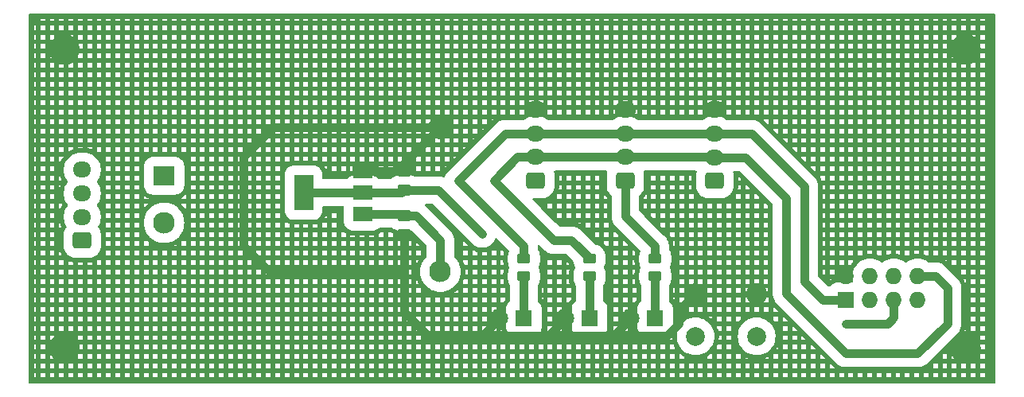
<source format=gbr>
%TF.GenerationSoftware,KiCad,Pcbnew,8.0.7*%
%TF.CreationDate,2025-01-26T18:01:06+01:00*%
%TF.ProjectId,ESP_PZEM004V3,4553505f-505a-4454-9d30-303456332e6b,rev?*%
%TF.SameCoordinates,Original*%
%TF.FileFunction,Copper,L2,Bot*%
%TF.FilePolarity,Positive*%
%FSLAX46Y46*%
G04 Gerber Fmt 4.6, Leading zero omitted, Abs format (unit mm)*
G04 Created by KiCad (PCBNEW 8.0.7) date 2025-01-26 18:01:06*
%MOMM*%
%LPD*%
G01*
G04 APERTURE LIST*
G04 Aperture macros list*
%AMRoundRect*
0 Rectangle with rounded corners*
0 $1 Rounding radius*
0 $2 $3 $4 $5 $6 $7 $8 $9 X,Y pos of 4 corners*
0 Add a 4 corners polygon primitive as box body*
4,1,4,$2,$3,$4,$5,$6,$7,$8,$9,$2,$3,0*
0 Add four circle primitives for the rounded corners*
1,1,$1+$1,$2,$3*
1,1,$1+$1,$4,$5*
1,1,$1+$1,$6,$7*
1,1,$1+$1,$8,$9*
0 Add four rect primitives between the rounded corners*
20,1,$1+$1,$2,$3,$4,$5,0*
20,1,$1+$1,$4,$5,$6,$7,0*
20,1,$1+$1,$6,$7,$8,$9,0*
20,1,$1+$1,$8,$9,$2,$3,0*%
G04 Aperture macros list end*
%TA.AperFunction,ComponentPad*%
%ADD10RoundRect,0.250000X0.725000X-0.600000X0.725000X0.600000X-0.725000X0.600000X-0.725000X-0.600000X0*%
%TD*%
%TA.AperFunction,ComponentPad*%
%ADD11O,1.950000X1.700000*%
%TD*%
%TA.AperFunction,ComponentPad*%
%ADD12R,1.727200X1.727200*%
%TD*%
%TA.AperFunction,ComponentPad*%
%ADD13O,1.727200X1.727200*%
%TD*%
%TA.AperFunction,ComponentPad*%
%ADD14R,2.300000X2.000000*%
%TD*%
%TA.AperFunction,ComponentPad*%
%ADD15C,2.300000*%
%TD*%
%TA.AperFunction,SMDPad,CuDef*%
%ADD16RoundRect,0.250000X0.450000X-0.350000X0.450000X0.350000X-0.450000X0.350000X-0.450000X-0.350000X0*%
%TD*%
%TA.AperFunction,SMDPad,CuDef*%
%ADD17RoundRect,0.250000X-0.450000X0.350000X-0.450000X-0.350000X0.450000X-0.350000X0.450000X0.350000X0*%
%TD*%
%TA.AperFunction,SMDPad,CuDef*%
%ADD18R,2.000000X1.500000*%
%TD*%
%TA.AperFunction,SMDPad,CuDef*%
%ADD19R,2.000000X3.800000*%
%TD*%
%TA.AperFunction,SMDPad,CuDef*%
%ADD20RoundRect,0.250000X-0.450000X0.262500X-0.450000X-0.262500X0.450000X-0.262500X0.450000X0.262500X0*%
%TD*%
%TA.AperFunction,ComponentPad*%
%ADD21C,2.000000*%
%TD*%
%TA.AperFunction,ComponentPad*%
%ADD22R,1.800000X1.800000*%
%TD*%
%TA.AperFunction,ComponentPad*%
%ADD23C,1.800000*%
%TD*%
%TA.AperFunction,ViaPad*%
%ADD24C,3.000000*%
%TD*%
%TA.AperFunction,ViaPad*%
%ADD25C,0.800000*%
%TD*%
%TA.AperFunction,Conductor*%
%ADD26C,0.900000*%
%TD*%
G04 APERTURE END LIST*
D10*
%TO.P,J1,1,Pin_1*%
%TO.N,5V*%
X147955000Y-94615000D03*
D11*
%TO.P,J1,2,Pin_2*%
%TO.N,TX*%
X147955000Y-92115000D03*
%TO.P,J1,3,Pin_3*%
%TO.N,RX*%
X147955000Y-89615000D03*
%TO.P,J1,4,Pin_4*%
%TO.N,GNDREF*%
X147955000Y-87115000D03*
%TD*%
D10*
%TO.P,J2,1,Pin_1*%
%TO.N,5V*%
X157480000Y-94615000D03*
D11*
%TO.P,J2,2,Pin_2*%
%TO.N,TX*%
X157480000Y-92115000D03*
%TO.P,J2,3,Pin_3*%
%TO.N,RX*%
X157480000Y-89615000D03*
%TO.P,J2,4,Pin_4*%
%TO.N,GNDREF*%
X157480000Y-87115000D03*
%TD*%
D10*
%TO.P,J3,1,Pin_1*%
%TO.N,5V*%
X167005000Y-94635000D03*
D11*
%TO.P,J3,2,Pin_2*%
%TO.N,TX*%
X167005000Y-92135000D03*
%TO.P,J3,3,Pin_3*%
%TO.N,RX*%
X167005000Y-89635000D03*
%TO.P,J3,4,Pin_4*%
%TO.N,GNDREF*%
X167005000Y-87135000D03*
%TD*%
D10*
%TO.P,J4,1,Pin_1*%
%TO.N,Net-(J4-Pin_1)*%
X99695000Y-100985000D03*
D11*
%TO.P,J4,2,Pin_2*%
%TO.N,unconnected-(J4-Pin_2-Pad2)*%
X99695000Y-98485000D03*
%TO.P,J4,3,Pin_3*%
%TO.N,unconnected-(J4-Pin_3-Pad3)*%
X99695000Y-95985000D03*
%TO.P,J4,4,Pin_4*%
%TO.N,Net-(J4-Pin_4)*%
X99695000Y-93485000D03*
%TD*%
D12*
%TO.P,U2,1,UTXD*%
%TO.N,RX*%
X180975000Y-107335000D03*
D13*
%TO.P,U2,2,GND*%
%TO.N,GNDREF*%
X180975000Y-104795000D03*
%TO.P,U2,3,CH_PD*%
%TO.N,Net-(U2-CH_PD)*%
X183515000Y-107335000D03*
%TO.P,U2,4,GPIO2*%
%TO.N,Net-(U2-GPIO2)*%
X183515000Y-104795000D03*
%TO.P,U2,5,RST*%
%TO.N,Net-(U2-RST)*%
X186055000Y-107335000D03*
%TO.P,U2,6,GPIO0*%
%TO.N,Net-(U2-GPIO0)*%
X186055000Y-104795000D03*
%TO.P,U2,7,VCC*%
%TO.N,3.3V*%
X188595000Y-107335000D03*
%TO.P,U2,8,URXD*%
%TO.N,TX*%
X188595000Y-104795000D03*
%TD*%
D14*
%TO.P,PS1,1,AC/L*%
%TO.N,Net-(J4-Pin_4)*%
X108395000Y-94120000D03*
D15*
%TO.P,PS1,2,AC/N*%
%TO.N,Net-(J4-Pin_1)*%
X108395000Y-99120000D03*
%TO.P,PS1,3,-Vout*%
%TO.N,GNDREF*%
X137795000Y-88920000D03*
%TO.P,PS1,4,+Vout*%
%TO.N,5V*%
X137795000Y-104320000D03*
%TD*%
D16*
%TO.P,C2,1*%
%TO.N,3.3V*%
X133985000Y-95635000D03*
%TO.P,C2,2*%
%TO.N,GNDREF*%
X133985000Y-93635000D03*
%TD*%
D17*
%TO.P,C1,1*%
%TO.N,5V*%
X133985000Y-98350000D03*
%TO.P,C1,2*%
%TO.N,GNDREF*%
X133985000Y-100350000D03*
%TD*%
D18*
%TO.P,U1,1,GND*%
%TO.N,GNDREF*%
X129540000Y-93605000D03*
%TO.P,U1,2,VO*%
%TO.N,3.3V*%
X129540000Y-95905000D03*
D19*
X123240000Y-95905000D03*
D18*
%TO.P,U1,3,VI*%
%TO.N,5V*%
X129540000Y-98205000D03*
%TD*%
D20*
%TO.P,R3,1*%
%TO.N,5V*%
X160655000Y-102970000D03*
%TO.P,R3,2*%
%TO.N,Net-(D3-K)*%
X160655000Y-104795000D03*
%TD*%
%TO.P,R1,1*%
%TO.N,RX*%
X146685000Y-102970000D03*
%TO.P,R1,2*%
%TO.N,Net-(D1-K)*%
X146685000Y-104795000D03*
%TD*%
D21*
%TO.P,SW1,1,1*%
%TO.N,GNDREF*%
X171450000Y-106700000D03*
X164950000Y-106700000D03*
%TO.P,SW1,2,2*%
%TO.N,Net-(U2-RST)*%
X171450000Y-111200000D03*
X164950000Y-111200000D03*
%TD*%
D22*
%TO.P,D3,1,K*%
%TO.N,Net-(D3-K)*%
X160655000Y-109240000D03*
D23*
%TO.P,D3,2,A*%
%TO.N,GNDREF*%
X158115000Y-109240000D03*
%TD*%
D22*
%TO.P,D1,1,K*%
%TO.N,Net-(D1-K)*%
X146685000Y-109240000D03*
D23*
%TO.P,D1,2,A*%
%TO.N,GNDREF*%
X144145000Y-109240000D03*
%TD*%
D22*
%TO.P,D2,1,K*%
%TO.N,Net-(D2-K)*%
X153670000Y-109240000D03*
D23*
%TO.P,D2,2,A*%
%TO.N,GNDREF*%
X151130000Y-109240000D03*
%TD*%
D20*
%TO.P,R2,1*%
%TO.N,TX*%
X153670000Y-102970000D03*
%TO.P,R2,2*%
%TO.N,Net-(D2-K)*%
X153670000Y-104795000D03*
%TD*%
D24*
%TO.N,GNDREF*%
X193675000Y-80665000D03*
X97790000Y-80665000D03*
X97790000Y-112415000D03*
X193675000Y-112415000D03*
D25*
%TO.N,3.3V*%
X142240000Y-100330000D03*
%TO.N,Net-(U2-RST)*%
X180975000Y-109855000D03*
%TD*%
D26*
%TO.N,5V*%
X157480000Y-94615000D02*
X157480000Y-98425000D01*
X137795000Y-100965000D02*
X137795000Y-104320000D01*
X133985000Y-98350000D02*
X135180000Y-98350000D01*
X129540000Y-98205000D02*
X133840000Y-98205000D01*
X135180000Y-98350000D02*
X137795000Y-100965000D01*
X160655000Y-101600000D02*
X160655000Y-102970000D01*
X133840000Y-98205000D02*
X133985000Y-98350000D01*
X157480000Y-98425000D02*
X160655000Y-101600000D01*
%TO.N,GNDREF*%
X142260000Y-111125000D02*
X144145000Y-109240000D01*
X136525000Y-111125000D02*
X142260000Y-111125000D01*
X133985000Y-93635000D02*
X133985000Y-92730000D01*
X163195000Y-109855000D02*
X163195000Y-108455000D01*
X163195000Y-108455000D02*
X164950000Y-106700000D01*
X149245000Y-111125000D02*
X155575000Y-111125000D01*
X133985000Y-92730000D02*
X137795000Y-88920000D01*
X133985000Y-108585000D02*
X136525000Y-111125000D01*
X116840000Y-92075000D02*
X116840000Y-101600000D01*
X149245000Y-111125000D02*
X151130000Y-109240000D01*
X133955000Y-93605000D02*
X133985000Y-93635000D01*
X129540000Y-93605000D02*
X133955000Y-93605000D01*
X133985000Y-100350000D02*
X133985000Y-104140000D01*
X161925000Y-111125000D02*
X163195000Y-109855000D01*
X155575000Y-111125000D02*
X156230000Y-111125000D01*
X133985000Y-104140000D02*
X133985000Y-108585000D01*
X142260000Y-111125000D02*
X149245000Y-111125000D01*
X155575000Y-111125000D02*
X161925000Y-111125000D01*
X116840000Y-101600000D02*
X119380000Y-104140000D01*
X119380000Y-104140000D02*
X133985000Y-104140000D01*
X137795000Y-88920000D02*
X119995000Y-88920000D01*
X156230000Y-111125000D02*
X158115000Y-109240000D01*
X119995000Y-88920000D02*
X116840000Y-92075000D01*
%TO.N,3.3V*%
X137545000Y-95635000D02*
X133985000Y-95635000D01*
X123240000Y-95905000D02*
X129540000Y-95905000D01*
X133715000Y-95905000D02*
X133985000Y-95635000D01*
X142240000Y-100330000D02*
X137545000Y-95635000D01*
X129540000Y-95905000D02*
X133715000Y-95905000D01*
%TO.N,Net-(D1-K)*%
X146685000Y-104795000D02*
X146685000Y-109240000D01*
%TO.N,Net-(D2-K)*%
X153670000Y-104795000D02*
X153670000Y-109240000D01*
%TO.N,Net-(D3-K)*%
X160655000Y-104795000D02*
X160655000Y-109240000D01*
%TO.N,TX*%
X191770000Y-106045000D02*
X190520000Y-104795000D01*
X143510000Y-94615000D02*
X149860000Y-100965000D01*
X147955000Y-92115000D02*
X157480000Y-92115000D01*
X153670000Y-102870000D02*
X153670000Y-102970000D01*
X166985000Y-92115000D02*
X167005000Y-92135000D01*
X157480000Y-92115000D02*
X166985000Y-92115000D01*
X149860000Y-100965000D02*
X151765000Y-100965000D01*
X174625000Y-106680000D02*
X180975000Y-113030000D01*
X170240000Y-92135000D02*
X174625000Y-96520000D01*
X174625000Y-96520000D02*
X174625000Y-106680000D01*
X188595000Y-113030000D02*
X191770000Y-109855000D01*
X190520000Y-104795000D02*
X188595000Y-104795000D01*
X147955000Y-92115000D02*
X146010000Y-92115000D01*
X146010000Y-92115000D02*
X143510000Y-94615000D01*
X151765000Y-100965000D02*
X153670000Y-102870000D01*
X180975000Y-113030000D02*
X188595000Y-113030000D01*
X191770000Y-109855000D02*
X191770000Y-106045000D01*
X167005000Y-92135000D02*
X170240000Y-92135000D01*
%TO.N,RX*%
X144700000Y-89615000D02*
X139700000Y-94615000D01*
X176530000Y-105410000D02*
X178455000Y-107335000D01*
X167005000Y-89635000D02*
X170915000Y-89635000D01*
X147955000Y-89615000D02*
X144700000Y-89615000D01*
X139700000Y-94615000D02*
X146685000Y-101600000D01*
X147955000Y-89615000D02*
X157480000Y-89615000D01*
X157480000Y-89615000D02*
X166985000Y-89615000D01*
X166985000Y-89615000D02*
X167005000Y-89635000D01*
X178455000Y-107335000D02*
X180975000Y-107335000D01*
X170915000Y-89635000D02*
X176530000Y-95250000D01*
X176530000Y-95250000D02*
X176530000Y-105410000D01*
X146685000Y-101600000D02*
X146685000Y-102970000D01*
%TO.N,Net-(U2-RST)*%
X185420000Y-109855000D02*
X186055000Y-109220000D01*
X186055000Y-109220000D02*
X186055000Y-107335000D01*
X180975000Y-109855000D02*
X185420000Y-109855000D01*
%TD*%
%TA.AperFunction,Conductor*%
%TO.N,GNDREF*%
G36*
X196793039Y-76874685D02*
G01*
X196838794Y-76927489D01*
X196850000Y-76979000D01*
X196850000Y-116081000D01*
X196830315Y-116148039D01*
X196777511Y-116193794D01*
X196726000Y-116205000D01*
X94104000Y-116205000D01*
X94036961Y-116185315D01*
X93991206Y-116132511D01*
X93980000Y-116081000D01*
X93980000Y-115581000D01*
X94604000Y-115581000D01*
X94730000Y-115581000D01*
X95228000Y-115581000D01*
X95730000Y-115581000D01*
X96228000Y-115581000D01*
X96730000Y-115581000D01*
X97228000Y-115581000D01*
X97730000Y-115581000D01*
X98228000Y-115581000D01*
X98730000Y-115581000D01*
X99228000Y-115581000D01*
X99730000Y-115581000D01*
X100228000Y-115581000D01*
X100730000Y-115581000D01*
X101228000Y-115581000D01*
X101730000Y-115581000D01*
X102228000Y-115581000D01*
X102730000Y-115581000D01*
X103228000Y-115581000D01*
X103730000Y-115581000D01*
X104228000Y-115581000D01*
X104730000Y-115581000D01*
X105228000Y-115581000D01*
X105730000Y-115581000D01*
X106228000Y-115581000D01*
X106730000Y-115581000D01*
X107228000Y-115581000D01*
X107730000Y-115581000D01*
X108228000Y-115581000D01*
X108730000Y-115581000D01*
X109228000Y-115581000D01*
X109730000Y-115581000D01*
X110228000Y-115581000D01*
X110730000Y-115581000D01*
X111228000Y-115581000D01*
X111730000Y-115581000D01*
X112228000Y-115581000D01*
X112730000Y-115581000D01*
X113228000Y-115581000D01*
X113730000Y-115581000D01*
X114228000Y-115581000D01*
X114730000Y-115581000D01*
X115228000Y-115581000D01*
X115730000Y-115581000D01*
X116228000Y-115581000D01*
X116730000Y-115581000D01*
X117228000Y-115581000D01*
X117730000Y-115581000D01*
X118228000Y-115581000D01*
X118730000Y-115581000D01*
X119228000Y-115581000D01*
X119730000Y-115581000D01*
X120228000Y-115581000D01*
X120730000Y-115581000D01*
X121228000Y-115581000D01*
X121730000Y-115581000D01*
X122228000Y-115581000D01*
X122730000Y-115581000D01*
X123228000Y-115581000D01*
X123730000Y-115581000D01*
X124228000Y-115581000D01*
X124730000Y-115581000D01*
X125228000Y-115581000D01*
X125730000Y-115581000D01*
X126228000Y-115581000D01*
X126730000Y-115581000D01*
X127228000Y-115581000D01*
X127730000Y-115581000D01*
X128228000Y-115581000D01*
X128730000Y-115581000D01*
X129228000Y-115581000D01*
X129730000Y-115581000D01*
X130228000Y-115581000D01*
X130730000Y-115581000D01*
X131228000Y-115581000D01*
X131730000Y-115581000D01*
X132228000Y-115581000D01*
X132730000Y-115581000D01*
X133228000Y-115581000D01*
X133730000Y-115581000D01*
X134228000Y-115581000D01*
X134730000Y-115581000D01*
X135228000Y-115581000D01*
X135730000Y-115581000D01*
X136228000Y-115581000D01*
X136730000Y-115581000D01*
X137228000Y-115581000D01*
X137730000Y-115581000D01*
X138228000Y-115581000D01*
X138730000Y-115581000D01*
X139228000Y-115581000D01*
X139730000Y-115581000D01*
X140228000Y-115581000D01*
X140730000Y-115581000D01*
X141228000Y-115581000D01*
X141730000Y-115581000D01*
X142228000Y-115581000D01*
X142730000Y-115581000D01*
X143228000Y-115581000D01*
X143730000Y-115581000D01*
X144228000Y-115581000D01*
X144730000Y-115581000D01*
X145228000Y-115581000D01*
X145730000Y-115581000D01*
X146228000Y-115581000D01*
X146730000Y-115581000D01*
X147228000Y-115581000D01*
X147730000Y-115581000D01*
X148228000Y-115581000D01*
X148730000Y-115581000D01*
X149228000Y-115581000D01*
X149730000Y-115581000D01*
X150228000Y-115581000D01*
X150730000Y-115581000D01*
X151228000Y-115581000D01*
X151730000Y-115581000D01*
X152228000Y-115581000D01*
X152730000Y-115581000D01*
X153228000Y-115581000D01*
X153730000Y-115581000D01*
X154228000Y-115581000D01*
X154730000Y-115581000D01*
X155228000Y-115581000D01*
X155730000Y-115581000D01*
X156228000Y-115581000D01*
X156730000Y-115581000D01*
X157228000Y-115581000D01*
X157730000Y-115581000D01*
X158228000Y-115581000D01*
X158730000Y-115581000D01*
X159228000Y-115581000D01*
X159730000Y-115581000D01*
X160228000Y-115581000D01*
X160730000Y-115581000D01*
X161228000Y-115581000D01*
X161730000Y-115581000D01*
X162228000Y-115581000D01*
X162730000Y-115581000D01*
X163228000Y-115581000D01*
X163730000Y-115581000D01*
X164228000Y-115581000D01*
X164730000Y-115581000D01*
X165228000Y-115581000D01*
X165730000Y-115581000D01*
X166228000Y-115581000D01*
X166730000Y-115581000D01*
X167228000Y-115581000D01*
X167730000Y-115581000D01*
X168228000Y-115581000D01*
X168730000Y-115581000D01*
X169228000Y-115581000D01*
X169730000Y-115581000D01*
X170228000Y-115581000D01*
X170730000Y-115581000D01*
X171228000Y-115581000D01*
X171730000Y-115581000D01*
X172228000Y-115581000D01*
X172730000Y-115581000D01*
X173228000Y-115581000D01*
X173730000Y-115581000D01*
X174228000Y-115581000D01*
X174730000Y-115581000D01*
X175228000Y-115581000D01*
X175730000Y-115581000D01*
X176228000Y-115581000D01*
X176730000Y-115581000D01*
X177228000Y-115581000D01*
X177730000Y-115581000D01*
X178228000Y-115581000D01*
X178730000Y-115581000D01*
X179228000Y-115581000D01*
X179730000Y-115581000D01*
X180228000Y-115581000D01*
X180730000Y-115581000D01*
X181228000Y-115581000D01*
X181730000Y-115581000D01*
X182228000Y-115581000D01*
X182730000Y-115581000D01*
X183228000Y-115581000D01*
X183730000Y-115581000D01*
X184228000Y-115581000D01*
X184730000Y-115581000D01*
X185228000Y-115581000D01*
X185730000Y-115581000D01*
X186228000Y-115581000D01*
X186730000Y-115581000D01*
X187228000Y-115581000D01*
X187730000Y-115581000D01*
X188228000Y-115581000D01*
X188730000Y-115581000D01*
X189228000Y-115581000D01*
X189730000Y-115581000D01*
X190228000Y-115581000D01*
X190730000Y-115581000D01*
X191228000Y-115581000D01*
X191730000Y-115581000D01*
X192228000Y-115581000D01*
X192730000Y-115581000D01*
X193228000Y-115581000D01*
X193730000Y-115581000D01*
X194228000Y-115581000D01*
X194730000Y-115581000D01*
X195228000Y-115581000D01*
X195730000Y-115581000D01*
X195730000Y-115103000D01*
X195228000Y-115103000D01*
X195228000Y-115581000D01*
X194730000Y-115581000D01*
X194730000Y-115103000D01*
X194228000Y-115103000D01*
X194228000Y-115581000D01*
X193730000Y-115581000D01*
X193730000Y-115103000D01*
X193228000Y-115103000D01*
X193228000Y-115581000D01*
X192730000Y-115581000D01*
X192730000Y-115103000D01*
X192228000Y-115103000D01*
X192228000Y-115581000D01*
X191730000Y-115581000D01*
X191730000Y-115103000D01*
X191228000Y-115103000D01*
X191228000Y-115581000D01*
X190730000Y-115581000D01*
X190730000Y-115103000D01*
X190228000Y-115103000D01*
X190228000Y-115581000D01*
X189730000Y-115581000D01*
X189730000Y-115103000D01*
X189228000Y-115103000D01*
X189228000Y-115581000D01*
X188730000Y-115581000D01*
X188730000Y-115103000D01*
X188228000Y-115103000D01*
X188228000Y-115581000D01*
X187730000Y-115581000D01*
X187730000Y-115103000D01*
X187228000Y-115103000D01*
X187228000Y-115581000D01*
X186730000Y-115581000D01*
X186730000Y-115103000D01*
X186228000Y-115103000D01*
X186228000Y-115581000D01*
X185730000Y-115581000D01*
X185730000Y-115103000D01*
X185228000Y-115103000D01*
X185228000Y-115581000D01*
X184730000Y-115581000D01*
X184730000Y-115103000D01*
X184228000Y-115103000D01*
X184228000Y-115581000D01*
X183730000Y-115581000D01*
X183730000Y-115103000D01*
X183228000Y-115103000D01*
X183228000Y-115581000D01*
X182730000Y-115581000D01*
X182730000Y-115103000D01*
X182228000Y-115103000D01*
X182228000Y-115581000D01*
X181730000Y-115581000D01*
X181730000Y-115103000D01*
X181228000Y-115103000D01*
X181228000Y-115581000D01*
X180730000Y-115581000D01*
X180730000Y-115103000D01*
X180228000Y-115103000D01*
X180228000Y-115581000D01*
X179730000Y-115581000D01*
X179730000Y-115103000D01*
X179228000Y-115103000D01*
X179228000Y-115581000D01*
X178730000Y-115581000D01*
X178730000Y-115103000D01*
X178228000Y-115103000D01*
X178228000Y-115581000D01*
X177730000Y-115581000D01*
X177730000Y-115103000D01*
X177228000Y-115103000D01*
X177228000Y-115581000D01*
X176730000Y-115581000D01*
X176730000Y-115103000D01*
X176228000Y-115103000D01*
X176228000Y-115581000D01*
X175730000Y-115581000D01*
X175730000Y-115103000D01*
X175228000Y-115103000D01*
X175228000Y-115581000D01*
X174730000Y-115581000D01*
X174730000Y-115103000D01*
X174228000Y-115103000D01*
X174228000Y-115581000D01*
X173730000Y-115581000D01*
X173730000Y-115103000D01*
X173228000Y-115103000D01*
X173228000Y-115581000D01*
X172730000Y-115581000D01*
X172730000Y-115103000D01*
X172228000Y-115103000D01*
X172228000Y-115581000D01*
X171730000Y-115581000D01*
X171730000Y-115103000D01*
X171228000Y-115103000D01*
X171228000Y-115581000D01*
X170730000Y-115581000D01*
X170730000Y-115103000D01*
X170228000Y-115103000D01*
X170228000Y-115581000D01*
X169730000Y-115581000D01*
X169730000Y-115103000D01*
X169228000Y-115103000D01*
X169228000Y-115581000D01*
X168730000Y-115581000D01*
X168730000Y-115103000D01*
X168228000Y-115103000D01*
X168228000Y-115581000D01*
X167730000Y-115581000D01*
X167730000Y-115103000D01*
X167228000Y-115103000D01*
X167228000Y-115581000D01*
X166730000Y-115581000D01*
X166730000Y-115103000D01*
X166228000Y-115103000D01*
X166228000Y-115581000D01*
X165730000Y-115581000D01*
X165730000Y-115103000D01*
X165228000Y-115103000D01*
X165228000Y-115581000D01*
X164730000Y-115581000D01*
X164730000Y-115103000D01*
X164228000Y-115103000D01*
X164228000Y-115581000D01*
X163730000Y-115581000D01*
X163730000Y-115103000D01*
X163228000Y-115103000D01*
X163228000Y-115581000D01*
X162730000Y-115581000D01*
X162730000Y-115103000D01*
X162228000Y-115103000D01*
X162228000Y-115581000D01*
X161730000Y-115581000D01*
X161730000Y-115103000D01*
X161228000Y-115103000D01*
X161228000Y-115581000D01*
X160730000Y-115581000D01*
X160730000Y-115103000D01*
X160228000Y-115103000D01*
X160228000Y-115581000D01*
X159730000Y-115581000D01*
X159730000Y-115103000D01*
X159228000Y-115103000D01*
X159228000Y-115581000D01*
X158730000Y-115581000D01*
X158730000Y-115103000D01*
X158228000Y-115103000D01*
X158228000Y-115581000D01*
X157730000Y-115581000D01*
X157730000Y-115103000D01*
X157228000Y-115103000D01*
X157228000Y-115581000D01*
X156730000Y-115581000D01*
X156730000Y-115103000D01*
X156228000Y-115103000D01*
X156228000Y-115581000D01*
X155730000Y-115581000D01*
X155730000Y-115103000D01*
X155228000Y-115103000D01*
X155228000Y-115581000D01*
X154730000Y-115581000D01*
X154730000Y-115103000D01*
X154228000Y-115103000D01*
X154228000Y-115581000D01*
X153730000Y-115581000D01*
X153730000Y-115103000D01*
X153228000Y-115103000D01*
X153228000Y-115581000D01*
X152730000Y-115581000D01*
X152730000Y-115103000D01*
X152228000Y-115103000D01*
X152228000Y-115581000D01*
X151730000Y-115581000D01*
X151730000Y-115103000D01*
X151228000Y-115103000D01*
X151228000Y-115581000D01*
X150730000Y-115581000D01*
X150730000Y-115103000D01*
X150228000Y-115103000D01*
X150228000Y-115581000D01*
X149730000Y-115581000D01*
X149730000Y-115103000D01*
X149228000Y-115103000D01*
X149228000Y-115581000D01*
X148730000Y-115581000D01*
X148730000Y-115103000D01*
X148228000Y-115103000D01*
X148228000Y-115581000D01*
X147730000Y-115581000D01*
X147730000Y-115103000D01*
X147228000Y-115103000D01*
X147228000Y-115581000D01*
X146730000Y-115581000D01*
X146730000Y-115103000D01*
X146228000Y-115103000D01*
X146228000Y-115581000D01*
X145730000Y-115581000D01*
X145730000Y-115103000D01*
X145228000Y-115103000D01*
X145228000Y-115581000D01*
X144730000Y-115581000D01*
X144730000Y-115103000D01*
X144228000Y-115103000D01*
X144228000Y-115581000D01*
X143730000Y-115581000D01*
X143730000Y-115103000D01*
X143228000Y-115103000D01*
X143228000Y-115581000D01*
X142730000Y-115581000D01*
X142730000Y-115103000D01*
X142228000Y-115103000D01*
X142228000Y-115581000D01*
X141730000Y-115581000D01*
X141730000Y-115103000D01*
X141228000Y-115103000D01*
X141228000Y-115581000D01*
X140730000Y-115581000D01*
X140730000Y-115103000D01*
X140228000Y-115103000D01*
X140228000Y-115581000D01*
X139730000Y-115581000D01*
X139730000Y-115103000D01*
X139228000Y-115103000D01*
X139228000Y-115581000D01*
X138730000Y-115581000D01*
X138730000Y-115103000D01*
X138228000Y-115103000D01*
X138228000Y-115581000D01*
X137730000Y-115581000D01*
X137730000Y-115103000D01*
X137228000Y-115103000D01*
X137228000Y-115581000D01*
X136730000Y-115581000D01*
X136730000Y-115103000D01*
X136228000Y-115103000D01*
X136228000Y-115581000D01*
X135730000Y-115581000D01*
X135730000Y-115103000D01*
X135228000Y-115103000D01*
X135228000Y-115581000D01*
X134730000Y-115581000D01*
X134730000Y-115103000D01*
X134228000Y-115103000D01*
X134228000Y-115581000D01*
X133730000Y-115581000D01*
X133730000Y-115103000D01*
X133228000Y-115103000D01*
X133228000Y-115581000D01*
X132730000Y-115581000D01*
X132730000Y-115103000D01*
X132228000Y-115103000D01*
X132228000Y-115581000D01*
X131730000Y-115581000D01*
X131730000Y-115103000D01*
X131228000Y-115103000D01*
X131228000Y-115581000D01*
X130730000Y-115581000D01*
X130730000Y-115103000D01*
X130228000Y-115103000D01*
X130228000Y-115581000D01*
X129730000Y-115581000D01*
X129730000Y-115103000D01*
X129228000Y-115103000D01*
X129228000Y-115581000D01*
X128730000Y-115581000D01*
X128730000Y-115103000D01*
X128228000Y-115103000D01*
X128228000Y-115581000D01*
X127730000Y-115581000D01*
X127730000Y-115103000D01*
X127228000Y-115103000D01*
X127228000Y-115581000D01*
X126730000Y-115581000D01*
X126730000Y-115103000D01*
X126228000Y-115103000D01*
X126228000Y-115581000D01*
X125730000Y-115581000D01*
X125730000Y-115103000D01*
X125228000Y-115103000D01*
X125228000Y-115581000D01*
X124730000Y-115581000D01*
X124730000Y-115103000D01*
X124228000Y-115103000D01*
X124228000Y-115581000D01*
X123730000Y-115581000D01*
X123730000Y-115103000D01*
X123228000Y-115103000D01*
X123228000Y-115581000D01*
X122730000Y-115581000D01*
X122730000Y-115103000D01*
X122228000Y-115103000D01*
X122228000Y-115581000D01*
X121730000Y-115581000D01*
X121730000Y-115103000D01*
X121228000Y-115103000D01*
X121228000Y-115581000D01*
X120730000Y-115581000D01*
X120730000Y-115103000D01*
X120228000Y-115103000D01*
X120228000Y-115581000D01*
X119730000Y-115581000D01*
X119730000Y-115103000D01*
X119228000Y-115103000D01*
X119228000Y-115581000D01*
X118730000Y-115581000D01*
X118730000Y-115103000D01*
X118228000Y-115103000D01*
X118228000Y-115581000D01*
X117730000Y-115581000D01*
X117730000Y-115103000D01*
X117228000Y-115103000D01*
X117228000Y-115581000D01*
X116730000Y-115581000D01*
X116730000Y-115103000D01*
X116228000Y-115103000D01*
X116228000Y-115581000D01*
X115730000Y-115581000D01*
X115730000Y-115103000D01*
X115228000Y-115103000D01*
X115228000Y-115581000D01*
X114730000Y-115581000D01*
X114730000Y-115103000D01*
X114228000Y-115103000D01*
X114228000Y-115581000D01*
X113730000Y-115581000D01*
X113730000Y-115103000D01*
X113228000Y-115103000D01*
X113228000Y-115581000D01*
X112730000Y-115581000D01*
X112730000Y-115103000D01*
X112228000Y-115103000D01*
X112228000Y-115581000D01*
X111730000Y-115581000D01*
X111730000Y-115103000D01*
X111228000Y-115103000D01*
X111228000Y-115581000D01*
X110730000Y-115581000D01*
X110730000Y-115103000D01*
X110228000Y-115103000D01*
X110228000Y-115581000D01*
X109730000Y-115581000D01*
X109730000Y-115103000D01*
X109228000Y-115103000D01*
X109228000Y-115581000D01*
X108730000Y-115581000D01*
X108730000Y-115103000D01*
X108228000Y-115103000D01*
X108228000Y-115581000D01*
X107730000Y-115581000D01*
X107730000Y-115103000D01*
X107228000Y-115103000D01*
X107228000Y-115581000D01*
X106730000Y-115581000D01*
X106730000Y-115103000D01*
X106228000Y-115103000D01*
X106228000Y-115581000D01*
X105730000Y-115581000D01*
X105730000Y-115103000D01*
X105228000Y-115103000D01*
X105228000Y-115581000D01*
X104730000Y-115581000D01*
X104730000Y-115103000D01*
X104228000Y-115103000D01*
X104228000Y-115581000D01*
X103730000Y-115581000D01*
X103730000Y-115103000D01*
X103228000Y-115103000D01*
X103228000Y-115581000D01*
X102730000Y-115581000D01*
X102730000Y-115103000D01*
X102228000Y-115103000D01*
X102228000Y-115581000D01*
X101730000Y-115581000D01*
X101730000Y-115103000D01*
X101228000Y-115103000D01*
X101228000Y-115581000D01*
X100730000Y-115581000D01*
X100730000Y-115103000D01*
X100228000Y-115103000D01*
X100228000Y-115581000D01*
X99730000Y-115581000D01*
X99730000Y-115103000D01*
X99228000Y-115103000D01*
X99228000Y-115581000D01*
X98730000Y-115581000D01*
X98730000Y-115103000D01*
X98228000Y-115103000D01*
X98228000Y-115581000D01*
X97730000Y-115581000D01*
X97730000Y-115103000D01*
X97228000Y-115103000D01*
X97228000Y-115581000D01*
X96730000Y-115581000D01*
X96730000Y-115103000D01*
X96228000Y-115103000D01*
X96228000Y-115581000D01*
X95730000Y-115581000D01*
X95730000Y-115103000D01*
X95228000Y-115103000D01*
X95228000Y-115581000D01*
X94730000Y-115581000D01*
X94730000Y-115103000D01*
X94604000Y-115103000D01*
X94604000Y-115581000D01*
X93980000Y-115581000D01*
X93980000Y-114605000D01*
X94604000Y-114605000D01*
X94730000Y-114605000D01*
X95228000Y-114605000D01*
X95730000Y-114605000D01*
X96228000Y-114605000D01*
X96730000Y-114605000D01*
X97228000Y-114605000D01*
X97730000Y-114605000D01*
X98228000Y-114605000D01*
X98730000Y-114605000D01*
X99228000Y-114605000D01*
X99730000Y-114605000D01*
X100228000Y-114605000D01*
X100730000Y-114605000D01*
X101228000Y-114605000D01*
X101730000Y-114605000D01*
X102228000Y-114605000D01*
X102730000Y-114605000D01*
X103228000Y-114605000D01*
X103730000Y-114605000D01*
X104228000Y-114605000D01*
X104730000Y-114605000D01*
X105228000Y-114605000D01*
X105730000Y-114605000D01*
X106228000Y-114605000D01*
X106730000Y-114605000D01*
X107228000Y-114605000D01*
X107730000Y-114605000D01*
X108228000Y-114605000D01*
X108730000Y-114605000D01*
X109228000Y-114605000D01*
X109730000Y-114605000D01*
X110228000Y-114605000D01*
X110730000Y-114605000D01*
X111228000Y-114605000D01*
X111730000Y-114605000D01*
X112228000Y-114605000D01*
X112730000Y-114605000D01*
X113228000Y-114605000D01*
X113730000Y-114605000D01*
X114228000Y-114605000D01*
X114730000Y-114605000D01*
X115228000Y-114605000D01*
X115730000Y-114605000D01*
X116228000Y-114605000D01*
X116730000Y-114605000D01*
X117228000Y-114605000D01*
X117730000Y-114605000D01*
X118228000Y-114605000D01*
X118730000Y-114605000D01*
X119228000Y-114605000D01*
X119730000Y-114605000D01*
X120228000Y-114605000D01*
X120730000Y-114605000D01*
X121228000Y-114605000D01*
X121730000Y-114605000D01*
X122228000Y-114605000D01*
X122730000Y-114605000D01*
X123228000Y-114605000D01*
X123730000Y-114605000D01*
X124228000Y-114605000D01*
X124730000Y-114605000D01*
X125228000Y-114605000D01*
X125730000Y-114605000D01*
X126228000Y-114605000D01*
X126730000Y-114605000D01*
X127228000Y-114605000D01*
X127730000Y-114605000D01*
X128228000Y-114605000D01*
X128730000Y-114605000D01*
X129228000Y-114605000D01*
X129730000Y-114605000D01*
X130228000Y-114605000D01*
X130730000Y-114605000D01*
X131228000Y-114605000D01*
X131730000Y-114605000D01*
X132228000Y-114605000D01*
X132730000Y-114605000D01*
X133228000Y-114605000D01*
X133730000Y-114605000D01*
X134228000Y-114605000D01*
X134730000Y-114605000D01*
X135228000Y-114605000D01*
X135730000Y-114605000D01*
X136228000Y-114605000D01*
X136730000Y-114605000D01*
X137228000Y-114605000D01*
X137730000Y-114605000D01*
X138228000Y-114605000D01*
X138730000Y-114605000D01*
X139228000Y-114605000D01*
X139730000Y-114605000D01*
X140228000Y-114605000D01*
X140730000Y-114605000D01*
X141228000Y-114605000D01*
X141730000Y-114605000D01*
X142228000Y-114605000D01*
X142730000Y-114605000D01*
X143228000Y-114605000D01*
X143730000Y-114605000D01*
X144228000Y-114605000D01*
X144730000Y-114605000D01*
X145228000Y-114605000D01*
X145730000Y-114605000D01*
X146228000Y-114605000D01*
X146730000Y-114605000D01*
X147228000Y-114605000D01*
X147730000Y-114605000D01*
X148228000Y-114605000D01*
X148730000Y-114605000D01*
X149228000Y-114605000D01*
X149730000Y-114605000D01*
X150228000Y-114605000D01*
X150730000Y-114605000D01*
X151228000Y-114605000D01*
X151730000Y-114605000D01*
X152228000Y-114605000D01*
X152730000Y-114605000D01*
X153228000Y-114605000D01*
X153730000Y-114605000D01*
X154228000Y-114605000D01*
X154730000Y-114605000D01*
X155228000Y-114605000D01*
X155730000Y-114605000D01*
X156228000Y-114605000D01*
X156730000Y-114605000D01*
X157228000Y-114605000D01*
X157730000Y-114605000D01*
X158228000Y-114605000D01*
X158730000Y-114605000D01*
X159228000Y-114605000D01*
X159730000Y-114605000D01*
X160228000Y-114605000D01*
X160730000Y-114605000D01*
X161228000Y-114605000D01*
X161730000Y-114605000D01*
X162228000Y-114605000D01*
X162730000Y-114605000D01*
X163228000Y-114605000D01*
X163730000Y-114605000D01*
X164228000Y-114605000D01*
X164730000Y-114605000D01*
X165228000Y-114605000D01*
X165730000Y-114605000D01*
X166228000Y-114605000D01*
X166730000Y-114605000D01*
X167228000Y-114605000D01*
X167730000Y-114605000D01*
X168228000Y-114605000D01*
X168730000Y-114605000D01*
X169228000Y-114605000D01*
X169730000Y-114605000D01*
X170228000Y-114605000D01*
X170730000Y-114605000D01*
X171228000Y-114605000D01*
X171730000Y-114605000D01*
X172228000Y-114605000D01*
X172730000Y-114605000D01*
X173228000Y-114605000D01*
X173730000Y-114605000D01*
X174228000Y-114605000D01*
X174730000Y-114605000D01*
X175228000Y-114605000D01*
X175730000Y-114605000D01*
X176228000Y-114605000D01*
X176730000Y-114605000D01*
X177228000Y-114605000D01*
X177730000Y-114605000D01*
X178228000Y-114605000D01*
X178730000Y-114605000D01*
X179228000Y-114605000D01*
X179730000Y-114605000D01*
X179730000Y-114533932D01*
X179729431Y-114533519D01*
X179725548Y-114530579D01*
X179717837Y-114524500D01*
X179714072Y-114521411D01*
X179699197Y-114508706D01*
X179695566Y-114505478D01*
X179688356Y-114498814D01*
X179684840Y-114495434D01*
X179292406Y-114103000D01*
X179228000Y-114103000D01*
X179228000Y-114605000D01*
X178730000Y-114605000D01*
X178730000Y-114103000D01*
X178228000Y-114103000D01*
X178228000Y-114605000D01*
X177730000Y-114605000D01*
X177730000Y-114103000D01*
X177228000Y-114103000D01*
X177228000Y-114605000D01*
X176730000Y-114605000D01*
X176730000Y-114103000D01*
X176228000Y-114103000D01*
X176228000Y-114605000D01*
X175730000Y-114605000D01*
X175730000Y-114103000D01*
X175228000Y-114103000D01*
X175228000Y-114605000D01*
X174730000Y-114605000D01*
X174730000Y-114103000D01*
X174228000Y-114103000D01*
X174228000Y-114605000D01*
X173730000Y-114605000D01*
X173730000Y-114103000D01*
X173228000Y-114103000D01*
X173228000Y-114605000D01*
X172730000Y-114605000D01*
X172730000Y-114103000D01*
X172228000Y-114103000D01*
X172228000Y-114605000D01*
X171730000Y-114605000D01*
X171730000Y-114103000D01*
X171228000Y-114103000D01*
X171228000Y-114605000D01*
X170730000Y-114605000D01*
X170730000Y-114103000D01*
X170228000Y-114103000D01*
X170228000Y-114605000D01*
X169730000Y-114605000D01*
X169730000Y-114103000D01*
X169228000Y-114103000D01*
X169228000Y-114605000D01*
X168730000Y-114605000D01*
X168730000Y-114103000D01*
X168228000Y-114103000D01*
X168228000Y-114605000D01*
X167730000Y-114605000D01*
X167730000Y-114103000D01*
X167228000Y-114103000D01*
X167228000Y-114605000D01*
X166730000Y-114605000D01*
X166730000Y-114103000D01*
X166228000Y-114103000D01*
X166228000Y-114605000D01*
X165730000Y-114605000D01*
X165730000Y-114103000D01*
X165228000Y-114103000D01*
X165228000Y-114605000D01*
X164730000Y-114605000D01*
X164730000Y-114103000D01*
X164228000Y-114103000D01*
X164228000Y-114605000D01*
X163730000Y-114605000D01*
X163730000Y-114103000D01*
X163228000Y-114103000D01*
X163228000Y-114605000D01*
X162730000Y-114605000D01*
X162730000Y-114103000D01*
X162228000Y-114103000D01*
X162228000Y-114605000D01*
X161730000Y-114605000D01*
X161730000Y-114103000D01*
X161228000Y-114103000D01*
X161228000Y-114605000D01*
X160730000Y-114605000D01*
X160730000Y-114103000D01*
X160228000Y-114103000D01*
X160228000Y-114605000D01*
X159730000Y-114605000D01*
X159730000Y-114103000D01*
X159228000Y-114103000D01*
X159228000Y-114605000D01*
X158730000Y-114605000D01*
X158730000Y-114103000D01*
X158228000Y-114103000D01*
X158228000Y-114605000D01*
X157730000Y-114605000D01*
X157730000Y-114103000D01*
X157228000Y-114103000D01*
X157228000Y-114605000D01*
X156730000Y-114605000D01*
X156730000Y-114103000D01*
X156228000Y-114103000D01*
X156228000Y-114605000D01*
X155730000Y-114605000D01*
X155730000Y-114103000D01*
X155228000Y-114103000D01*
X155228000Y-114605000D01*
X154730000Y-114605000D01*
X154730000Y-114103000D01*
X154228000Y-114103000D01*
X154228000Y-114605000D01*
X153730000Y-114605000D01*
X153730000Y-114103000D01*
X153228000Y-114103000D01*
X153228000Y-114605000D01*
X152730000Y-114605000D01*
X152730000Y-114103000D01*
X152228000Y-114103000D01*
X152228000Y-114605000D01*
X151730000Y-114605000D01*
X151730000Y-114103000D01*
X151228000Y-114103000D01*
X151228000Y-114605000D01*
X150730000Y-114605000D01*
X150730000Y-114103000D01*
X150228000Y-114103000D01*
X150228000Y-114605000D01*
X149730000Y-114605000D01*
X149730000Y-114103000D01*
X149228000Y-114103000D01*
X149228000Y-114605000D01*
X148730000Y-114605000D01*
X148730000Y-114103000D01*
X148228000Y-114103000D01*
X148228000Y-114605000D01*
X147730000Y-114605000D01*
X147730000Y-114103000D01*
X147228000Y-114103000D01*
X147228000Y-114605000D01*
X146730000Y-114605000D01*
X146730000Y-114103000D01*
X146228000Y-114103000D01*
X146228000Y-114605000D01*
X145730000Y-114605000D01*
X145730000Y-114103000D01*
X145228000Y-114103000D01*
X145228000Y-114605000D01*
X144730000Y-114605000D01*
X144730000Y-114103000D01*
X144228000Y-114103000D01*
X144228000Y-114605000D01*
X143730000Y-114605000D01*
X143730000Y-114103000D01*
X143228000Y-114103000D01*
X143228000Y-114605000D01*
X142730000Y-114605000D01*
X142730000Y-114103000D01*
X142228000Y-114103000D01*
X142228000Y-114605000D01*
X141730000Y-114605000D01*
X141730000Y-114103000D01*
X141228000Y-114103000D01*
X141228000Y-114605000D01*
X140730000Y-114605000D01*
X140730000Y-114103000D01*
X140228000Y-114103000D01*
X140228000Y-114605000D01*
X139730000Y-114605000D01*
X139730000Y-114103000D01*
X139228000Y-114103000D01*
X139228000Y-114605000D01*
X138730000Y-114605000D01*
X138730000Y-114103000D01*
X138228000Y-114103000D01*
X138228000Y-114605000D01*
X137730000Y-114605000D01*
X137730000Y-114103000D01*
X137228000Y-114103000D01*
X137228000Y-114605000D01*
X136730000Y-114605000D01*
X136730000Y-114103000D01*
X136228000Y-114103000D01*
X136228000Y-114605000D01*
X135730000Y-114605000D01*
X135730000Y-114103000D01*
X135228000Y-114103000D01*
X135228000Y-114605000D01*
X134730000Y-114605000D01*
X134730000Y-114103000D01*
X134228000Y-114103000D01*
X134228000Y-114605000D01*
X133730000Y-114605000D01*
X133730000Y-114103000D01*
X133228000Y-114103000D01*
X133228000Y-114605000D01*
X132730000Y-114605000D01*
X132730000Y-114103000D01*
X132228000Y-114103000D01*
X132228000Y-114605000D01*
X131730000Y-114605000D01*
X131730000Y-114103000D01*
X131228000Y-114103000D01*
X131228000Y-114605000D01*
X130730000Y-114605000D01*
X130730000Y-114103000D01*
X130228000Y-114103000D01*
X130228000Y-114605000D01*
X129730000Y-114605000D01*
X129730000Y-114103000D01*
X129228000Y-114103000D01*
X129228000Y-114605000D01*
X128730000Y-114605000D01*
X128730000Y-114103000D01*
X128228000Y-114103000D01*
X128228000Y-114605000D01*
X127730000Y-114605000D01*
X127730000Y-114103000D01*
X127228000Y-114103000D01*
X127228000Y-114605000D01*
X126730000Y-114605000D01*
X126730000Y-114103000D01*
X126228000Y-114103000D01*
X126228000Y-114605000D01*
X125730000Y-114605000D01*
X125730000Y-114103000D01*
X125228000Y-114103000D01*
X125228000Y-114605000D01*
X124730000Y-114605000D01*
X124730000Y-114103000D01*
X124228000Y-114103000D01*
X124228000Y-114605000D01*
X123730000Y-114605000D01*
X123730000Y-114103000D01*
X123228000Y-114103000D01*
X123228000Y-114605000D01*
X122730000Y-114605000D01*
X122730000Y-114103000D01*
X122228000Y-114103000D01*
X122228000Y-114605000D01*
X121730000Y-114605000D01*
X121730000Y-114103000D01*
X121228000Y-114103000D01*
X121228000Y-114605000D01*
X120730000Y-114605000D01*
X120730000Y-114103000D01*
X120228000Y-114103000D01*
X120228000Y-114605000D01*
X119730000Y-114605000D01*
X119730000Y-114103000D01*
X119228000Y-114103000D01*
X119228000Y-114605000D01*
X118730000Y-114605000D01*
X118730000Y-114103000D01*
X118228000Y-114103000D01*
X118228000Y-114605000D01*
X117730000Y-114605000D01*
X117730000Y-114103000D01*
X117228000Y-114103000D01*
X117228000Y-114605000D01*
X116730000Y-114605000D01*
X116730000Y-114103000D01*
X116228000Y-114103000D01*
X116228000Y-114605000D01*
X115730000Y-114605000D01*
X115730000Y-114103000D01*
X115228000Y-114103000D01*
X115228000Y-114605000D01*
X114730000Y-114605000D01*
X114730000Y-114103000D01*
X114228000Y-114103000D01*
X114228000Y-114605000D01*
X113730000Y-114605000D01*
X113730000Y-114103000D01*
X113228000Y-114103000D01*
X113228000Y-114605000D01*
X112730000Y-114605000D01*
X112730000Y-114103000D01*
X112228000Y-114103000D01*
X112228000Y-114605000D01*
X111730000Y-114605000D01*
X111730000Y-114103000D01*
X111228000Y-114103000D01*
X111228000Y-114605000D01*
X110730000Y-114605000D01*
X110730000Y-114103000D01*
X110228000Y-114103000D01*
X110228000Y-114605000D01*
X109730000Y-114605000D01*
X109730000Y-114103000D01*
X109228000Y-114103000D01*
X109228000Y-114605000D01*
X108730000Y-114605000D01*
X108730000Y-114103000D01*
X108228000Y-114103000D01*
X108228000Y-114605000D01*
X107730000Y-114605000D01*
X107730000Y-114103000D01*
X107228000Y-114103000D01*
X107228000Y-114605000D01*
X106730000Y-114605000D01*
X106730000Y-114103000D01*
X106228000Y-114103000D01*
X106228000Y-114605000D01*
X105730000Y-114605000D01*
X105730000Y-114103000D01*
X105228000Y-114103000D01*
X105228000Y-114605000D01*
X104730000Y-114605000D01*
X104730000Y-114103000D01*
X104228000Y-114103000D01*
X104228000Y-114605000D01*
X103730000Y-114605000D01*
X103730000Y-114103000D01*
X103228000Y-114103000D01*
X103228000Y-114605000D01*
X102730000Y-114605000D01*
X102730000Y-114103000D01*
X102228000Y-114103000D01*
X102228000Y-114605000D01*
X101730000Y-114605000D01*
X101730000Y-114103000D01*
X101228000Y-114103000D01*
X101228000Y-114605000D01*
X100730000Y-114605000D01*
X100730000Y-114103000D01*
X100228000Y-114103000D01*
X100228000Y-114605000D01*
X99730000Y-114605000D01*
X99730000Y-114103000D01*
X99228000Y-114103000D01*
X99228000Y-114605000D01*
X98730000Y-114605000D01*
X98730000Y-114103000D01*
X98228000Y-114103000D01*
X98228000Y-114605000D01*
X97730000Y-114605000D01*
X97730000Y-114103000D01*
X97228000Y-114103000D01*
X97228000Y-114605000D01*
X96730000Y-114605000D01*
X96730000Y-114103000D01*
X96228000Y-114103000D01*
X96228000Y-114605000D01*
X95730000Y-114605000D01*
X95730000Y-114103000D01*
X95228000Y-114103000D01*
X95228000Y-114605000D01*
X94730000Y-114605000D01*
X94730000Y-114103000D01*
X94604000Y-114103000D01*
X94604000Y-114605000D01*
X93980000Y-114605000D01*
X93980000Y-113605000D01*
X94604000Y-113605000D01*
X94730000Y-113605000D01*
X95228000Y-113605000D01*
X95730000Y-113605000D01*
X96228000Y-113605000D01*
X96678122Y-113605000D01*
X96511002Y-113423460D01*
X96498423Y-113407298D01*
X96362459Y-113199189D01*
X96352712Y-113181178D01*
X96352000Y-113179554D01*
X99228000Y-113179554D01*
X99228000Y-113605000D01*
X99730000Y-113605000D01*
X100228000Y-113605000D01*
X100730000Y-113605000D01*
X101228000Y-113605000D01*
X101730000Y-113605000D01*
X102228000Y-113605000D01*
X102730000Y-113605000D01*
X103228000Y-113605000D01*
X103730000Y-113605000D01*
X104228000Y-113605000D01*
X104730000Y-113605000D01*
X105228000Y-113605000D01*
X105730000Y-113605000D01*
X106228000Y-113605000D01*
X106730000Y-113605000D01*
X107228000Y-113605000D01*
X107730000Y-113605000D01*
X108228000Y-113605000D01*
X108730000Y-113605000D01*
X109228000Y-113605000D01*
X109730000Y-113605000D01*
X110228000Y-113605000D01*
X110730000Y-113605000D01*
X111228000Y-113605000D01*
X111730000Y-113605000D01*
X112228000Y-113605000D01*
X112730000Y-113605000D01*
X113228000Y-113605000D01*
X113730000Y-113605000D01*
X114228000Y-113605000D01*
X114730000Y-113605000D01*
X115228000Y-113605000D01*
X115730000Y-113605000D01*
X116228000Y-113605000D01*
X116730000Y-113605000D01*
X117228000Y-113605000D01*
X117730000Y-113605000D01*
X118228000Y-113605000D01*
X118730000Y-113605000D01*
X119228000Y-113605000D01*
X119730000Y-113605000D01*
X120228000Y-113605000D01*
X120730000Y-113605000D01*
X121228000Y-113605000D01*
X121730000Y-113605000D01*
X122228000Y-113605000D01*
X122730000Y-113605000D01*
X123228000Y-113605000D01*
X123730000Y-113605000D01*
X124228000Y-113605000D01*
X124730000Y-113605000D01*
X125228000Y-113605000D01*
X125730000Y-113605000D01*
X126228000Y-113605000D01*
X126730000Y-113605000D01*
X127228000Y-113605000D01*
X127730000Y-113605000D01*
X128228000Y-113605000D01*
X128730000Y-113605000D01*
X129228000Y-113605000D01*
X129730000Y-113605000D01*
X130228000Y-113605000D01*
X130730000Y-113605000D01*
X131228000Y-113605000D01*
X131730000Y-113605000D01*
X132228000Y-113605000D01*
X132730000Y-113605000D01*
X133228000Y-113605000D01*
X133730000Y-113605000D01*
X134228000Y-113605000D01*
X134730000Y-113605000D01*
X135228000Y-113605000D01*
X135730000Y-113605000D01*
X136228000Y-113605000D01*
X136730000Y-113605000D01*
X137228000Y-113605000D01*
X137730000Y-113605000D01*
X138228000Y-113605000D01*
X138730000Y-113605000D01*
X139228000Y-113605000D01*
X139730000Y-113605000D01*
X140228000Y-113605000D01*
X140730000Y-113605000D01*
X141228000Y-113605000D01*
X141730000Y-113605000D01*
X142228000Y-113605000D01*
X142730000Y-113605000D01*
X143228000Y-113605000D01*
X143730000Y-113605000D01*
X144228000Y-113605000D01*
X144730000Y-113605000D01*
X145228000Y-113605000D01*
X145730000Y-113605000D01*
X146228000Y-113605000D01*
X146730000Y-113605000D01*
X147228000Y-113605000D01*
X147730000Y-113605000D01*
X148228000Y-113605000D01*
X148730000Y-113605000D01*
X149228000Y-113605000D01*
X149730000Y-113605000D01*
X150228000Y-113605000D01*
X150730000Y-113605000D01*
X151228000Y-113605000D01*
X151730000Y-113605000D01*
X152228000Y-113605000D01*
X152730000Y-113605000D01*
X153228000Y-113605000D01*
X153730000Y-113605000D01*
X154228000Y-113605000D01*
X154730000Y-113605000D01*
X155228000Y-113605000D01*
X155730000Y-113605000D01*
X156228000Y-113605000D01*
X156730000Y-113605000D01*
X157228000Y-113605000D01*
X157730000Y-113605000D01*
X158228000Y-113605000D01*
X158730000Y-113605000D01*
X159228000Y-113605000D01*
X159730000Y-113605000D01*
X160228000Y-113605000D01*
X160730000Y-113605000D01*
X161228000Y-113605000D01*
X161730000Y-113605000D01*
X162228000Y-113605000D01*
X162730000Y-113605000D01*
X163228000Y-113605000D01*
X163730000Y-113605000D01*
X163730000Y-113380542D01*
X163671999Y-113348871D01*
X166228000Y-113348871D01*
X166228000Y-113605000D01*
X166730000Y-113605000D01*
X167228000Y-113605000D01*
X167730000Y-113605000D01*
X168228000Y-113605000D01*
X168730000Y-113605000D01*
X169228000Y-113605000D01*
X169730000Y-113605000D01*
X170228000Y-113605000D01*
X170730000Y-113605000D01*
X170730000Y-113597737D01*
X170723415Y-113595545D01*
X170719248Y-113594075D01*
X170671999Y-113576452D01*
X172228000Y-113576452D01*
X172228000Y-113605000D01*
X172730000Y-113605000D01*
X173228000Y-113605000D01*
X173730000Y-113605000D01*
X174228000Y-113605000D01*
X174730000Y-113605000D01*
X175228000Y-113605000D01*
X175730000Y-113605000D01*
X176228000Y-113605000D01*
X176730000Y-113605000D01*
X177228000Y-113605000D01*
X177730000Y-113605000D01*
X178228000Y-113605000D01*
X178730000Y-113605000D01*
X178730000Y-113540594D01*
X178292406Y-113103000D01*
X178228000Y-113103000D01*
X178228000Y-113605000D01*
X177730000Y-113605000D01*
X177730000Y-113103000D01*
X177228000Y-113103000D01*
X177228000Y-113605000D01*
X176730000Y-113605000D01*
X176730000Y-113103000D01*
X176228000Y-113103000D01*
X176228000Y-113605000D01*
X175730000Y-113605000D01*
X175730000Y-113103000D01*
X175228000Y-113103000D01*
X175228000Y-113605000D01*
X174730000Y-113605000D01*
X174730000Y-113103000D01*
X174228000Y-113103000D01*
X174228000Y-113605000D01*
X173730000Y-113605000D01*
X173730000Y-113103000D01*
X173228000Y-113103000D01*
X173228000Y-113605000D01*
X172730000Y-113605000D01*
X172730000Y-113347779D01*
X172514021Y-113465714D01*
X172510093Y-113467769D01*
X172502105Y-113471767D01*
X172498113Y-113473676D01*
X172481936Y-113481063D01*
X172477880Y-113482829D01*
X172469640Y-113486242D01*
X172465522Y-113487862D01*
X172228000Y-113576452D01*
X170671999Y-113576452D01*
X170434478Y-113487862D01*
X170430360Y-113486242D01*
X170422120Y-113482829D01*
X170418064Y-113481063D01*
X170401887Y-113473676D01*
X170397895Y-113471767D01*
X170389907Y-113467769D01*
X170385979Y-113465714D01*
X170228000Y-113379450D01*
X170228000Y-113605000D01*
X169730000Y-113605000D01*
X169730000Y-113103000D01*
X169228000Y-113103000D01*
X169228000Y-113605000D01*
X168730000Y-113605000D01*
X168730000Y-113103000D01*
X168228000Y-113103000D01*
X168228000Y-113605000D01*
X167730000Y-113605000D01*
X167730000Y-113103000D01*
X167228000Y-113103000D01*
X167228000Y-113605000D01*
X166730000Y-113605000D01*
X166730000Y-113103000D01*
X166576624Y-113103000D01*
X166572438Y-113106373D01*
X166568951Y-113109081D01*
X166325639Y-113291222D01*
X166322047Y-113293813D01*
X166314720Y-113298900D01*
X166311049Y-113301353D01*
X166296090Y-113310968D01*
X166292317Y-113313298D01*
X166284635Y-113317856D01*
X166280788Y-113320047D01*
X166228000Y-113348871D01*
X163671999Y-113348871D01*
X163619212Y-113320047D01*
X163615365Y-113317856D01*
X163607683Y-113313298D01*
X163603910Y-113310968D01*
X163588951Y-113301353D01*
X163585280Y-113298900D01*
X163577953Y-113293813D01*
X163574361Y-113291222D01*
X163331049Y-113109081D01*
X163327562Y-113106373D01*
X163323376Y-113103000D01*
X163228000Y-113103000D01*
X163228000Y-113605000D01*
X162730000Y-113605000D01*
X162730000Y-113103000D01*
X162228000Y-113103000D01*
X162228000Y-113605000D01*
X161730000Y-113605000D01*
X161730000Y-113103000D01*
X161228000Y-113103000D01*
X161228000Y-113605000D01*
X160730000Y-113605000D01*
X160730000Y-113103000D01*
X160228000Y-113103000D01*
X160228000Y-113605000D01*
X159730000Y-113605000D01*
X159730000Y-113103000D01*
X159228000Y-113103000D01*
X159228000Y-113605000D01*
X158730000Y-113605000D01*
X158730000Y-113103000D01*
X158228000Y-113103000D01*
X158228000Y-113605000D01*
X157730000Y-113605000D01*
X157730000Y-113103000D01*
X157228000Y-113103000D01*
X157228000Y-113605000D01*
X156730000Y-113605000D01*
X156730000Y-113103000D01*
X156228000Y-113103000D01*
X156228000Y-113605000D01*
X155730000Y-113605000D01*
X155730000Y-113103000D01*
X155228000Y-113103000D01*
X155228000Y-113605000D01*
X154730000Y-113605000D01*
X154730000Y-113103000D01*
X154228000Y-113103000D01*
X154228000Y-113605000D01*
X153730000Y-113605000D01*
X153730000Y-113103000D01*
X153228000Y-113103000D01*
X153228000Y-113605000D01*
X152730000Y-113605000D01*
X152730000Y-113103000D01*
X152228000Y-113103000D01*
X152228000Y-113605000D01*
X151730000Y-113605000D01*
X151730000Y-113103000D01*
X151228000Y-113103000D01*
X151228000Y-113605000D01*
X150730000Y-113605000D01*
X150730000Y-113103000D01*
X150228000Y-113103000D01*
X150228000Y-113605000D01*
X149730000Y-113605000D01*
X149730000Y-113103000D01*
X149228000Y-113103000D01*
X149228000Y-113605000D01*
X148730000Y-113605000D01*
X148730000Y-113103000D01*
X148228000Y-113103000D01*
X148228000Y-113605000D01*
X147730000Y-113605000D01*
X147730000Y-113103000D01*
X147228000Y-113103000D01*
X147228000Y-113605000D01*
X146730000Y-113605000D01*
X146730000Y-113103000D01*
X146228000Y-113103000D01*
X146228000Y-113605000D01*
X145730000Y-113605000D01*
X145730000Y-113103000D01*
X145228000Y-113103000D01*
X145228000Y-113605000D01*
X144730000Y-113605000D01*
X144730000Y-113103000D01*
X144228000Y-113103000D01*
X144228000Y-113605000D01*
X143730000Y-113605000D01*
X143730000Y-113103000D01*
X143228000Y-113103000D01*
X143228000Y-113605000D01*
X142730000Y-113605000D01*
X142730000Y-113103000D01*
X142228000Y-113103000D01*
X142228000Y-113605000D01*
X141730000Y-113605000D01*
X141730000Y-113103000D01*
X141228000Y-113103000D01*
X141228000Y-113605000D01*
X140730000Y-113605000D01*
X140730000Y-113103000D01*
X140228000Y-113103000D01*
X140228000Y-113605000D01*
X139730000Y-113605000D01*
X139730000Y-113103000D01*
X139228000Y-113103000D01*
X139228000Y-113605000D01*
X138730000Y-113605000D01*
X138730000Y-113103000D01*
X138228000Y-113103000D01*
X138228000Y-113605000D01*
X137730000Y-113605000D01*
X137730000Y-113103000D01*
X137228000Y-113103000D01*
X137228000Y-113605000D01*
X136730000Y-113605000D01*
X136730000Y-113103000D01*
X136228000Y-113103000D01*
X136228000Y-113605000D01*
X135730000Y-113605000D01*
X135730000Y-113103000D01*
X135228000Y-113103000D01*
X135228000Y-113605000D01*
X134730000Y-113605000D01*
X134730000Y-113103000D01*
X134228000Y-113103000D01*
X134228000Y-113605000D01*
X133730000Y-113605000D01*
X133730000Y-113103000D01*
X133228000Y-113103000D01*
X133228000Y-113605000D01*
X132730000Y-113605000D01*
X132730000Y-113103000D01*
X132228000Y-113103000D01*
X132228000Y-113605000D01*
X131730000Y-113605000D01*
X131730000Y-113103000D01*
X131228000Y-113103000D01*
X131228000Y-113605000D01*
X130730000Y-113605000D01*
X130730000Y-113103000D01*
X130228000Y-113103000D01*
X130228000Y-113605000D01*
X129730000Y-113605000D01*
X129730000Y-113103000D01*
X129228000Y-113103000D01*
X129228000Y-113605000D01*
X128730000Y-113605000D01*
X128730000Y-113103000D01*
X128228000Y-113103000D01*
X128228000Y-113605000D01*
X127730000Y-113605000D01*
X127730000Y-113103000D01*
X127228000Y-113103000D01*
X127228000Y-113605000D01*
X126730000Y-113605000D01*
X126730000Y-113103000D01*
X126228000Y-113103000D01*
X126228000Y-113605000D01*
X125730000Y-113605000D01*
X125730000Y-113103000D01*
X125228000Y-113103000D01*
X125228000Y-113605000D01*
X124730000Y-113605000D01*
X124730000Y-113103000D01*
X124228000Y-113103000D01*
X124228000Y-113605000D01*
X123730000Y-113605000D01*
X123730000Y-113103000D01*
X123228000Y-113103000D01*
X123228000Y-113605000D01*
X122730000Y-113605000D01*
X122730000Y-113103000D01*
X122228000Y-113103000D01*
X122228000Y-113605000D01*
X121730000Y-113605000D01*
X121730000Y-113103000D01*
X121228000Y-113103000D01*
X121228000Y-113605000D01*
X120730000Y-113605000D01*
X120730000Y-113103000D01*
X120228000Y-113103000D01*
X120228000Y-113605000D01*
X119730000Y-113605000D01*
X119730000Y-113103000D01*
X119228000Y-113103000D01*
X119228000Y-113605000D01*
X118730000Y-113605000D01*
X118730000Y-113103000D01*
X118228000Y-113103000D01*
X118228000Y-113605000D01*
X117730000Y-113605000D01*
X117730000Y-113103000D01*
X117228000Y-113103000D01*
X117228000Y-113605000D01*
X116730000Y-113605000D01*
X116730000Y-113103000D01*
X116228000Y-113103000D01*
X116228000Y-113605000D01*
X115730000Y-113605000D01*
X115730000Y-113103000D01*
X115228000Y-113103000D01*
X115228000Y-113605000D01*
X114730000Y-113605000D01*
X114730000Y-113103000D01*
X114228000Y-113103000D01*
X114228000Y-113605000D01*
X113730000Y-113605000D01*
X113730000Y-113103000D01*
X113228000Y-113103000D01*
X113228000Y-113605000D01*
X112730000Y-113605000D01*
X112730000Y-113103000D01*
X112228000Y-113103000D01*
X112228000Y-113605000D01*
X111730000Y-113605000D01*
X111730000Y-113103000D01*
X111228000Y-113103000D01*
X111228000Y-113605000D01*
X110730000Y-113605000D01*
X110730000Y-113103000D01*
X110228000Y-113103000D01*
X110228000Y-113605000D01*
X109730000Y-113605000D01*
X109730000Y-113103000D01*
X109228000Y-113103000D01*
X109228000Y-113605000D01*
X108730000Y-113605000D01*
X108730000Y-113103000D01*
X108228000Y-113103000D01*
X108228000Y-113605000D01*
X107730000Y-113605000D01*
X107730000Y-113103000D01*
X107228000Y-113103000D01*
X107228000Y-113605000D01*
X106730000Y-113605000D01*
X106730000Y-113103000D01*
X106228000Y-113103000D01*
X106228000Y-113605000D01*
X105730000Y-113605000D01*
X105730000Y-113103000D01*
X105228000Y-113103000D01*
X105228000Y-113605000D01*
X104730000Y-113605000D01*
X104730000Y-113103000D01*
X104228000Y-113103000D01*
X104228000Y-113605000D01*
X103730000Y-113605000D01*
X103730000Y-113103000D01*
X103228000Y-113103000D01*
X103228000Y-113605000D01*
X102730000Y-113605000D01*
X102730000Y-113103000D01*
X102228000Y-113103000D01*
X102228000Y-113605000D01*
X101730000Y-113605000D01*
X101730000Y-113103000D01*
X101228000Y-113103000D01*
X101228000Y-113605000D01*
X100730000Y-113605000D01*
X100730000Y-113103000D01*
X100228000Y-113103000D01*
X100228000Y-113605000D01*
X99730000Y-113605000D01*
X99730000Y-113103000D01*
X99261580Y-113103000D01*
X99228000Y-113179554D01*
X96352000Y-113179554D01*
X96318420Y-113103000D01*
X96228000Y-113103000D01*
X96228000Y-113605000D01*
X95730000Y-113605000D01*
X95730000Y-113103000D01*
X95228000Y-113103000D01*
X95228000Y-113605000D01*
X94730000Y-113605000D01*
X94730000Y-113103000D01*
X94604000Y-113103000D01*
X94604000Y-113605000D01*
X93980000Y-113605000D01*
X93980000Y-112605000D01*
X94604000Y-112605000D01*
X94730000Y-112605000D01*
X95228000Y-112605000D01*
X95730000Y-112605000D01*
X95730000Y-112103000D01*
X99386254Y-112103000D01*
X99394819Y-112136821D01*
X99398189Y-112157022D01*
X99418717Y-112404760D01*
X99418717Y-112425240D01*
X99403822Y-112605000D01*
X99730000Y-112605000D01*
X100228000Y-112605000D01*
X100730000Y-112605000D01*
X101228000Y-112605000D01*
X101730000Y-112605000D01*
X102228000Y-112605000D01*
X102730000Y-112605000D01*
X103228000Y-112605000D01*
X103730000Y-112605000D01*
X104228000Y-112605000D01*
X104730000Y-112605000D01*
X105228000Y-112605000D01*
X105730000Y-112605000D01*
X106228000Y-112605000D01*
X106730000Y-112605000D01*
X107228000Y-112605000D01*
X107730000Y-112605000D01*
X108228000Y-112605000D01*
X108730000Y-112605000D01*
X109228000Y-112605000D01*
X109730000Y-112605000D01*
X110228000Y-112605000D01*
X110730000Y-112605000D01*
X111228000Y-112605000D01*
X111730000Y-112605000D01*
X112228000Y-112605000D01*
X112730000Y-112605000D01*
X113228000Y-112605000D01*
X113730000Y-112605000D01*
X114228000Y-112605000D01*
X114730000Y-112605000D01*
X115228000Y-112605000D01*
X115730000Y-112605000D01*
X116228000Y-112605000D01*
X116730000Y-112605000D01*
X117228000Y-112605000D01*
X117730000Y-112605000D01*
X118228000Y-112605000D01*
X118730000Y-112605000D01*
X119228000Y-112605000D01*
X119730000Y-112605000D01*
X120228000Y-112605000D01*
X120730000Y-112605000D01*
X121228000Y-112605000D01*
X121730000Y-112605000D01*
X122228000Y-112605000D01*
X122730000Y-112605000D01*
X123228000Y-112605000D01*
X123730000Y-112605000D01*
X124228000Y-112605000D01*
X124730000Y-112605000D01*
X125228000Y-112605000D01*
X125730000Y-112605000D01*
X126228000Y-112605000D01*
X126730000Y-112605000D01*
X127228000Y-112605000D01*
X127730000Y-112605000D01*
X128228000Y-112605000D01*
X128730000Y-112605000D01*
X129228000Y-112605000D01*
X129730000Y-112605000D01*
X130228000Y-112605000D01*
X130730000Y-112605000D01*
X131228000Y-112605000D01*
X131730000Y-112605000D01*
X132228000Y-112605000D01*
X132730000Y-112605000D01*
X133228000Y-112605000D01*
X133730000Y-112605000D01*
X134228000Y-112605000D01*
X134730000Y-112605000D01*
X135228000Y-112605000D01*
X135730000Y-112605000D01*
X136228000Y-112605000D01*
X136730000Y-112605000D01*
X137228000Y-112605000D01*
X137730000Y-112605000D01*
X138228000Y-112605000D01*
X138730000Y-112605000D01*
X139228000Y-112605000D01*
X139730000Y-112605000D01*
X140228000Y-112605000D01*
X140730000Y-112605000D01*
X141228000Y-112605000D01*
X141730000Y-112605000D01*
X142228000Y-112605000D01*
X142730000Y-112605000D01*
X143228000Y-112605000D01*
X143730000Y-112605000D01*
X144228000Y-112605000D01*
X144730000Y-112605000D01*
X145228000Y-112605000D01*
X145730000Y-112605000D01*
X146228000Y-112605000D01*
X146730000Y-112605000D01*
X147228000Y-112605000D01*
X147730000Y-112605000D01*
X148228000Y-112605000D01*
X148730000Y-112605000D01*
X149228000Y-112605000D01*
X149730000Y-112605000D01*
X150228000Y-112605000D01*
X150730000Y-112605000D01*
X151228000Y-112605000D01*
X151730000Y-112605000D01*
X152228000Y-112605000D01*
X152730000Y-112605000D01*
X153228000Y-112605000D01*
X153730000Y-112605000D01*
X154228000Y-112605000D01*
X154730000Y-112605000D01*
X155228000Y-112605000D01*
X155730000Y-112605000D01*
X156228000Y-112605000D01*
X156730000Y-112605000D01*
X157228000Y-112605000D01*
X157730000Y-112605000D01*
X158228000Y-112605000D01*
X158730000Y-112605000D01*
X159228000Y-112605000D01*
X159730000Y-112605000D01*
X160228000Y-112605000D01*
X160730000Y-112605000D01*
X161228000Y-112605000D01*
X161730000Y-112605000D01*
X162228000Y-112605000D01*
X162730000Y-112605000D01*
X162730000Y-112347739D01*
X162684286Y-112264021D01*
X162682231Y-112260093D01*
X162678233Y-112252105D01*
X162676324Y-112248113D01*
X162668937Y-112231936D01*
X162667171Y-112227880D01*
X162663758Y-112219640D01*
X162662138Y-112215522D01*
X162620170Y-112103000D01*
X162228000Y-112103000D01*
X162228000Y-112605000D01*
X161730000Y-112605000D01*
X161730000Y-112103000D01*
X161228000Y-112103000D01*
X161228000Y-112605000D01*
X160730000Y-112605000D01*
X160730000Y-112103000D01*
X160228000Y-112103000D01*
X160228000Y-112605000D01*
X159730000Y-112605000D01*
X159730000Y-112103000D01*
X159228000Y-112103000D01*
X159228000Y-112605000D01*
X158730000Y-112605000D01*
X158730000Y-112103000D01*
X158228000Y-112103000D01*
X158228000Y-112605000D01*
X157730000Y-112605000D01*
X157730000Y-112103000D01*
X157228000Y-112103000D01*
X157228000Y-112605000D01*
X156730000Y-112605000D01*
X156730000Y-112103000D01*
X156228000Y-112103000D01*
X156228000Y-112605000D01*
X155730000Y-112605000D01*
X155730000Y-112103000D01*
X155228000Y-112103000D01*
X155228000Y-112605000D01*
X154730000Y-112605000D01*
X154730000Y-112103000D01*
X154228000Y-112103000D01*
X154228000Y-112605000D01*
X153730000Y-112605000D01*
X153730000Y-112103000D01*
X153228000Y-112103000D01*
X153228000Y-112605000D01*
X152730000Y-112605000D01*
X152730000Y-112103000D01*
X152228000Y-112103000D01*
X152228000Y-112605000D01*
X151730000Y-112605000D01*
X151730000Y-112103000D01*
X151228000Y-112103000D01*
X151228000Y-112605000D01*
X150730000Y-112605000D01*
X150730000Y-112103000D01*
X150228000Y-112103000D01*
X150228000Y-112605000D01*
X149730000Y-112605000D01*
X149730000Y-112103000D01*
X149228000Y-112103000D01*
X149228000Y-112605000D01*
X148730000Y-112605000D01*
X148730000Y-112103000D01*
X148228000Y-112103000D01*
X148228000Y-112605000D01*
X147730000Y-112605000D01*
X147730000Y-112103000D01*
X147228000Y-112103000D01*
X147228000Y-112605000D01*
X146730000Y-112605000D01*
X146730000Y-112103000D01*
X146228000Y-112103000D01*
X146228000Y-112605000D01*
X145730000Y-112605000D01*
X145730000Y-112103000D01*
X145228000Y-112103000D01*
X145228000Y-112605000D01*
X144730000Y-112605000D01*
X144730000Y-112103000D01*
X144228000Y-112103000D01*
X144228000Y-112605000D01*
X143730000Y-112605000D01*
X143730000Y-112103000D01*
X143228000Y-112103000D01*
X143228000Y-112605000D01*
X142730000Y-112605000D01*
X142730000Y-112103000D01*
X142228000Y-112103000D01*
X142228000Y-112605000D01*
X141730000Y-112605000D01*
X141730000Y-112103000D01*
X141228000Y-112103000D01*
X141228000Y-112605000D01*
X140730000Y-112605000D01*
X140730000Y-112103000D01*
X140228000Y-112103000D01*
X140228000Y-112605000D01*
X139730000Y-112605000D01*
X139730000Y-112103000D01*
X139228000Y-112103000D01*
X139228000Y-112605000D01*
X138730000Y-112605000D01*
X138730000Y-112103000D01*
X138228000Y-112103000D01*
X138228000Y-112605000D01*
X137730000Y-112605000D01*
X137730000Y-112103000D01*
X137228000Y-112103000D01*
X137228000Y-112605000D01*
X136730000Y-112605000D01*
X136730000Y-112103000D01*
X136228000Y-112103000D01*
X136228000Y-112605000D01*
X135730000Y-112605000D01*
X135730000Y-112103000D01*
X135228000Y-112103000D01*
X135228000Y-112605000D01*
X134730000Y-112605000D01*
X134730000Y-112103000D01*
X134228000Y-112103000D01*
X134228000Y-112605000D01*
X133730000Y-112605000D01*
X133730000Y-112103000D01*
X133228000Y-112103000D01*
X133228000Y-112605000D01*
X132730000Y-112605000D01*
X132730000Y-112103000D01*
X132228000Y-112103000D01*
X132228000Y-112605000D01*
X131730000Y-112605000D01*
X131730000Y-112103000D01*
X131228000Y-112103000D01*
X131228000Y-112605000D01*
X130730000Y-112605000D01*
X130730000Y-112103000D01*
X130228000Y-112103000D01*
X130228000Y-112605000D01*
X129730000Y-112605000D01*
X129730000Y-112103000D01*
X129228000Y-112103000D01*
X129228000Y-112605000D01*
X128730000Y-112605000D01*
X128730000Y-112103000D01*
X128228000Y-112103000D01*
X128228000Y-112605000D01*
X127730000Y-112605000D01*
X127730000Y-112103000D01*
X127228000Y-112103000D01*
X127228000Y-112605000D01*
X126730000Y-112605000D01*
X126730000Y-112103000D01*
X126228000Y-112103000D01*
X126228000Y-112605000D01*
X125730000Y-112605000D01*
X125730000Y-112103000D01*
X125228000Y-112103000D01*
X125228000Y-112605000D01*
X124730000Y-112605000D01*
X124730000Y-112103000D01*
X124228000Y-112103000D01*
X124228000Y-112605000D01*
X123730000Y-112605000D01*
X123730000Y-112103000D01*
X123228000Y-112103000D01*
X123228000Y-112605000D01*
X122730000Y-112605000D01*
X122730000Y-112103000D01*
X122228000Y-112103000D01*
X122228000Y-112605000D01*
X121730000Y-112605000D01*
X121730000Y-112103000D01*
X121228000Y-112103000D01*
X121228000Y-112605000D01*
X120730000Y-112605000D01*
X120730000Y-112103000D01*
X120228000Y-112103000D01*
X120228000Y-112605000D01*
X119730000Y-112605000D01*
X119730000Y-112103000D01*
X119228000Y-112103000D01*
X119228000Y-112605000D01*
X118730000Y-112605000D01*
X118730000Y-112103000D01*
X118228000Y-112103000D01*
X118228000Y-112605000D01*
X117730000Y-112605000D01*
X117730000Y-112103000D01*
X117228000Y-112103000D01*
X117228000Y-112605000D01*
X116730000Y-112605000D01*
X116730000Y-112103000D01*
X116228000Y-112103000D01*
X116228000Y-112605000D01*
X115730000Y-112605000D01*
X115730000Y-112103000D01*
X115228000Y-112103000D01*
X115228000Y-112605000D01*
X114730000Y-112605000D01*
X114730000Y-112103000D01*
X114228000Y-112103000D01*
X114228000Y-112605000D01*
X113730000Y-112605000D01*
X113730000Y-112103000D01*
X113228000Y-112103000D01*
X113228000Y-112605000D01*
X112730000Y-112605000D01*
X112730000Y-112103000D01*
X112228000Y-112103000D01*
X112228000Y-112605000D01*
X111730000Y-112605000D01*
X111730000Y-112103000D01*
X111228000Y-112103000D01*
X111228000Y-112605000D01*
X110730000Y-112605000D01*
X110730000Y-112103000D01*
X110228000Y-112103000D01*
X110228000Y-112605000D01*
X109730000Y-112605000D01*
X109730000Y-112103000D01*
X109228000Y-112103000D01*
X109228000Y-112605000D01*
X108730000Y-112605000D01*
X108730000Y-112103000D01*
X108228000Y-112103000D01*
X108228000Y-112605000D01*
X107730000Y-112605000D01*
X107730000Y-112103000D01*
X107228000Y-112103000D01*
X107228000Y-112605000D01*
X106730000Y-112605000D01*
X106730000Y-112103000D01*
X106228000Y-112103000D01*
X106228000Y-112605000D01*
X105730000Y-112605000D01*
X105730000Y-112103000D01*
X105228000Y-112103000D01*
X105228000Y-112605000D01*
X104730000Y-112605000D01*
X104730000Y-112103000D01*
X104228000Y-112103000D01*
X104228000Y-112605000D01*
X103730000Y-112605000D01*
X103730000Y-112103000D01*
X103228000Y-112103000D01*
X103228000Y-112605000D01*
X102730000Y-112605000D01*
X102730000Y-112103000D01*
X102228000Y-112103000D01*
X102228000Y-112605000D01*
X101730000Y-112605000D01*
X101730000Y-112103000D01*
X101228000Y-112103000D01*
X101228000Y-112605000D01*
X100730000Y-112605000D01*
X100730000Y-112103000D01*
X100228000Y-112103000D01*
X100228000Y-112605000D01*
X99730000Y-112605000D01*
X99730000Y-112103000D01*
X99386254Y-112103000D01*
X95730000Y-112103000D01*
X95228000Y-112103000D01*
X95228000Y-112605000D01*
X94730000Y-112605000D01*
X94730000Y-112103000D01*
X94604000Y-112103000D01*
X94604000Y-112605000D01*
X93980000Y-112605000D01*
X93980000Y-111605000D01*
X94604000Y-111605000D01*
X94730000Y-111605000D01*
X95228000Y-111605000D01*
X95730000Y-111605000D01*
X96228000Y-111605000D01*
X96379322Y-111605000D01*
X99228000Y-111605000D01*
X99730000Y-111605000D01*
X100228000Y-111605000D01*
X100730000Y-111605000D01*
X101228000Y-111605000D01*
X101730000Y-111605000D01*
X102228000Y-111605000D01*
X102730000Y-111605000D01*
X103228000Y-111605000D01*
X103730000Y-111605000D01*
X104228000Y-111605000D01*
X104730000Y-111605000D01*
X105228000Y-111605000D01*
X105730000Y-111605000D01*
X106228000Y-111605000D01*
X106730000Y-111605000D01*
X107228000Y-111605000D01*
X107730000Y-111605000D01*
X108228000Y-111605000D01*
X108730000Y-111605000D01*
X109228000Y-111605000D01*
X109730000Y-111605000D01*
X110228000Y-111605000D01*
X110730000Y-111605000D01*
X111228000Y-111605000D01*
X111730000Y-111605000D01*
X112228000Y-111605000D01*
X112730000Y-111605000D01*
X113228000Y-111605000D01*
X113730000Y-111605000D01*
X114228000Y-111605000D01*
X114730000Y-111605000D01*
X115228000Y-111605000D01*
X115730000Y-111605000D01*
X116228000Y-111605000D01*
X116730000Y-111605000D01*
X117228000Y-111605000D01*
X117730000Y-111605000D01*
X118228000Y-111605000D01*
X118730000Y-111605000D01*
X119228000Y-111605000D01*
X119730000Y-111605000D01*
X120228000Y-111605000D01*
X120730000Y-111605000D01*
X121228000Y-111605000D01*
X121730000Y-111605000D01*
X122228000Y-111605000D01*
X122730000Y-111605000D01*
X123228000Y-111605000D01*
X123730000Y-111605000D01*
X124228000Y-111605000D01*
X124730000Y-111605000D01*
X125228000Y-111605000D01*
X125730000Y-111605000D01*
X126228000Y-111605000D01*
X126730000Y-111605000D01*
X127228000Y-111605000D01*
X127730000Y-111605000D01*
X128228000Y-111605000D01*
X128730000Y-111605000D01*
X129228000Y-111605000D01*
X129730000Y-111605000D01*
X130228000Y-111605000D01*
X130730000Y-111605000D01*
X131228000Y-111605000D01*
X131730000Y-111605000D01*
X132228000Y-111605000D01*
X132730000Y-111605000D01*
X133228000Y-111605000D01*
X133730000Y-111605000D01*
X134228000Y-111605000D01*
X134730000Y-111605000D01*
X135228000Y-111605000D01*
X135730000Y-111605000D01*
X136228000Y-111605000D01*
X136730000Y-111605000D01*
X137228000Y-111605000D01*
X137730000Y-111605000D01*
X138228000Y-111605000D01*
X138730000Y-111605000D01*
X139228000Y-111605000D01*
X139730000Y-111605000D01*
X140228000Y-111605000D01*
X140730000Y-111605000D01*
X141228000Y-111605000D01*
X141730000Y-111605000D01*
X142228000Y-111605000D01*
X142730000Y-111605000D01*
X143228000Y-111605000D01*
X143730000Y-111605000D01*
X144228000Y-111605000D01*
X144730000Y-111605000D01*
X145228000Y-111605000D01*
X145457754Y-111605000D01*
X145262816Y-111549222D01*
X145256818Y-111547340D01*
X145244824Y-111543240D01*
X145238933Y-111541058D01*
X145228000Y-111536690D01*
X145228000Y-111605000D01*
X144730000Y-111605000D01*
X144730000Y-111494746D01*
X148228000Y-111494746D01*
X148228000Y-111605000D01*
X148730000Y-111605000D01*
X149228000Y-111605000D01*
X149730000Y-111605000D01*
X150228000Y-111605000D01*
X150730000Y-111605000D01*
X151228000Y-111605000D01*
X151730000Y-111605000D01*
X152228000Y-111605000D01*
X152442754Y-111605000D01*
X152247816Y-111549222D01*
X152241818Y-111547340D01*
X152229824Y-111543240D01*
X152228000Y-111542564D01*
X152228000Y-111605000D01*
X151730000Y-111605000D01*
X151730000Y-111486911D01*
X155228000Y-111486911D01*
X155228000Y-111605000D01*
X155730000Y-111605000D01*
X156228000Y-111605000D01*
X156730000Y-111605000D01*
X157228000Y-111605000D01*
X157730000Y-111605000D01*
X158228000Y-111605000D01*
X158730000Y-111605000D01*
X159228000Y-111605000D01*
X159427754Y-111605000D01*
X159232816Y-111549222D01*
X159228000Y-111547710D01*
X159228000Y-111605000D01*
X158730000Y-111605000D01*
X158730000Y-111479075D01*
X162228000Y-111479075D01*
X162228000Y-111605000D01*
X162481168Y-111605000D01*
X162476294Y-111582593D01*
X162475429Y-111578246D01*
X162473843Y-111569453D01*
X162473135Y-111565083D01*
X162470605Y-111547480D01*
X162470054Y-111543091D01*
X162469101Y-111534225D01*
X162468707Y-111529819D01*
X162455100Y-111339574D01*
X162413329Y-111373635D01*
X162408361Y-111377481D01*
X162398146Y-111384982D01*
X162392985Y-111388573D01*
X162371903Y-111402466D01*
X162366577Y-111405786D01*
X162355661Y-111412212D01*
X162350166Y-111415262D01*
X162228000Y-111479075D01*
X158730000Y-111479075D01*
X158730000Y-111237733D01*
X158719401Y-111229091D01*
X158714630Y-111224995D01*
X158705228Y-111216500D01*
X158700678Y-111212174D01*
X158688502Y-111199998D01*
X162944390Y-111199998D01*
X162944390Y-111200001D01*
X162964804Y-111485433D01*
X163025628Y-111765037D01*
X163125635Y-112033166D01*
X163262770Y-112284309D01*
X163262775Y-112284317D01*
X163434254Y-112513387D01*
X163434270Y-112513405D01*
X163636594Y-112715729D01*
X163636612Y-112715745D01*
X163865682Y-112887224D01*
X163865690Y-112887229D01*
X164116833Y-113024364D01*
X164116832Y-113024364D01*
X164116836Y-113024365D01*
X164116839Y-113024367D01*
X164384954Y-113124369D01*
X164384960Y-113124370D01*
X164384962Y-113124371D01*
X164664566Y-113185195D01*
X164664568Y-113185195D01*
X164664572Y-113185196D01*
X164918220Y-113203337D01*
X164949999Y-113205610D01*
X164950000Y-113205610D01*
X164950001Y-113205610D01*
X164978595Y-113203564D01*
X165235428Y-113185196D01*
X165385298Y-113152594D01*
X165515037Y-113124371D01*
X165515037Y-113124370D01*
X165515046Y-113124369D01*
X165783161Y-113024367D01*
X166034315Y-112887226D01*
X166263395Y-112715739D01*
X166465739Y-112513395D01*
X166637226Y-112284315D01*
X166662165Y-112238643D01*
X167228000Y-112238643D01*
X167228000Y-112605000D01*
X167730000Y-112605000D01*
X168228000Y-112605000D01*
X168730000Y-112605000D01*
X169228000Y-112605000D01*
X169380757Y-112605000D01*
X169358778Y-112575639D01*
X169356187Y-112572047D01*
X169351100Y-112564720D01*
X169348647Y-112561049D01*
X169339032Y-112546090D01*
X169336702Y-112542317D01*
X169332144Y-112534635D01*
X169329953Y-112530788D01*
X169228000Y-112344076D01*
X169228000Y-112605000D01*
X168730000Y-112605000D01*
X168730000Y-112103000D01*
X168228000Y-112103000D01*
X168228000Y-112605000D01*
X167730000Y-112605000D01*
X167730000Y-112103000D01*
X167279830Y-112103000D01*
X167237862Y-112215522D01*
X167236242Y-112219640D01*
X167232829Y-112227880D01*
X167231063Y-112231936D01*
X167228000Y-112238643D01*
X166662165Y-112238643D01*
X166774367Y-112033161D01*
X166874369Y-111765046D01*
X166909185Y-111605000D01*
X167418832Y-111605000D01*
X167730000Y-111605000D01*
X168228000Y-111605000D01*
X168730000Y-111605000D01*
X168730000Y-111199998D01*
X169444390Y-111199998D01*
X169444390Y-111200001D01*
X169464804Y-111485433D01*
X169525628Y-111765037D01*
X169625635Y-112033166D01*
X169762770Y-112284309D01*
X169762775Y-112284317D01*
X169934254Y-112513387D01*
X169934270Y-112513405D01*
X170136594Y-112715729D01*
X170136612Y-112715745D01*
X170365682Y-112887224D01*
X170365690Y-112887229D01*
X170616833Y-113024364D01*
X170616832Y-113024364D01*
X170616836Y-113024365D01*
X170616839Y-113024367D01*
X170884954Y-113124369D01*
X170884960Y-113124370D01*
X170884962Y-113124371D01*
X171164566Y-113185195D01*
X171164568Y-113185195D01*
X171164572Y-113185196D01*
X171418220Y-113203337D01*
X171449999Y-113205610D01*
X171450000Y-113205610D01*
X171450001Y-113205610D01*
X171478595Y-113203564D01*
X171735428Y-113185196D01*
X171885298Y-113152594D01*
X172015037Y-113124371D01*
X172015037Y-113124370D01*
X172015046Y-113124369D01*
X172283161Y-113024367D01*
X172534315Y-112887226D01*
X172763395Y-112715739D01*
X172874134Y-112605000D01*
X173519243Y-112605000D01*
X173730000Y-112605000D01*
X174228000Y-112605000D01*
X174730000Y-112605000D01*
X175228000Y-112605000D01*
X175730000Y-112605000D01*
X176228000Y-112605000D01*
X176730000Y-112605000D01*
X177228000Y-112605000D01*
X177730000Y-112605000D01*
X177730000Y-112540594D01*
X177292406Y-112103000D01*
X177228000Y-112103000D01*
X177228000Y-112605000D01*
X176730000Y-112605000D01*
X176730000Y-112103000D01*
X176228000Y-112103000D01*
X176228000Y-112605000D01*
X175730000Y-112605000D01*
X175730000Y-112103000D01*
X175228000Y-112103000D01*
X175228000Y-112605000D01*
X174730000Y-112605000D01*
X174730000Y-112103000D01*
X174228000Y-112103000D01*
X174228000Y-112605000D01*
X173730000Y-112605000D01*
X173730000Y-112234263D01*
X173723676Y-112248113D01*
X173721767Y-112252105D01*
X173717769Y-112260093D01*
X173715714Y-112264021D01*
X173570047Y-112530788D01*
X173567856Y-112534635D01*
X173563298Y-112542317D01*
X173560968Y-112546090D01*
X173551353Y-112561049D01*
X173548900Y-112564720D01*
X173543813Y-112572047D01*
X173541222Y-112575639D01*
X173519243Y-112605000D01*
X172874134Y-112605000D01*
X172965739Y-112513395D01*
X173137226Y-112284315D01*
X173274367Y-112033161D01*
X173374369Y-111765046D01*
X173409185Y-111605000D01*
X174228000Y-111605000D01*
X174730000Y-111605000D01*
X175228000Y-111605000D01*
X175730000Y-111605000D01*
X176228000Y-111605000D01*
X176730000Y-111605000D01*
X176730000Y-111540594D01*
X176292405Y-111103000D01*
X176228000Y-111103000D01*
X176228000Y-111605000D01*
X175730000Y-111605000D01*
X175730000Y-111103000D01*
X175228000Y-111103000D01*
X175228000Y-111605000D01*
X174730000Y-111605000D01*
X174730000Y-111103000D01*
X174228000Y-111103000D01*
X174228000Y-111605000D01*
X173409185Y-111605000D01*
X173415005Y-111578246D01*
X173435195Y-111485433D01*
X173435195Y-111485432D01*
X173435196Y-111485428D01*
X173455610Y-111200000D01*
X173454878Y-111189772D01*
X173443562Y-111031552D01*
X173435196Y-110914572D01*
X173374369Y-110634954D01*
X173363197Y-110605000D01*
X174228000Y-110605000D01*
X174730000Y-110605000D01*
X175228000Y-110605000D01*
X175730000Y-110605000D01*
X175730000Y-110540594D01*
X175292405Y-110103000D01*
X175228000Y-110103000D01*
X175228000Y-110605000D01*
X174730000Y-110605000D01*
X174730000Y-110103000D01*
X174228000Y-110103000D01*
X174228000Y-110605000D01*
X173363197Y-110605000D01*
X173274367Y-110366839D01*
X173247379Y-110317415D01*
X173137229Y-110115690D01*
X173137224Y-110115682D01*
X172965745Y-109886612D01*
X172965729Y-109886594D01*
X172763405Y-109684270D01*
X172763387Y-109684254D01*
X172534317Y-109512775D01*
X172534309Y-109512770D01*
X172409443Y-109444588D01*
X173228000Y-109444588D01*
X173324167Y-109540755D01*
X173327236Y-109543935D01*
X173333321Y-109550470D01*
X173336287Y-109553772D01*
X173347932Y-109567212D01*
X173350775Y-109570614D01*
X173356373Y-109577562D01*
X173359081Y-109581049D01*
X173377011Y-109605000D01*
X173730000Y-109605000D01*
X174228000Y-109605000D01*
X174730000Y-109605000D01*
X174730000Y-109540594D01*
X174292405Y-109103000D01*
X174228000Y-109103000D01*
X174228000Y-109605000D01*
X173730000Y-109605000D01*
X173730000Y-109103000D01*
X173228000Y-109103000D01*
X173228000Y-109444588D01*
X172409443Y-109444588D01*
X172283166Y-109375635D01*
X172283167Y-109375635D01*
X172141414Y-109322764D01*
X172015046Y-109275631D01*
X172015043Y-109275630D01*
X172015037Y-109275628D01*
X171735433Y-109214804D01*
X171450001Y-109194390D01*
X171449999Y-109194390D01*
X171164566Y-109214804D01*
X170884962Y-109275628D01*
X170616833Y-109375635D01*
X170365690Y-109512770D01*
X170365682Y-109512775D01*
X170136612Y-109684254D01*
X170136594Y-109684270D01*
X169934270Y-109886594D01*
X169934254Y-109886612D01*
X169762775Y-110115682D01*
X169762770Y-110115690D01*
X169625635Y-110366833D01*
X169525628Y-110634962D01*
X169464804Y-110914566D01*
X169444390Y-111199998D01*
X168730000Y-111199998D01*
X168730000Y-111103000D01*
X168228000Y-111103000D01*
X168228000Y-111605000D01*
X167730000Y-111605000D01*
X167730000Y-111103000D01*
X167447944Y-111103000D01*
X167452975Y-111173342D01*
X167453212Y-111177756D01*
X167453531Y-111186676D01*
X167453610Y-111191108D01*
X167453610Y-111208892D01*
X167453531Y-111213324D01*
X167453212Y-111222244D01*
X167452975Y-111226658D01*
X167431293Y-111529819D01*
X167430899Y-111534225D01*
X167429946Y-111543091D01*
X167429395Y-111547480D01*
X167426865Y-111565083D01*
X167426157Y-111569453D01*
X167424571Y-111578246D01*
X167423706Y-111582593D01*
X167418832Y-111605000D01*
X166909185Y-111605000D01*
X166915005Y-111578246D01*
X166935195Y-111485433D01*
X166935195Y-111485432D01*
X166935196Y-111485428D01*
X166955610Y-111200000D01*
X166954878Y-111189772D01*
X166943562Y-111031552D01*
X166935196Y-110914572D01*
X166874369Y-110634954D01*
X166774367Y-110366839D01*
X166747379Y-110317415D01*
X166662164Y-110161356D01*
X167228000Y-110161356D01*
X167231063Y-110168064D01*
X167232829Y-110172120D01*
X167236242Y-110180360D01*
X167237862Y-110184478D01*
X167344075Y-110469248D01*
X167345545Y-110473415D01*
X167348361Y-110481874D01*
X167349682Y-110486091D01*
X167354694Y-110503153D01*
X167355869Y-110507437D01*
X167358079Y-110516096D01*
X167359097Y-110520403D01*
X167377500Y-110605000D01*
X167730000Y-110605000D01*
X168228000Y-110605000D01*
X168730000Y-110605000D01*
X168730000Y-110103000D01*
X168228000Y-110103000D01*
X168228000Y-110605000D01*
X167730000Y-110605000D01*
X167730000Y-110103000D01*
X167228000Y-110103000D01*
X167228000Y-110161356D01*
X166662164Y-110161356D01*
X166637229Y-110115690D01*
X166637224Y-110115682D01*
X166465745Y-109886612D01*
X166465729Y-109886594D01*
X166263405Y-109684270D01*
X166263387Y-109684254D01*
X166157516Y-109605000D01*
X167228000Y-109605000D01*
X167730000Y-109605000D01*
X168228000Y-109605000D01*
X168730000Y-109605000D01*
X169228000Y-109605000D01*
X169522989Y-109605000D01*
X169540919Y-109581049D01*
X169543627Y-109577562D01*
X169549225Y-109570614D01*
X169552068Y-109567212D01*
X169563713Y-109553772D01*
X169566679Y-109550470D01*
X169572764Y-109543935D01*
X169575833Y-109540755D01*
X169730000Y-109386588D01*
X169730000Y-109103000D01*
X169228000Y-109103000D01*
X169228000Y-109605000D01*
X168730000Y-109605000D01*
X168730000Y-109103000D01*
X168228000Y-109103000D01*
X168228000Y-109605000D01*
X167730000Y-109605000D01*
X167730000Y-109103000D01*
X167228000Y-109103000D01*
X167228000Y-109605000D01*
X166157516Y-109605000D01*
X166034317Y-109512775D01*
X166034309Y-109512770D01*
X165783166Y-109375635D01*
X165783167Y-109375635D01*
X165641414Y-109322764D01*
X165515046Y-109275631D01*
X165515043Y-109275630D01*
X165515037Y-109275628D01*
X165235433Y-109214804D01*
X164950001Y-109194390D01*
X164949999Y-109194390D01*
X164664566Y-109214804D01*
X164384962Y-109275628D01*
X164116833Y-109375635D01*
X163865690Y-109512770D01*
X163865682Y-109512775D01*
X163636612Y-109684254D01*
X163636594Y-109684270D01*
X163434270Y-109886594D01*
X163434254Y-109886612D01*
X163262775Y-110115682D01*
X163262770Y-110115690D01*
X163125635Y-110366833D01*
X163025628Y-110634962D01*
X162964804Y-110914566D01*
X162944390Y-111199998D01*
X158688502Y-111199998D01*
X158682826Y-111194322D01*
X158678500Y-111189772D01*
X158670005Y-111180370D01*
X158665910Y-111175600D01*
X158606713Y-111103000D01*
X158228000Y-111103000D01*
X158228000Y-111605000D01*
X157730000Y-111605000D01*
X157730000Y-111103000D01*
X157228000Y-111103000D01*
X157228000Y-111605000D01*
X156730000Y-111605000D01*
X156730000Y-111103000D01*
X156228000Y-111103000D01*
X156228000Y-111605000D01*
X155730000Y-111605000D01*
X155730000Y-111103000D01*
X155718287Y-111103000D01*
X155659090Y-111175600D01*
X155654995Y-111180370D01*
X155646500Y-111189772D01*
X155642174Y-111194322D01*
X155624322Y-111212174D01*
X155619772Y-111216500D01*
X155610370Y-111224995D01*
X155605600Y-111229090D01*
X155428329Y-111373635D01*
X155423361Y-111377481D01*
X155413146Y-111384982D01*
X155407985Y-111388573D01*
X155386903Y-111402466D01*
X155381577Y-111405786D01*
X155370661Y-111412212D01*
X155365166Y-111415262D01*
X155228000Y-111486911D01*
X151730000Y-111486911D01*
X151730000Y-111225312D01*
X151729630Y-111224995D01*
X151720228Y-111216500D01*
X151715678Y-111212174D01*
X151697826Y-111194322D01*
X151693500Y-111189772D01*
X151685005Y-111180370D01*
X151680910Y-111175600D01*
X151621713Y-111103000D01*
X151228000Y-111103000D01*
X151228000Y-111605000D01*
X150730000Y-111605000D01*
X150730000Y-111103000D01*
X150228000Y-111103000D01*
X150228000Y-111605000D01*
X149730000Y-111605000D01*
X149730000Y-111103000D01*
X149228000Y-111103000D01*
X149228000Y-111605000D01*
X148730000Y-111605000D01*
X148730000Y-111107031D01*
X148674090Y-111175600D01*
X148669995Y-111180370D01*
X148661500Y-111189772D01*
X148657174Y-111194322D01*
X148639322Y-111212174D01*
X148634772Y-111216500D01*
X148625370Y-111224995D01*
X148620600Y-111229090D01*
X148443329Y-111373635D01*
X148438361Y-111377481D01*
X148428146Y-111384982D01*
X148422985Y-111388573D01*
X148401903Y-111402466D01*
X148396577Y-111405786D01*
X148385661Y-111412212D01*
X148380166Y-111415262D01*
X148228000Y-111494746D01*
X144730000Y-111494746D01*
X144730000Y-111211496D01*
X144712826Y-111194322D01*
X144708500Y-111189772D01*
X144700005Y-111180370D01*
X144695910Y-111175600D01*
X144636713Y-111103000D01*
X144228000Y-111103000D01*
X144228000Y-111605000D01*
X143730000Y-111605000D01*
X143730000Y-111103000D01*
X143228000Y-111103000D01*
X143228000Y-111605000D01*
X142730000Y-111605000D01*
X142730000Y-111103000D01*
X142228000Y-111103000D01*
X142228000Y-111605000D01*
X141730000Y-111605000D01*
X141730000Y-111103000D01*
X141228000Y-111103000D01*
X141228000Y-111605000D01*
X140730000Y-111605000D01*
X140730000Y-111103000D01*
X140228000Y-111103000D01*
X140228000Y-111605000D01*
X139730000Y-111605000D01*
X139730000Y-111103000D01*
X139228000Y-111103000D01*
X139228000Y-111605000D01*
X138730000Y-111605000D01*
X138730000Y-111103000D01*
X138228000Y-111103000D01*
X138228000Y-111605000D01*
X137730000Y-111605000D01*
X137730000Y-111103000D01*
X137228000Y-111103000D01*
X137228000Y-111605000D01*
X136730000Y-111605000D01*
X136730000Y-111103000D01*
X136228000Y-111103000D01*
X136228000Y-111605000D01*
X135730000Y-111605000D01*
X135730000Y-111103000D01*
X135228000Y-111103000D01*
X135228000Y-111605000D01*
X134730000Y-111605000D01*
X134730000Y-111103000D01*
X134228000Y-111103000D01*
X134228000Y-111605000D01*
X133730000Y-111605000D01*
X133730000Y-111103000D01*
X133228000Y-111103000D01*
X133228000Y-111605000D01*
X132730000Y-111605000D01*
X132730000Y-111103000D01*
X132228000Y-111103000D01*
X132228000Y-111605000D01*
X131730000Y-111605000D01*
X131730000Y-111103000D01*
X131228000Y-111103000D01*
X131228000Y-111605000D01*
X130730000Y-111605000D01*
X130730000Y-111103000D01*
X130228000Y-111103000D01*
X130228000Y-111605000D01*
X129730000Y-111605000D01*
X129730000Y-111103000D01*
X129228000Y-111103000D01*
X129228000Y-111605000D01*
X128730000Y-111605000D01*
X128730000Y-111103000D01*
X128228000Y-111103000D01*
X128228000Y-111605000D01*
X127730000Y-111605000D01*
X127730000Y-111103000D01*
X127228000Y-111103000D01*
X127228000Y-111605000D01*
X126730000Y-111605000D01*
X126730000Y-111103000D01*
X126228000Y-111103000D01*
X126228000Y-111605000D01*
X125730000Y-111605000D01*
X125730000Y-111103000D01*
X125228000Y-111103000D01*
X125228000Y-111605000D01*
X124730000Y-111605000D01*
X124730000Y-111103000D01*
X124228000Y-111103000D01*
X124228000Y-111605000D01*
X123730000Y-111605000D01*
X123730000Y-111103000D01*
X123228000Y-111103000D01*
X123228000Y-111605000D01*
X122730000Y-111605000D01*
X122730000Y-111103000D01*
X122228000Y-111103000D01*
X122228000Y-111605000D01*
X121730000Y-111605000D01*
X121730000Y-111103000D01*
X121228000Y-111103000D01*
X121228000Y-111605000D01*
X120730000Y-111605000D01*
X120730000Y-111103000D01*
X120228000Y-111103000D01*
X120228000Y-111605000D01*
X119730000Y-111605000D01*
X119730000Y-111103000D01*
X119228000Y-111103000D01*
X119228000Y-111605000D01*
X118730000Y-111605000D01*
X118730000Y-111103000D01*
X118228000Y-111103000D01*
X118228000Y-111605000D01*
X117730000Y-111605000D01*
X117730000Y-111103000D01*
X117228000Y-111103000D01*
X117228000Y-111605000D01*
X116730000Y-111605000D01*
X116730000Y-111103000D01*
X116228000Y-111103000D01*
X116228000Y-111605000D01*
X115730000Y-111605000D01*
X115730000Y-111103000D01*
X115228000Y-111103000D01*
X115228000Y-111605000D01*
X114730000Y-111605000D01*
X114730000Y-111103000D01*
X114228000Y-111103000D01*
X114228000Y-111605000D01*
X113730000Y-111605000D01*
X113730000Y-111103000D01*
X113228000Y-111103000D01*
X113228000Y-111605000D01*
X112730000Y-111605000D01*
X112730000Y-111103000D01*
X112228000Y-111103000D01*
X112228000Y-111605000D01*
X111730000Y-111605000D01*
X111730000Y-111103000D01*
X111228000Y-111103000D01*
X111228000Y-111605000D01*
X110730000Y-111605000D01*
X110730000Y-111103000D01*
X110228000Y-111103000D01*
X110228000Y-111605000D01*
X109730000Y-111605000D01*
X109730000Y-111103000D01*
X109228000Y-111103000D01*
X109228000Y-111605000D01*
X108730000Y-111605000D01*
X108730000Y-111103000D01*
X108228000Y-111103000D01*
X108228000Y-111605000D01*
X107730000Y-111605000D01*
X107730000Y-111103000D01*
X107228000Y-111103000D01*
X107228000Y-111605000D01*
X106730000Y-111605000D01*
X106730000Y-111103000D01*
X106228000Y-111103000D01*
X106228000Y-111605000D01*
X105730000Y-111605000D01*
X105730000Y-111103000D01*
X105228000Y-111103000D01*
X105228000Y-111605000D01*
X104730000Y-111605000D01*
X104730000Y-111103000D01*
X104228000Y-111103000D01*
X104228000Y-111605000D01*
X103730000Y-111605000D01*
X103730000Y-111103000D01*
X103228000Y-111103000D01*
X103228000Y-111605000D01*
X102730000Y-111605000D01*
X102730000Y-111103000D01*
X102228000Y-111103000D01*
X102228000Y-111605000D01*
X101730000Y-111605000D01*
X101730000Y-111103000D01*
X101228000Y-111103000D01*
X101228000Y-111605000D01*
X100730000Y-111605000D01*
X100730000Y-111103000D01*
X100228000Y-111103000D01*
X100228000Y-111605000D01*
X99730000Y-111605000D01*
X99730000Y-111103000D01*
X99228000Y-111103000D01*
X99228000Y-111605000D01*
X96379322Y-111605000D01*
X96498423Y-111422702D01*
X96511002Y-111406540D01*
X96679366Y-111223649D01*
X96694433Y-111209779D01*
X96730000Y-111182095D01*
X96730000Y-111103000D01*
X96228000Y-111103000D01*
X96228000Y-111605000D01*
X95730000Y-111605000D01*
X95730000Y-111103000D01*
X95228000Y-111103000D01*
X95228000Y-111605000D01*
X94730000Y-111605000D01*
X94730000Y-111103000D01*
X94604000Y-111103000D01*
X94604000Y-111605000D01*
X93980000Y-111605000D01*
X93980000Y-110605000D01*
X94604000Y-110605000D01*
X94730000Y-110605000D01*
X95228000Y-110605000D01*
X95730000Y-110605000D01*
X96228000Y-110605000D01*
X96730000Y-110605000D01*
X97228000Y-110605000D01*
X97730000Y-110605000D01*
X98228000Y-110605000D01*
X98730000Y-110605000D01*
X99228000Y-110605000D01*
X99730000Y-110605000D01*
X100228000Y-110605000D01*
X100730000Y-110605000D01*
X101228000Y-110605000D01*
X101730000Y-110605000D01*
X102228000Y-110605000D01*
X102730000Y-110605000D01*
X103228000Y-110605000D01*
X103730000Y-110605000D01*
X104228000Y-110605000D01*
X104730000Y-110605000D01*
X105228000Y-110605000D01*
X105730000Y-110605000D01*
X106228000Y-110605000D01*
X106730000Y-110605000D01*
X107228000Y-110605000D01*
X107730000Y-110605000D01*
X108228000Y-110605000D01*
X108730000Y-110605000D01*
X109228000Y-110605000D01*
X109730000Y-110605000D01*
X110228000Y-110605000D01*
X110730000Y-110605000D01*
X111228000Y-110605000D01*
X111730000Y-110605000D01*
X112228000Y-110605000D01*
X112730000Y-110605000D01*
X113228000Y-110605000D01*
X113730000Y-110605000D01*
X114228000Y-110605000D01*
X114730000Y-110605000D01*
X115228000Y-110605000D01*
X115730000Y-110605000D01*
X116228000Y-110605000D01*
X116730000Y-110605000D01*
X117228000Y-110605000D01*
X117730000Y-110605000D01*
X118228000Y-110605000D01*
X118730000Y-110605000D01*
X119228000Y-110605000D01*
X119730000Y-110605000D01*
X120228000Y-110605000D01*
X120730000Y-110605000D01*
X121228000Y-110605000D01*
X121730000Y-110605000D01*
X122228000Y-110605000D01*
X122730000Y-110605000D01*
X123228000Y-110605000D01*
X123730000Y-110605000D01*
X124228000Y-110605000D01*
X124730000Y-110605000D01*
X125228000Y-110605000D01*
X125730000Y-110605000D01*
X126228000Y-110605000D01*
X126730000Y-110605000D01*
X127228000Y-110605000D01*
X127730000Y-110605000D01*
X128228000Y-110605000D01*
X128730000Y-110605000D01*
X129228000Y-110605000D01*
X129730000Y-110605000D01*
X130228000Y-110605000D01*
X130730000Y-110605000D01*
X131228000Y-110605000D01*
X131730000Y-110605000D01*
X132228000Y-110605000D01*
X132730000Y-110605000D01*
X133228000Y-110605000D01*
X133730000Y-110605000D01*
X134228000Y-110605000D01*
X134730000Y-110605000D01*
X135228000Y-110605000D01*
X135730000Y-110605000D01*
X136228000Y-110605000D01*
X136730000Y-110605000D01*
X137228000Y-110605000D01*
X137730000Y-110605000D01*
X138228000Y-110605000D01*
X138730000Y-110605000D01*
X139228000Y-110605000D01*
X139730000Y-110605000D01*
X140228000Y-110605000D01*
X140730000Y-110605000D01*
X141228000Y-110605000D01*
X141730000Y-110605000D01*
X142228000Y-110605000D01*
X142730000Y-110605000D01*
X143228000Y-110605000D01*
X143730000Y-110605000D01*
X143730000Y-110264000D01*
X144228000Y-110264000D01*
X144228000Y-110605000D01*
X144359416Y-110605000D01*
X144313074Y-110443039D01*
X144311590Y-110437346D01*
X144308869Y-110425789D01*
X144307656Y-110420024D01*
X144303332Y-110396753D01*
X144302394Y-110390941D01*
X144300780Y-110379167D01*
X144300118Y-110373306D01*
X144289700Y-110256119D01*
X144265376Y-110261290D01*
X144239594Y-110264000D01*
X144228000Y-110264000D01*
X143730000Y-110264000D01*
X143730000Y-110176137D01*
X143642086Y-110136996D01*
X143619635Y-110124034D01*
X143590684Y-110103000D01*
X143228000Y-110103000D01*
X143228000Y-110605000D01*
X142730000Y-110605000D01*
X142730000Y-110103000D01*
X142228000Y-110103000D01*
X142228000Y-110605000D01*
X141730000Y-110605000D01*
X141730000Y-110103000D01*
X141228000Y-110103000D01*
X141228000Y-110605000D01*
X140730000Y-110605000D01*
X140730000Y-110103000D01*
X140228000Y-110103000D01*
X140228000Y-110605000D01*
X139730000Y-110605000D01*
X139730000Y-110103000D01*
X139228000Y-110103000D01*
X139228000Y-110605000D01*
X138730000Y-110605000D01*
X138730000Y-110103000D01*
X138228000Y-110103000D01*
X138228000Y-110605000D01*
X137730000Y-110605000D01*
X137730000Y-110103000D01*
X137228000Y-110103000D01*
X137228000Y-110605000D01*
X136730000Y-110605000D01*
X136730000Y-110103000D01*
X136228000Y-110103000D01*
X136228000Y-110605000D01*
X135730000Y-110605000D01*
X135730000Y-110103000D01*
X135228000Y-110103000D01*
X135228000Y-110605000D01*
X134730000Y-110605000D01*
X134730000Y-110103000D01*
X134228000Y-110103000D01*
X134228000Y-110605000D01*
X133730000Y-110605000D01*
X133730000Y-110103000D01*
X133228000Y-110103000D01*
X133228000Y-110605000D01*
X132730000Y-110605000D01*
X132730000Y-110103000D01*
X132228000Y-110103000D01*
X132228000Y-110605000D01*
X131730000Y-110605000D01*
X131730000Y-110103000D01*
X131228000Y-110103000D01*
X131228000Y-110605000D01*
X130730000Y-110605000D01*
X130730000Y-110103000D01*
X130228000Y-110103000D01*
X130228000Y-110605000D01*
X129730000Y-110605000D01*
X129730000Y-110103000D01*
X129228000Y-110103000D01*
X129228000Y-110605000D01*
X128730000Y-110605000D01*
X128730000Y-110103000D01*
X128228000Y-110103000D01*
X128228000Y-110605000D01*
X127730000Y-110605000D01*
X127730000Y-110103000D01*
X127228000Y-110103000D01*
X127228000Y-110605000D01*
X126730000Y-110605000D01*
X126730000Y-110103000D01*
X126228000Y-110103000D01*
X126228000Y-110605000D01*
X125730000Y-110605000D01*
X125730000Y-110103000D01*
X125228000Y-110103000D01*
X125228000Y-110605000D01*
X124730000Y-110605000D01*
X124730000Y-110103000D01*
X124228000Y-110103000D01*
X124228000Y-110605000D01*
X123730000Y-110605000D01*
X123730000Y-110103000D01*
X123228000Y-110103000D01*
X123228000Y-110605000D01*
X122730000Y-110605000D01*
X122730000Y-110103000D01*
X122228000Y-110103000D01*
X122228000Y-110605000D01*
X121730000Y-110605000D01*
X121730000Y-110103000D01*
X121228000Y-110103000D01*
X121228000Y-110605000D01*
X120730000Y-110605000D01*
X120730000Y-110103000D01*
X120228000Y-110103000D01*
X120228000Y-110605000D01*
X119730000Y-110605000D01*
X119730000Y-110103000D01*
X119228000Y-110103000D01*
X119228000Y-110605000D01*
X118730000Y-110605000D01*
X118730000Y-110103000D01*
X118228000Y-110103000D01*
X118228000Y-110605000D01*
X117730000Y-110605000D01*
X117730000Y-110103000D01*
X117228000Y-110103000D01*
X117228000Y-110605000D01*
X116730000Y-110605000D01*
X116730000Y-110103000D01*
X116228000Y-110103000D01*
X116228000Y-110605000D01*
X115730000Y-110605000D01*
X115730000Y-110103000D01*
X115228000Y-110103000D01*
X115228000Y-110605000D01*
X114730000Y-110605000D01*
X114730000Y-110103000D01*
X114228000Y-110103000D01*
X114228000Y-110605000D01*
X113730000Y-110605000D01*
X113730000Y-110103000D01*
X113228000Y-110103000D01*
X113228000Y-110605000D01*
X112730000Y-110605000D01*
X112730000Y-110103000D01*
X112228000Y-110103000D01*
X112228000Y-110605000D01*
X111730000Y-110605000D01*
X111730000Y-110103000D01*
X111228000Y-110103000D01*
X111228000Y-110605000D01*
X110730000Y-110605000D01*
X110730000Y-110103000D01*
X110228000Y-110103000D01*
X110228000Y-110605000D01*
X109730000Y-110605000D01*
X109730000Y-110103000D01*
X109228000Y-110103000D01*
X109228000Y-110605000D01*
X108730000Y-110605000D01*
X108730000Y-110103000D01*
X108228000Y-110103000D01*
X108228000Y-110605000D01*
X107730000Y-110605000D01*
X107730000Y-110103000D01*
X107228000Y-110103000D01*
X107228000Y-110605000D01*
X106730000Y-110605000D01*
X106730000Y-110103000D01*
X106228000Y-110103000D01*
X106228000Y-110605000D01*
X105730000Y-110605000D01*
X105730000Y-110103000D01*
X105228000Y-110103000D01*
X105228000Y-110605000D01*
X104730000Y-110605000D01*
X104730000Y-110103000D01*
X104228000Y-110103000D01*
X104228000Y-110605000D01*
X103730000Y-110605000D01*
X103730000Y-110103000D01*
X103228000Y-110103000D01*
X103228000Y-110605000D01*
X102730000Y-110605000D01*
X102730000Y-110103000D01*
X102228000Y-110103000D01*
X102228000Y-110605000D01*
X101730000Y-110605000D01*
X101730000Y-110103000D01*
X101228000Y-110103000D01*
X101228000Y-110605000D01*
X100730000Y-110605000D01*
X100730000Y-110103000D01*
X100228000Y-110103000D01*
X100228000Y-110605000D01*
X99730000Y-110605000D01*
X99730000Y-110103000D01*
X99228000Y-110103000D01*
X99228000Y-110605000D01*
X98730000Y-110605000D01*
X98730000Y-110103000D01*
X98228000Y-110103000D01*
X98228000Y-110605000D01*
X97730000Y-110605000D01*
X97730000Y-110103000D01*
X97228000Y-110103000D01*
X97228000Y-110605000D01*
X96730000Y-110605000D01*
X96730000Y-110103000D01*
X96228000Y-110103000D01*
X96228000Y-110605000D01*
X95730000Y-110605000D01*
X95730000Y-110103000D01*
X95228000Y-110103000D01*
X95228000Y-110605000D01*
X94730000Y-110605000D01*
X94730000Y-110103000D01*
X94604000Y-110103000D01*
X94604000Y-110605000D01*
X93980000Y-110605000D01*
X93980000Y-109605000D01*
X94604000Y-109605000D01*
X94730000Y-109605000D01*
X95228000Y-109605000D01*
X95730000Y-109605000D01*
X96228000Y-109605000D01*
X96730000Y-109605000D01*
X97228000Y-109605000D01*
X97730000Y-109605000D01*
X98228000Y-109605000D01*
X98730000Y-109605000D01*
X99228000Y-109605000D01*
X99730000Y-109605000D01*
X100228000Y-109605000D01*
X100730000Y-109605000D01*
X101228000Y-109605000D01*
X101730000Y-109605000D01*
X102228000Y-109605000D01*
X102730000Y-109605000D01*
X103228000Y-109605000D01*
X103730000Y-109605000D01*
X104228000Y-109605000D01*
X104730000Y-109605000D01*
X105228000Y-109605000D01*
X105730000Y-109605000D01*
X106228000Y-109605000D01*
X106730000Y-109605000D01*
X107228000Y-109605000D01*
X107730000Y-109605000D01*
X108228000Y-109605000D01*
X108730000Y-109605000D01*
X109228000Y-109605000D01*
X109730000Y-109605000D01*
X110228000Y-109605000D01*
X110730000Y-109605000D01*
X111228000Y-109605000D01*
X111730000Y-109605000D01*
X112228000Y-109605000D01*
X112730000Y-109605000D01*
X113228000Y-109605000D01*
X113730000Y-109605000D01*
X114228000Y-109605000D01*
X114730000Y-109605000D01*
X115228000Y-109605000D01*
X115730000Y-109605000D01*
X116228000Y-109605000D01*
X116730000Y-109605000D01*
X117228000Y-109605000D01*
X117730000Y-109605000D01*
X118228000Y-109605000D01*
X118730000Y-109605000D01*
X119228000Y-109605000D01*
X119730000Y-109605000D01*
X120228000Y-109605000D01*
X120730000Y-109605000D01*
X121228000Y-109605000D01*
X121730000Y-109605000D01*
X122228000Y-109605000D01*
X122730000Y-109605000D01*
X123228000Y-109605000D01*
X123730000Y-109605000D01*
X124228000Y-109605000D01*
X124730000Y-109605000D01*
X125228000Y-109605000D01*
X125730000Y-109605000D01*
X126228000Y-109605000D01*
X126730000Y-109605000D01*
X127228000Y-109605000D01*
X127730000Y-109605000D01*
X128228000Y-109605000D01*
X128730000Y-109605000D01*
X129228000Y-109605000D01*
X129730000Y-109605000D01*
X130228000Y-109605000D01*
X130730000Y-109605000D01*
X131228000Y-109605000D01*
X131730000Y-109605000D01*
X132228000Y-109605000D01*
X132730000Y-109605000D01*
X133228000Y-109605000D01*
X133730000Y-109605000D01*
X134228000Y-109605000D01*
X134730000Y-109605000D01*
X135228000Y-109605000D01*
X135730000Y-109605000D01*
X136228000Y-109605000D01*
X136730000Y-109605000D01*
X137228000Y-109605000D01*
X137730000Y-109605000D01*
X138228000Y-109605000D01*
X138730000Y-109605000D01*
X139228000Y-109605000D01*
X139730000Y-109605000D01*
X140228000Y-109605000D01*
X140730000Y-109605000D01*
X141228000Y-109605000D01*
X141730000Y-109605000D01*
X142228000Y-109605000D01*
X142730000Y-109605000D01*
X142730000Y-109103000D01*
X142228000Y-109103000D01*
X142228000Y-109605000D01*
X141730000Y-109605000D01*
X141730000Y-109103000D01*
X141228000Y-109103000D01*
X141228000Y-109605000D01*
X140730000Y-109605000D01*
X140730000Y-109103000D01*
X140228000Y-109103000D01*
X140228000Y-109605000D01*
X139730000Y-109605000D01*
X139730000Y-109103000D01*
X139228000Y-109103000D01*
X139228000Y-109605000D01*
X138730000Y-109605000D01*
X138730000Y-109103000D01*
X138228000Y-109103000D01*
X138228000Y-109605000D01*
X137730000Y-109605000D01*
X137730000Y-109103000D01*
X137228000Y-109103000D01*
X137228000Y-109605000D01*
X136730000Y-109605000D01*
X136730000Y-109103000D01*
X136228000Y-109103000D01*
X136228000Y-109605000D01*
X135730000Y-109605000D01*
X135730000Y-109103000D01*
X135228000Y-109103000D01*
X135228000Y-109605000D01*
X134730000Y-109605000D01*
X134730000Y-109103000D01*
X134228000Y-109103000D01*
X134228000Y-109605000D01*
X133730000Y-109605000D01*
X133730000Y-109103000D01*
X133228000Y-109103000D01*
X133228000Y-109605000D01*
X132730000Y-109605000D01*
X132730000Y-109103000D01*
X132228000Y-109103000D01*
X132228000Y-109605000D01*
X131730000Y-109605000D01*
X131730000Y-109103000D01*
X131228000Y-109103000D01*
X131228000Y-109605000D01*
X130730000Y-109605000D01*
X130730000Y-109103000D01*
X130228000Y-109103000D01*
X130228000Y-109605000D01*
X129730000Y-109605000D01*
X129730000Y-109103000D01*
X129228000Y-109103000D01*
X129228000Y-109605000D01*
X128730000Y-109605000D01*
X128730000Y-109103000D01*
X128228000Y-109103000D01*
X128228000Y-109605000D01*
X127730000Y-109605000D01*
X127730000Y-109103000D01*
X127228000Y-109103000D01*
X127228000Y-109605000D01*
X126730000Y-109605000D01*
X126730000Y-109103000D01*
X126228000Y-109103000D01*
X126228000Y-109605000D01*
X125730000Y-109605000D01*
X125730000Y-109103000D01*
X125228000Y-109103000D01*
X125228000Y-109605000D01*
X124730000Y-109605000D01*
X124730000Y-109103000D01*
X124228000Y-109103000D01*
X124228000Y-109605000D01*
X123730000Y-109605000D01*
X123730000Y-109103000D01*
X123228000Y-109103000D01*
X123228000Y-109605000D01*
X122730000Y-109605000D01*
X122730000Y-109103000D01*
X122228000Y-109103000D01*
X122228000Y-109605000D01*
X121730000Y-109605000D01*
X121730000Y-109103000D01*
X121228000Y-109103000D01*
X121228000Y-109605000D01*
X120730000Y-109605000D01*
X120730000Y-109103000D01*
X120228000Y-109103000D01*
X120228000Y-109605000D01*
X119730000Y-109605000D01*
X119730000Y-109103000D01*
X119228000Y-109103000D01*
X119228000Y-109605000D01*
X118730000Y-109605000D01*
X118730000Y-109103000D01*
X118228000Y-109103000D01*
X118228000Y-109605000D01*
X117730000Y-109605000D01*
X117730000Y-109103000D01*
X117228000Y-109103000D01*
X117228000Y-109605000D01*
X116730000Y-109605000D01*
X116730000Y-109103000D01*
X116228000Y-109103000D01*
X116228000Y-109605000D01*
X115730000Y-109605000D01*
X115730000Y-109103000D01*
X115228000Y-109103000D01*
X115228000Y-109605000D01*
X114730000Y-109605000D01*
X114730000Y-109103000D01*
X114228000Y-109103000D01*
X114228000Y-109605000D01*
X113730000Y-109605000D01*
X113730000Y-109103000D01*
X113228000Y-109103000D01*
X113228000Y-109605000D01*
X112730000Y-109605000D01*
X112730000Y-109103000D01*
X112228000Y-109103000D01*
X112228000Y-109605000D01*
X111730000Y-109605000D01*
X111730000Y-109103000D01*
X111228000Y-109103000D01*
X111228000Y-109605000D01*
X110730000Y-109605000D01*
X110730000Y-109103000D01*
X110228000Y-109103000D01*
X110228000Y-109605000D01*
X109730000Y-109605000D01*
X109730000Y-109103000D01*
X109228000Y-109103000D01*
X109228000Y-109605000D01*
X108730000Y-109605000D01*
X108730000Y-109103000D01*
X108228000Y-109103000D01*
X108228000Y-109605000D01*
X107730000Y-109605000D01*
X107730000Y-109103000D01*
X107228000Y-109103000D01*
X107228000Y-109605000D01*
X106730000Y-109605000D01*
X106730000Y-109103000D01*
X106228000Y-109103000D01*
X106228000Y-109605000D01*
X105730000Y-109605000D01*
X105730000Y-109103000D01*
X105228000Y-109103000D01*
X105228000Y-109605000D01*
X104730000Y-109605000D01*
X104730000Y-109103000D01*
X104228000Y-109103000D01*
X104228000Y-109605000D01*
X103730000Y-109605000D01*
X103730000Y-109103000D01*
X103228000Y-109103000D01*
X103228000Y-109605000D01*
X102730000Y-109605000D01*
X102730000Y-109103000D01*
X102228000Y-109103000D01*
X102228000Y-109605000D01*
X101730000Y-109605000D01*
X101730000Y-109103000D01*
X101228000Y-109103000D01*
X101228000Y-109605000D01*
X100730000Y-109605000D01*
X100730000Y-109103000D01*
X100228000Y-109103000D01*
X100228000Y-109605000D01*
X99730000Y-109605000D01*
X99730000Y-109103000D01*
X99228000Y-109103000D01*
X99228000Y-109605000D01*
X98730000Y-109605000D01*
X98730000Y-109103000D01*
X98228000Y-109103000D01*
X98228000Y-109605000D01*
X97730000Y-109605000D01*
X97730000Y-109103000D01*
X97228000Y-109103000D01*
X97228000Y-109605000D01*
X96730000Y-109605000D01*
X96730000Y-109103000D01*
X96228000Y-109103000D01*
X96228000Y-109605000D01*
X95730000Y-109605000D01*
X95730000Y-109103000D01*
X95228000Y-109103000D01*
X95228000Y-109605000D01*
X94730000Y-109605000D01*
X94730000Y-109103000D01*
X94604000Y-109103000D01*
X94604000Y-109605000D01*
X93980000Y-109605000D01*
X93980000Y-108605000D01*
X94604000Y-108605000D01*
X94730000Y-108605000D01*
X95228000Y-108605000D01*
X95730000Y-108605000D01*
X96228000Y-108605000D01*
X96730000Y-108605000D01*
X97228000Y-108605000D01*
X97730000Y-108605000D01*
X98228000Y-108605000D01*
X98730000Y-108605000D01*
X99228000Y-108605000D01*
X99730000Y-108605000D01*
X100228000Y-108605000D01*
X100730000Y-108605000D01*
X101228000Y-108605000D01*
X101730000Y-108605000D01*
X102228000Y-108605000D01*
X102730000Y-108605000D01*
X103228000Y-108605000D01*
X103730000Y-108605000D01*
X104228000Y-108605000D01*
X104730000Y-108605000D01*
X105228000Y-108605000D01*
X105730000Y-108605000D01*
X106228000Y-108605000D01*
X106730000Y-108605000D01*
X107228000Y-108605000D01*
X107730000Y-108605000D01*
X108228000Y-108605000D01*
X108730000Y-108605000D01*
X109228000Y-108605000D01*
X109730000Y-108605000D01*
X110228000Y-108605000D01*
X110730000Y-108605000D01*
X111228000Y-108605000D01*
X111730000Y-108605000D01*
X112228000Y-108605000D01*
X112730000Y-108605000D01*
X113228000Y-108605000D01*
X113730000Y-108605000D01*
X114228000Y-108605000D01*
X114730000Y-108605000D01*
X115228000Y-108605000D01*
X115730000Y-108605000D01*
X116228000Y-108605000D01*
X116730000Y-108605000D01*
X117228000Y-108605000D01*
X117730000Y-108605000D01*
X118228000Y-108605000D01*
X118730000Y-108605000D01*
X119228000Y-108605000D01*
X119730000Y-108605000D01*
X120228000Y-108605000D01*
X120730000Y-108605000D01*
X121228000Y-108605000D01*
X121730000Y-108605000D01*
X122228000Y-108605000D01*
X122730000Y-108605000D01*
X123228000Y-108605000D01*
X123730000Y-108605000D01*
X124228000Y-108605000D01*
X124730000Y-108605000D01*
X125228000Y-108605000D01*
X125730000Y-108605000D01*
X126228000Y-108605000D01*
X126730000Y-108605000D01*
X127228000Y-108605000D01*
X127730000Y-108605000D01*
X128228000Y-108605000D01*
X128730000Y-108605000D01*
X129228000Y-108605000D01*
X129730000Y-108605000D01*
X130228000Y-108605000D01*
X130730000Y-108605000D01*
X131228000Y-108605000D01*
X131730000Y-108605000D01*
X132228000Y-108605000D01*
X132730000Y-108605000D01*
X133228000Y-108605000D01*
X133730000Y-108605000D01*
X134228000Y-108605000D01*
X134730000Y-108605000D01*
X135228000Y-108605000D01*
X135730000Y-108605000D01*
X136228000Y-108605000D01*
X136730000Y-108605000D01*
X137228000Y-108605000D01*
X137730000Y-108605000D01*
X138228000Y-108605000D01*
X138730000Y-108605000D01*
X139228000Y-108605000D01*
X139730000Y-108605000D01*
X140228000Y-108605000D01*
X140730000Y-108605000D01*
X141228000Y-108605000D01*
X141730000Y-108605000D01*
X142228000Y-108605000D01*
X142730000Y-108605000D01*
X143228000Y-108605000D01*
X143338829Y-108605000D01*
X143447316Y-108484514D01*
X143466580Y-108467168D01*
X143619636Y-108355966D01*
X143642086Y-108343004D01*
X143730000Y-108303861D01*
X143730000Y-108103000D01*
X143228000Y-108103000D01*
X143228000Y-108605000D01*
X142730000Y-108605000D01*
X142730000Y-108103000D01*
X142228000Y-108103000D01*
X142228000Y-108605000D01*
X141730000Y-108605000D01*
X141730000Y-108103000D01*
X141228000Y-108103000D01*
X141228000Y-108605000D01*
X140730000Y-108605000D01*
X140730000Y-108103000D01*
X140228000Y-108103000D01*
X140228000Y-108605000D01*
X139730000Y-108605000D01*
X139730000Y-108103000D01*
X139228000Y-108103000D01*
X139228000Y-108605000D01*
X138730000Y-108605000D01*
X138730000Y-108103000D01*
X138228000Y-108103000D01*
X138228000Y-108605000D01*
X137730000Y-108605000D01*
X137730000Y-108103000D01*
X137228000Y-108103000D01*
X137228000Y-108605000D01*
X136730000Y-108605000D01*
X136730000Y-108103000D01*
X136228000Y-108103000D01*
X136228000Y-108605000D01*
X135730000Y-108605000D01*
X135730000Y-108103000D01*
X135228000Y-108103000D01*
X135228000Y-108605000D01*
X134730000Y-108605000D01*
X134730000Y-108103000D01*
X134228000Y-108103000D01*
X134228000Y-108605000D01*
X133730000Y-108605000D01*
X133730000Y-108103000D01*
X133228000Y-108103000D01*
X133228000Y-108605000D01*
X132730000Y-108605000D01*
X132730000Y-108103000D01*
X132228000Y-108103000D01*
X132228000Y-108605000D01*
X131730000Y-108605000D01*
X131730000Y-108103000D01*
X131228000Y-108103000D01*
X131228000Y-108605000D01*
X130730000Y-108605000D01*
X130730000Y-108103000D01*
X130228000Y-108103000D01*
X130228000Y-108605000D01*
X129730000Y-108605000D01*
X129730000Y-108103000D01*
X129228000Y-108103000D01*
X129228000Y-108605000D01*
X128730000Y-108605000D01*
X128730000Y-108103000D01*
X128228000Y-108103000D01*
X128228000Y-108605000D01*
X127730000Y-108605000D01*
X127730000Y-108103000D01*
X127228000Y-108103000D01*
X127228000Y-108605000D01*
X126730000Y-108605000D01*
X126730000Y-108103000D01*
X126228000Y-108103000D01*
X126228000Y-108605000D01*
X125730000Y-108605000D01*
X125730000Y-108103000D01*
X125228000Y-108103000D01*
X125228000Y-108605000D01*
X124730000Y-108605000D01*
X124730000Y-108103000D01*
X124228000Y-108103000D01*
X124228000Y-108605000D01*
X123730000Y-108605000D01*
X123730000Y-108103000D01*
X123228000Y-108103000D01*
X123228000Y-108605000D01*
X122730000Y-108605000D01*
X122730000Y-108103000D01*
X122228000Y-108103000D01*
X122228000Y-108605000D01*
X121730000Y-108605000D01*
X121730000Y-108103000D01*
X121228000Y-108103000D01*
X121228000Y-108605000D01*
X120730000Y-108605000D01*
X120730000Y-108103000D01*
X120228000Y-108103000D01*
X120228000Y-108605000D01*
X119730000Y-108605000D01*
X119730000Y-108103000D01*
X119228000Y-108103000D01*
X119228000Y-108605000D01*
X118730000Y-108605000D01*
X118730000Y-108103000D01*
X118228000Y-108103000D01*
X118228000Y-108605000D01*
X117730000Y-108605000D01*
X117730000Y-108103000D01*
X117228000Y-108103000D01*
X117228000Y-108605000D01*
X116730000Y-108605000D01*
X116730000Y-108103000D01*
X116228000Y-108103000D01*
X116228000Y-108605000D01*
X115730000Y-108605000D01*
X115730000Y-108103000D01*
X115228000Y-108103000D01*
X115228000Y-108605000D01*
X114730000Y-108605000D01*
X114730000Y-108103000D01*
X114228000Y-108103000D01*
X114228000Y-108605000D01*
X113730000Y-108605000D01*
X113730000Y-108103000D01*
X113228000Y-108103000D01*
X113228000Y-108605000D01*
X112730000Y-108605000D01*
X112730000Y-108103000D01*
X112228000Y-108103000D01*
X112228000Y-108605000D01*
X111730000Y-108605000D01*
X111730000Y-108103000D01*
X111228000Y-108103000D01*
X111228000Y-108605000D01*
X110730000Y-108605000D01*
X110730000Y-108103000D01*
X110228000Y-108103000D01*
X110228000Y-108605000D01*
X109730000Y-108605000D01*
X109730000Y-108103000D01*
X109228000Y-108103000D01*
X109228000Y-108605000D01*
X108730000Y-108605000D01*
X108730000Y-108103000D01*
X108228000Y-108103000D01*
X108228000Y-108605000D01*
X107730000Y-108605000D01*
X107730000Y-108103000D01*
X107228000Y-108103000D01*
X107228000Y-108605000D01*
X106730000Y-108605000D01*
X106730000Y-108103000D01*
X106228000Y-108103000D01*
X106228000Y-108605000D01*
X105730000Y-108605000D01*
X105730000Y-108103000D01*
X105228000Y-108103000D01*
X105228000Y-108605000D01*
X104730000Y-108605000D01*
X104730000Y-108103000D01*
X104228000Y-108103000D01*
X104228000Y-108605000D01*
X103730000Y-108605000D01*
X103730000Y-108103000D01*
X103228000Y-108103000D01*
X103228000Y-108605000D01*
X102730000Y-108605000D01*
X102730000Y-108103000D01*
X102228000Y-108103000D01*
X102228000Y-108605000D01*
X101730000Y-108605000D01*
X101730000Y-108103000D01*
X101228000Y-108103000D01*
X101228000Y-108605000D01*
X100730000Y-108605000D01*
X100730000Y-108103000D01*
X100228000Y-108103000D01*
X100228000Y-108605000D01*
X99730000Y-108605000D01*
X99730000Y-108103000D01*
X99228000Y-108103000D01*
X99228000Y-108605000D01*
X98730000Y-108605000D01*
X98730000Y-108103000D01*
X98228000Y-108103000D01*
X98228000Y-108605000D01*
X97730000Y-108605000D01*
X97730000Y-108103000D01*
X97228000Y-108103000D01*
X97228000Y-108605000D01*
X96730000Y-108605000D01*
X96730000Y-108103000D01*
X96228000Y-108103000D01*
X96228000Y-108605000D01*
X95730000Y-108605000D01*
X95730000Y-108103000D01*
X95228000Y-108103000D01*
X95228000Y-108605000D01*
X94730000Y-108605000D01*
X94730000Y-108103000D01*
X94604000Y-108103000D01*
X94604000Y-108605000D01*
X93980000Y-108605000D01*
X93980000Y-107605000D01*
X94604000Y-107605000D01*
X94730000Y-107605000D01*
X95228000Y-107605000D01*
X95730000Y-107605000D01*
X96228000Y-107605000D01*
X96730000Y-107605000D01*
X97228000Y-107605000D01*
X97730000Y-107605000D01*
X98228000Y-107605000D01*
X98730000Y-107605000D01*
X99228000Y-107605000D01*
X99730000Y-107605000D01*
X100228000Y-107605000D01*
X100730000Y-107605000D01*
X101228000Y-107605000D01*
X101730000Y-107605000D01*
X102228000Y-107605000D01*
X102730000Y-107605000D01*
X103228000Y-107605000D01*
X103730000Y-107605000D01*
X104228000Y-107605000D01*
X104730000Y-107605000D01*
X105228000Y-107605000D01*
X105730000Y-107605000D01*
X106228000Y-107605000D01*
X106730000Y-107605000D01*
X107228000Y-107605000D01*
X107730000Y-107605000D01*
X108228000Y-107605000D01*
X108730000Y-107605000D01*
X109228000Y-107605000D01*
X109730000Y-107605000D01*
X110228000Y-107605000D01*
X110730000Y-107605000D01*
X111228000Y-107605000D01*
X111730000Y-107605000D01*
X112228000Y-107605000D01*
X112730000Y-107605000D01*
X113228000Y-107605000D01*
X113730000Y-107605000D01*
X114228000Y-107605000D01*
X114730000Y-107605000D01*
X115228000Y-107605000D01*
X115730000Y-107605000D01*
X116228000Y-107605000D01*
X116730000Y-107605000D01*
X117228000Y-107605000D01*
X117730000Y-107605000D01*
X118228000Y-107605000D01*
X118730000Y-107605000D01*
X119228000Y-107605000D01*
X119730000Y-107605000D01*
X120228000Y-107605000D01*
X120730000Y-107605000D01*
X121228000Y-107605000D01*
X121730000Y-107605000D01*
X122228000Y-107605000D01*
X122730000Y-107605000D01*
X123228000Y-107605000D01*
X123730000Y-107605000D01*
X124228000Y-107605000D01*
X124730000Y-107605000D01*
X125228000Y-107605000D01*
X125730000Y-107605000D01*
X126228000Y-107605000D01*
X126730000Y-107605000D01*
X127228000Y-107605000D01*
X127730000Y-107605000D01*
X128228000Y-107605000D01*
X128730000Y-107605000D01*
X129228000Y-107605000D01*
X129730000Y-107605000D01*
X130228000Y-107605000D01*
X130730000Y-107605000D01*
X131228000Y-107605000D01*
X131730000Y-107605000D01*
X132228000Y-107605000D01*
X132730000Y-107605000D01*
X133228000Y-107605000D01*
X133730000Y-107605000D01*
X134228000Y-107605000D01*
X134730000Y-107605000D01*
X135228000Y-107605000D01*
X135730000Y-107605000D01*
X136228000Y-107605000D01*
X136730000Y-107605000D01*
X137228000Y-107605000D01*
X137730000Y-107605000D01*
X138228000Y-107605000D01*
X138730000Y-107605000D01*
X139228000Y-107605000D01*
X139730000Y-107605000D01*
X140228000Y-107605000D01*
X140730000Y-107605000D01*
X141228000Y-107605000D01*
X141730000Y-107605000D01*
X142228000Y-107605000D01*
X142730000Y-107605000D01*
X143228000Y-107605000D01*
X143730000Y-107605000D01*
X144228000Y-107605000D01*
X144478310Y-107605000D01*
X144509738Y-107544834D01*
X144512788Y-107539339D01*
X144519214Y-107528423D01*
X144522534Y-107523097D01*
X144536427Y-107502015D01*
X144540018Y-107496854D01*
X144547519Y-107486639D01*
X144551365Y-107481671D01*
X144695910Y-107304400D01*
X144700005Y-107299630D01*
X144708500Y-107290228D01*
X144712826Y-107285678D01*
X144730000Y-107268504D01*
X144730000Y-107103000D01*
X144228000Y-107103000D01*
X144228000Y-107605000D01*
X143730000Y-107605000D01*
X143730000Y-107103000D01*
X143228000Y-107103000D01*
X143228000Y-107605000D01*
X142730000Y-107605000D01*
X142730000Y-107103000D01*
X142228000Y-107103000D01*
X142228000Y-107605000D01*
X141730000Y-107605000D01*
X141730000Y-107103000D01*
X141228000Y-107103000D01*
X141228000Y-107605000D01*
X140730000Y-107605000D01*
X140730000Y-107103000D01*
X140228000Y-107103000D01*
X140228000Y-107605000D01*
X139730000Y-107605000D01*
X139730000Y-107103000D01*
X139228000Y-107103000D01*
X139228000Y-107605000D01*
X138730000Y-107605000D01*
X138730000Y-107103000D01*
X138228000Y-107103000D01*
X138228000Y-107605000D01*
X137730000Y-107605000D01*
X137730000Y-107103000D01*
X137228000Y-107103000D01*
X137228000Y-107605000D01*
X136730000Y-107605000D01*
X136730000Y-107103000D01*
X136228000Y-107103000D01*
X136228000Y-107605000D01*
X135730000Y-107605000D01*
X135730000Y-107103000D01*
X135228000Y-107103000D01*
X135228000Y-107605000D01*
X134730000Y-107605000D01*
X134730000Y-107103000D01*
X134228000Y-107103000D01*
X134228000Y-107605000D01*
X133730000Y-107605000D01*
X133730000Y-107103000D01*
X133228000Y-107103000D01*
X133228000Y-107605000D01*
X132730000Y-107605000D01*
X132730000Y-107103000D01*
X132228000Y-107103000D01*
X132228000Y-107605000D01*
X131730000Y-107605000D01*
X131730000Y-107103000D01*
X131228000Y-107103000D01*
X131228000Y-107605000D01*
X130730000Y-107605000D01*
X130730000Y-107103000D01*
X130228000Y-107103000D01*
X130228000Y-107605000D01*
X129730000Y-107605000D01*
X129730000Y-107103000D01*
X129228000Y-107103000D01*
X129228000Y-107605000D01*
X128730000Y-107605000D01*
X128730000Y-107103000D01*
X128228000Y-107103000D01*
X128228000Y-107605000D01*
X127730000Y-107605000D01*
X127730000Y-107103000D01*
X127228000Y-107103000D01*
X127228000Y-107605000D01*
X126730000Y-107605000D01*
X126730000Y-107103000D01*
X126228000Y-107103000D01*
X126228000Y-107605000D01*
X125730000Y-107605000D01*
X125730000Y-107103000D01*
X125228000Y-107103000D01*
X125228000Y-107605000D01*
X124730000Y-107605000D01*
X124730000Y-107103000D01*
X124228000Y-107103000D01*
X124228000Y-107605000D01*
X123730000Y-107605000D01*
X123730000Y-107103000D01*
X123228000Y-107103000D01*
X123228000Y-107605000D01*
X122730000Y-107605000D01*
X122730000Y-107103000D01*
X122228000Y-107103000D01*
X122228000Y-107605000D01*
X121730000Y-107605000D01*
X121730000Y-107103000D01*
X121228000Y-107103000D01*
X121228000Y-107605000D01*
X120730000Y-107605000D01*
X120730000Y-107103000D01*
X120228000Y-107103000D01*
X120228000Y-107605000D01*
X119730000Y-107605000D01*
X119730000Y-107103000D01*
X119228000Y-107103000D01*
X119228000Y-107605000D01*
X118730000Y-107605000D01*
X118730000Y-107103000D01*
X118228000Y-107103000D01*
X118228000Y-107605000D01*
X117730000Y-107605000D01*
X117730000Y-107103000D01*
X117228000Y-107103000D01*
X117228000Y-107605000D01*
X116730000Y-107605000D01*
X116730000Y-107103000D01*
X116228000Y-107103000D01*
X116228000Y-107605000D01*
X115730000Y-107605000D01*
X115730000Y-107103000D01*
X115228000Y-107103000D01*
X115228000Y-107605000D01*
X114730000Y-107605000D01*
X114730000Y-107103000D01*
X114228000Y-107103000D01*
X114228000Y-107605000D01*
X113730000Y-107605000D01*
X113730000Y-107103000D01*
X113228000Y-107103000D01*
X113228000Y-107605000D01*
X112730000Y-107605000D01*
X112730000Y-107103000D01*
X112228000Y-107103000D01*
X112228000Y-107605000D01*
X111730000Y-107605000D01*
X111730000Y-107103000D01*
X111228000Y-107103000D01*
X111228000Y-107605000D01*
X110730000Y-107605000D01*
X110730000Y-107103000D01*
X110228000Y-107103000D01*
X110228000Y-107605000D01*
X109730000Y-107605000D01*
X109730000Y-107103000D01*
X109228000Y-107103000D01*
X109228000Y-107605000D01*
X108730000Y-107605000D01*
X108730000Y-107103000D01*
X108228000Y-107103000D01*
X108228000Y-107605000D01*
X107730000Y-107605000D01*
X107730000Y-107103000D01*
X107228000Y-107103000D01*
X107228000Y-107605000D01*
X106730000Y-107605000D01*
X106730000Y-107103000D01*
X106228000Y-107103000D01*
X106228000Y-107605000D01*
X105730000Y-107605000D01*
X105730000Y-107103000D01*
X105228000Y-107103000D01*
X105228000Y-107605000D01*
X104730000Y-107605000D01*
X104730000Y-107103000D01*
X104228000Y-107103000D01*
X104228000Y-107605000D01*
X103730000Y-107605000D01*
X103730000Y-107103000D01*
X103228000Y-107103000D01*
X103228000Y-107605000D01*
X102730000Y-107605000D01*
X102730000Y-107103000D01*
X102228000Y-107103000D01*
X102228000Y-107605000D01*
X101730000Y-107605000D01*
X101730000Y-107103000D01*
X101228000Y-107103000D01*
X101228000Y-107605000D01*
X100730000Y-107605000D01*
X100730000Y-107103000D01*
X100228000Y-107103000D01*
X100228000Y-107605000D01*
X99730000Y-107605000D01*
X99730000Y-107103000D01*
X99228000Y-107103000D01*
X99228000Y-107605000D01*
X98730000Y-107605000D01*
X98730000Y-107103000D01*
X98228000Y-107103000D01*
X98228000Y-107605000D01*
X97730000Y-107605000D01*
X97730000Y-107103000D01*
X97228000Y-107103000D01*
X97228000Y-107605000D01*
X96730000Y-107605000D01*
X96730000Y-107103000D01*
X96228000Y-107103000D01*
X96228000Y-107605000D01*
X95730000Y-107605000D01*
X95730000Y-107103000D01*
X95228000Y-107103000D01*
X95228000Y-107605000D01*
X94730000Y-107605000D01*
X94730000Y-107103000D01*
X94604000Y-107103000D01*
X94604000Y-107605000D01*
X93980000Y-107605000D01*
X93980000Y-106605000D01*
X94604000Y-106605000D01*
X94730000Y-106605000D01*
X95228000Y-106605000D01*
X95730000Y-106605000D01*
X96228000Y-106605000D01*
X96730000Y-106605000D01*
X97228000Y-106605000D01*
X97730000Y-106605000D01*
X98228000Y-106605000D01*
X98730000Y-106605000D01*
X99228000Y-106605000D01*
X99730000Y-106605000D01*
X100228000Y-106605000D01*
X100730000Y-106605000D01*
X101228000Y-106605000D01*
X101730000Y-106605000D01*
X102228000Y-106605000D01*
X102730000Y-106605000D01*
X103228000Y-106605000D01*
X103730000Y-106605000D01*
X104228000Y-106605000D01*
X104730000Y-106605000D01*
X105228000Y-106605000D01*
X105730000Y-106605000D01*
X106228000Y-106605000D01*
X106730000Y-106605000D01*
X107228000Y-106605000D01*
X107730000Y-106605000D01*
X108228000Y-106605000D01*
X108730000Y-106605000D01*
X109228000Y-106605000D01*
X109730000Y-106605000D01*
X110228000Y-106605000D01*
X110730000Y-106605000D01*
X111228000Y-106605000D01*
X111730000Y-106605000D01*
X112228000Y-106605000D01*
X112730000Y-106605000D01*
X113228000Y-106605000D01*
X113730000Y-106605000D01*
X114228000Y-106605000D01*
X114730000Y-106605000D01*
X115228000Y-106605000D01*
X115730000Y-106605000D01*
X116228000Y-106605000D01*
X116730000Y-106605000D01*
X117228000Y-106605000D01*
X117730000Y-106605000D01*
X118228000Y-106605000D01*
X118730000Y-106605000D01*
X119228000Y-106605000D01*
X119730000Y-106605000D01*
X120228000Y-106605000D01*
X120730000Y-106605000D01*
X121228000Y-106605000D01*
X121730000Y-106605000D01*
X122228000Y-106605000D01*
X122730000Y-106605000D01*
X123228000Y-106605000D01*
X123730000Y-106605000D01*
X124228000Y-106605000D01*
X124730000Y-106605000D01*
X125228000Y-106605000D01*
X125730000Y-106605000D01*
X126228000Y-106605000D01*
X126730000Y-106605000D01*
X127228000Y-106605000D01*
X127730000Y-106605000D01*
X128228000Y-106605000D01*
X128730000Y-106605000D01*
X129228000Y-106605000D01*
X129730000Y-106605000D01*
X130228000Y-106605000D01*
X130730000Y-106605000D01*
X131228000Y-106605000D01*
X131730000Y-106605000D01*
X132228000Y-106605000D01*
X132730000Y-106605000D01*
X133228000Y-106605000D01*
X133730000Y-106605000D01*
X134228000Y-106605000D01*
X134730000Y-106605000D01*
X135228000Y-106605000D01*
X135730000Y-106605000D01*
X136228000Y-106605000D01*
X136455175Y-106605000D01*
X136361998Y-106548338D01*
X139228000Y-106548338D01*
X139228000Y-106605000D01*
X139730000Y-106605000D01*
X140228000Y-106605000D01*
X140730000Y-106605000D01*
X141228000Y-106605000D01*
X141730000Y-106605000D01*
X142228000Y-106605000D01*
X142730000Y-106605000D01*
X143228000Y-106605000D01*
X143730000Y-106605000D01*
X144228000Y-106605000D01*
X144730000Y-106605000D01*
X144730000Y-106103000D01*
X144228000Y-106103000D01*
X144228000Y-106605000D01*
X143730000Y-106605000D01*
X143730000Y-106103000D01*
X143228000Y-106103000D01*
X143228000Y-106605000D01*
X142730000Y-106605000D01*
X142730000Y-106103000D01*
X142228000Y-106103000D01*
X142228000Y-106605000D01*
X141730000Y-106605000D01*
X141730000Y-106103000D01*
X141228000Y-106103000D01*
X141228000Y-106605000D01*
X140730000Y-106605000D01*
X140730000Y-106103000D01*
X140228000Y-106103000D01*
X140228000Y-106605000D01*
X139730000Y-106605000D01*
X139730000Y-106128403D01*
X139624413Y-106241459D01*
X139621479Y-106244496D01*
X139615451Y-106250525D01*
X139612407Y-106253467D01*
X139599977Y-106265078D01*
X139596825Y-106267922D01*
X139590382Y-106273540D01*
X139587144Y-106276268D01*
X139345736Y-106472668D01*
X139342410Y-106475281D01*
X139335614Y-106480435D01*
X139332199Y-106482934D01*
X139318303Y-106492744D01*
X139314803Y-106495127D01*
X139307658Y-106499814D01*
X139304072Y-106502079D01*
X139228000Y-106548338D01*
X136361998Y-106548338D01*
X136285928Y-106502079D01*
X136282342Y-106499814D01*
X136275197Y-106495127D01*
X136271697Y-106492744D01*
X136257801Y-106482934D01*
X136254386Y-106480435D01*
X136247590Y-106475281D01*
X136244264Y-106472668D01*
X136228000Y-106459436D01*
X136228000Y-106605000D01*
X135730000Y-106605000D01*
X135730000Y-106103000D01*
X135228000Y-106103000D01*
X135228000Y-106605000D01*
X134730000Y-106605000D01*
X134730000Y-106103000D01*
X134228000Y-106103000D01*
X134228000Y-106605000D01*
X133730000Y-106605000D01*
X133730000Y-106103000D01*
X133228000Y-106103000D01*
X133228000Y-106605000D01*
X132730000Y-106605000D01*
X132730000Y-106103000D01*
X132228000Y-106103000D01*
X132228000Y-106605000D01*
X131730000Y-106605000D01*
X131730000Y-106103000D01*
X131228000Y-106103000D01*
X131228000Y-106605000D01*
X130730000Y-106605000D01*
X130730000Y-106103000D01*
X130228000Y-106103000D01*
X130228000Y-106605000D01*
X129730000Y-106605000D01*
X129730000Y-106103000D01*
X129228000Y-106103000D01*
X129228000Y-106605000D01*
X128730000Y-106605000D01*
X128730000Y-106103000D01*
X128228000Y-106103000D01*
X128228000Y-106605000D01*
X127730000Y-106605000D01*
X127730000Y-106103000D01*
X127228000Y-106103000D01*
X127228000Y-106605000D01*
X126730000Y-106605000D01*
X126730000Y-106103000D01*
X126228000Y-106103000D01*
X126228000Y-106605000D01*
X125730000Y-106605000D01*
X125730000Y-106103000D01*
X125228000Y-106103000D01*
X125228000Y-106605000D01*
X124730000Y-106605000D01*
X124730000Y-106103000D01*
X124228000Y-106103000D01*
X124228000Y-106605000D01*
X123730000Y-106605000D01*
X123730000Y-106103000D01*
X123228000Y-106103000D01*
X123228000Y-106605000D01*
X122730000Y-106605000D01*
X122730000Y-106103000D01*
X122228000Y-106103000D01*
X122228000Y-106605000D01*
X121730000Y-106605000D01*
X121730000Y-106103000D01*
X121228000Y-106103000D01*
X121228000Y-106605000D01*
X120730000Y-106605000D01*
X120730000Y-106103000D01*
X120228000Y-106103000D01*
X120228000Y-106605000D01*
X119730000Y-106605000D01*
X119730000Y-106103000D01*
X119228000Y-106103000D01*
X119228000Y-106605000D01*
X118730000Y-106605000D01*
X118730000Y-106103000D01*
X118228000Y-106103000D01*
X118228000Y-106605000D01*
X117730000Y-106605000D01*
X117730000Y-106103000D01*
X117228000Y-106103000D01*
X117228000Y-106605000D01*
X116730000Y-106605000D01*
X116730000Y-106103000D01*
X116228000Y-106103000D01*
X116228000Y-106605000D01*
X115730000Y-106605000D01*
X115730000Y-106103000D01*
X115228000Y-106103000D01*
X115228000Y-106605000D01*
X114730000Y-106605000D01*
X114730000Y-106103000D01*
X114228000Y-106103000D01*
X114228000Y-106605000D01*
X113730000Y-106605000D01*
X113730000Y-106103000D01*
X113228000Y-106103000D01*
X113228000Y-106605000D01*
X112730000Y-106605000D01*
X112730000Y-106103000D01*
X112228000Y-106103000D01*
X112228000Y-106605000D01*
X111730000Y-106605000D01*
X111730000Y-106103000D01*
X111228000Y-106103000D01*
X111228000Y-106605000D01*
X110730000Y-106605000D01*
X110730000Y-106103000D01*
X110228000Y-106103000D01*
X110228000Y-106605000D01*
X109730000Y-106605000D01*
X109730000Y-106103000D01*
X109228000Y-106103000D01*
X109228000Y-106605000D01*
X108730000Y-106605000D01*
X108730000Y-106103000D01*
X108228000Y-106103000D01*
X108228000Y-106605000D01*
X107730000Y-106605000D01*
X107730000Y-106103000D01*
X107228000Y-106103000D01*
X107228000Y-106605000D01*
X106730000Y-106605000D01*
X106730000Y-106103000D01*
X106228000Y-106103000D01*
X106228000Y-106605000D01*
X105730000Y-106605000D01*
X105730000Y-106103000D01*
X105228000Y-106103000D01*
X105228000Y-106605000D01*
X104730000Y-106605000D01*
X104730000Y-106103000D01*
X104228000Y-106103000D01*
X104228000Y-106605000D01*
X103730000Y-106605000D01*
X103730000Y-106103000D01*
X103228000Y-106103000D01*
X103228000Y-106605000D01*
X102730000Y-106605000D01*
X102730000Y-106103000D01*
X102228000Y-106103000D01*
X102228000Y-106605000D01*
X101730000Y-106605000D01*
X101730000Y-106103000D01*
X101228000Y-106103000D01*
X101228000Y-106605000D01*
X100730000Y-106605000D01*
X100730000Y-106103000D01*
X100228000Y-106103000D01*
X100228000Y-106605000D01*
X99730000Y-106605000D01*
X99730000Y-106103000D01*
X99228000Y-106103000D01*
X99228000Y-106605000D01*
X98730000Y-106605000D01*
X98730000Y-106103000D01*
X98228000Y-106103000D01*
X98228000Y-106605000D01*
X97730000Y-106605000D01*
X97730000Y-106103000D01*
X97228000Y-106103000D01*
X97228000Y-106605000D01*
X96730000Y-106605000D01*
X96730000Y-106103000D01*
X96228000Y-106103000D01*
X96228000Y-106605000D01*
X95730000Y-106605000D01*
X95730000Y-106103000D01*
X95228000Y-106103000D01*
X95228000Y-106605000D01*
X94730000Y-106605000D01*
X94730000Y-106103000D01*
X94604000Y-106103000D01*
X94604000Y-106605000D01*
X93980000Y-106605000D01*
X93980000Y-105605000D01*
X94604000Y-105605000D01*
X94730000Y-105605000D01*
X95228000Y-105605000D01*
X95730000Y-105605000D01*
X96228000Y-105605000D01*
X96730000Y-105605000D01*
X97228000Y-105605000D01*
X97730000Y-105605000D01*
X98228000Y-105605000D01*
X98730000Y-105605000D01*
X99228000Y-105605000D01*
X99730000Y-105605000D01*
X100228000Y-105605000D01*
X100730000Y-105605000D01*
X101228000Y-105605000D01*
X101730000Y-105605000D01*
X102228000Y-105605000D01*
X102730000Y-105605000D01*
X103228000Y-105605000D01*
X103730000Y-105605000D01*
X104228000Y-105605000D01*
X104730000Y-105605000D01*
X105228000Y-105605000D01*
X105730000Y-105605000D01*
X106228000Y-105605000D01*
X106730000Y-105605000D01*
X107228000Y-105605000D01*
X107730000Y-105605000D01*
X108228000Y-105605000D01*
X108730000Y-105605000D01*
X109228000Y-105605000D01*
X109730000Y-105605000D01*
X110228000Y-105605000D01*
X110730000Y-105605000D01*
X111228000Y-105605000D01*
X111730000Y-105605000D01*
X112228000Y-105605000D01*
X112730000Y-105605000D01*
X113228000Y-105605000D01*
X113730000Y-105605000D01*
X114228000Y-105605000D01*
X114730000Y-105605000D01*
X115228000Y-105605000D01*
X115730000Y-105605000D01*
X116228000Y-105605000D01*
X116730000Y-105605000D01*
X117228000Y-105605000D01*
X117730000Y-105605000D01*
X118228000Y-105605000D01*
X118730000Y-105605000D01*
X119228000Y-105605000D01*
X119730000Y-105605000D01*
X120228000Y-105605000D01*
X120730000Y-105605000D01*
X121228000Y-105605000D01*
X121730000Y-105605000D01*
X122228000Y-105605000D01*
X122730000Y-105605000D01*
X123228000Y-105605000D01*
X123730000Y-105605000D01*
X124228000Y-105605000D01*
X124730000Y-105605000D01*
X125228000Y-105605000D01*
X125730000Y-105605000D01*
X126228000Y-105605000D01*
X126730000Y-105605000D01*
X127228000Y-105605000D01*
X127730000Y-105605000D01*
X128228000Y-105605000D01*
X128730000Y-105605000D01*
X129228000Y-105605000D01*
X129730000Y-105605000D01*
X130228000Y-105605000D01*
X130730000Y-105605000D01*
X131228000Y-105605000D01*
X131730000Y-105605000D01*
X132228000Y-105605000D01*
X132730000Y-105605000D01*
X133228000Y-105605000D01*
X133730000Y-105605000D01*
X134228000Y-105605000D01*
X134730000Y-105605000D01*
X135228000Y-105605000D01*
X135477903Y-105605000D01*
X135371847Y-105400324D01*
X135369966Y-105396536D01*
X135366296Y-105388820D01*
X135364538Y-105384955D01*
X135357762Y-105369353D01*
X135356143Y-105365443D01*
X135353013Y-105357505D01*
X135351529Y-105353544D01*
X135262486Y-105103000D01*
X135228000Y-105103000D01*
X135228000Y-105605000D01*
X134730000Y-105605000D01*
X134730000Y-105103000D01*
X134228000Y-105103000D01*
X134228000Y-105605000D01*
X133730000Y-105605000D01*
X133730000Y-105103000D01*
X133228000Y-105103000D01*
X133228000Y-105605000D01*
X132730000Y-105605000D01*
X132730000Y-105103000D01*
X132228000Y-105103000D01*
X132228000Y-105605000D01*
X131730000Y-105605000D01*
X131730000Y-105103000D01*
X131228000Y-105103000D01*
X131228000Y-105605000D01*
X130730000Y-105605000D01*
X130730000Y-105103000D01*
X130228000Y-105103000D01*
X130228000Y-105605000D01*
X129730000Y-105605000D01*
X129730000Y-105103000D01*
X129228000Y-105103000D01*
X129228000Y-105605000D01*
X128730000Y-105605000D01*
X128730000Y-105103000D01*
X128228000Y-105103000D01*
X128228000Y-105605000D01*
X127730000Y-105605000D01*
X127730000Y-105103000D01*
X127228000Y-105103000D01*
X127228000Y-105605000D01*
X126730000Y-105605000D01*
X126730000Y-105103000D01*
X126228000Y-105103000D01*
X126228000Y-105605000D01*
X125730000Y-105605000D01*
X125730000Y-105103000D01*
X125228000Y-105103000D01*
X125228000Y-105605000D01*
X124730000Y-105605000D01*
X124730000Y-105103000D01*
X124228000Y-105103000D01*
X124228000Y-105605000D01*
X123730000Y-105605000D01*
X123730000Y-105103000D01*
X123228000Y-105103000D01*
X123228000Y-105605000D01*
X122730000Y-105605000D01*
X122730000Y-105103000D01*
X122228000Y-105103000D01*
X122228000Y-105605000D01*
X121730000Y-105605000D01*
X121730000Y-105103000D01*
X121228000Y-105103000D01*
X121228000Y-105605000D01*
X120730000Y-105605000D01*
X120730000Y-105103000D01*
X120228000Y-105103000D01*
X120228000Y-105605000D01*
X119730000Y-105605000D01*
X119730000Y-105103000D01*
X119228000Y-105103000D01*
X119228000Y-105605000D01*
X118730000Y-105605000D01*
X118730000Y-105103000D01*
X118228000Y-105103000D01*
X118228000Y-105605000D01*
X117730000Y-105605000D01*
X117730000Y-105103000D01*
X117228000Y-105103000D01*
X117228000Y-105605000D01*
X116730000Y-105605000D01*
X116730000Y-105103000D01*
X116228000Y-105103000D01*
X116228000Y-105605000D01*
X115730000Y-105605000D01*
X115730000Y-105103000D01*
X115228000Y-105103000D01*
X115228000Y-105605000D01*
X114730000Y-105605000D01*
X114730000Y-105103000D01*
X114228000Y-105103000D01*
X114228000Y-105605000D01*
X113730000Y-105605000D01*
X113730000Y-105103000D01*
X113228000Y-105103000D01*
X113228000Y-105605000D01*
X112730000Y-105605000D01*
X112730000Y-105103000D01*
X112228000Y-105103000D01*
X112228000Y-105605000D01*
X111730000Y-105605000D01*
X111730000Y-105103000D01*
X111228000Y-105103000D01*
X111228000Y-105605000D01*
X110730000Y-105605000D01*
X110730000Y-105103000D01*
X110228000Y-105103000D01*
X110228000Y-105605000D01*
X109730000Y-105605000D01*
X109730000Y-105103000D01*
X109228000Y-105103000D01*
X109228000Y-105605000D01*
X108730000Y-105605000D01*
X108730000Y-105103000D01*
X108228000Y-105103000D01*
X108228000Y-105605000D01*
X107730000Y-105605000D01*
X107730000Y-105103000D01*
X107228000Y-105103000D01*
X107228000Y-105605000D01*
X106730000Y-105605000D01*
X106730000Y-105103000D01*
X106228000Y-105103000D01*
X106228000Y-105605000D01*
X105730000Y-105605000D01*
X105730000Y-105103000D01*
X105228000Y-105103000D01*
X105228000Y-105605000D01*
X104730000Y-105605000D01*
X104730000Y-105103000D01*
X104228000Y-105103000D01*
X104228000Y-105605000D01*
X103730000Y-105605000D01*
X103730000Y-105103000D01*
X103228000Y-105103000D01*
X103228000Y-105605000D01*
X102730000Y-105605000D01*
X102730000Y-105103000D01*
X102228000Y-105103000D01*
X102228000Y-105605000D01*
X101730000Y-105605000D01*
X101730000Y-105103000D01*
X101228000Y-105103000D01*
X101228000Y-105605000D01*
X100730000Y-105605000D01*
X100730000Y-105103000D01*
X100228000Y-105103000D01*
X100228000Y-105605000D01*
X99730000Y-105605000D01*
X99730000Y-105103000D01*
X99228000Y-105103000D01*
X99228000Y-105605000D01*
X98730000Y-105605000D01*
X98730000Y-105103000D01*
X98228000Y-105103000D01*
X98228000Y-105605000D01*
X97730000Y-105605000D01*
X97730000Y-105103000D01*
X97228000Y-105103000D01*
X97228000Y-105605000D01*
X96730000Y-105605000D01*
X96730000Y-105103000D01*
X96228000Y-105103000D01*
X96228000Y-105605000D01*
X95730000Y-105605000D01*
X95730000Y-105103000D01*
X95228000Y-105103000D01*
X95228000Y-105605000D01*
X94730000Y-105605000D01*
X94730000Y-105103000D01*
X94604000Y-105103000D01*
X94604000Y-105605000D01*
X93980000Y-105605000D01*
X93980000Y-104605000D01*
X94604000Y-104605000D01*
X94730000Y-104605000D01*
X95228000Y-104605000D01*
X95730000Y-104605000D01*
X96228000Y-104605000D01*
X96730000Y-104605000D01*
X97228000Y-104605000D01*
X97730000Y-104605000D01*
X98228000Y-104605000D01*
X98730000Y-104605000D01*
X99228000Y-104605000D01*
X99730000Y-104605000D01*
X100228000Y-104605000D01*
X100730000Y-104605000D01*
X101228000Y-104605000D01*
X101730000Y-104605000D01*
X102228000Y-104605000D01*
X102730000Y-104605000D01*
X103228000Y-104605000D01*
X103730000Y-104605000D01*
X104228000Y-104605000D01*
X104730000Y-104605000D01*
X105228000Y-104605000D01*
X105730000Y-104605000D01*
X106228000Y-104605000D01*
X106730000Y-104605000D01*
X107228000Y-104605000D01*
X107730000Y-104605000D01*
X108228000Y-104605000D01*
X108730000Y-104605000D01*
X109228000Y-104605000D01*
X109730000Y-104605000D01*
X110228000Y-104605000D01*
X110730000Y-104605000D01*
X111228000Y-104605000D01*
X111730000Y-104605000D01*
X112228000Y-104605000D01*
X112730000Y-104605000D01*
X113228000Y-104605000D01*
X113730000Y-104605000D01*
X114228000Y-104605000D01*
X114730000Y-104605000D01*
X115228000Y-104605000D01*
X115730000Y-104605000D01*
X116228000Y-104605000D01*
X116730000Y-104605000D01*
X117228000Y-104605000D01*
X117730000Y-104605000D01*
X118228000Y-104605000D01*
X118730000Y-104605000D01*
X119228000Y-104605000D01*
X119730000Y-104605000D01*
X120228000Y-104605000D01*
X120730000Y-104605000D01*
X121228000Y-104605000D01*
X121730000Y-104605000D01*
X122228000Y-104605000D01*
X122730000Y-104605000D01*
X123228000Y-104605000D01*
X123730000Y-104605000D01*
X124228000Y-104605000D01*
X124730000Y-104605000D01*
X125228000Y-104605000D01*
X125730000Y-104605000D01*
X126228000Y-104605000D01*
X126730000Y-104605000D01*
X127228000Y-104605000D01*
X127730000Y-104605000D01*
X128228000Y-104605000D01*
X128730000Y-104605000D01*
X129228000Y-104605000D01*
X129730000Y-104605000D01*
X130228000Y-104605000D01*
X130730000Y-104605000D01*
X131228000Y-104605000D01*
X131730000Y-104605000D01*
X132228000Y-104605000D01*
X132730000Y-104605000D01*
X133228000Y-104605000D01*
X133730000Y-104605000D01*
X134228000Y-104605000D01*
X134730000Y-104605000D01*
X134730000Y-104103000D01*
X134228000Y-104103000D01*
X134228000Y-104605000D01*
X133730000Y-104605000D01*
X133730000Y-104103000D01*
X133228000Y-104103000D01*
X133228000Y-104605000D01*
X132730000Y-104605000D01*
X132730000Y-104103000D01*
X132228000Y-104103000D01*
X132228000Y-104605000D01*
X131730000Y-104605000D01*
X131730000Y-104103000D01*
X131228000Y-104103000D01*
X131228000Y-104605000D01*
X130730000Y-104605000D01*
X130730000Y-104103000D01*
X130228000Y-104103000D01*
X130228000Y-104605000D01*
X129730000Y-104605000D01*
X129730000Y-104103000D01*
X129228000Y-104103000D01*
X129228000Y-104605000D01*
X128730000Y-104605000D01*
X128730000Y-104103000D01*
X128228000Y-104103000D01*
X128228000Y-104605000D01*
X127730000Y-104605000D01*
X127730000Y-104103000D01*
X127228000Y-104103000D01*
X127228000Y-104605000D01*
X126730000Y-104605000D01*
X126730000Y-104103000D01*
X126228000Y-104103000D01*
X126228000Y-104605000D01*
X125730000Y-104605000D01*
X125730000Y-104103000D01*
X125228000Y-104103000D01*
X125228000Y-104605000D01*
X124730000Y-104605000D01*
X124730000Y-104103000D01*
X124228000Y-104103000D01*
X124228000Y-104605000D01*
X123730000Y-104605000D01*
X123730000Y-104103000D01*
X123228000Y-104103000D01*
X123228000Y-104605000D01*
X122730000Y-104605000D01*
X122730000Y-104103000D01*
X122228000Y-104103000D01*
X122228000Y-104605000D01*
X121730000Y-104605000D01*
X121730000Y-104103000D01*
X121228000Y-104103000D01*
X121228000Y-104605000D01*
X120730000Y-104605000D01*
X120730000Y-104103000D01*
X120228000Y-104103000D01*
X120228000Y-104605000D01*
X119730000Y-104605000D01*
X119730000Y-104103000D01*
X119228000Y-104103000D01*
X119228000Y-104605000D01*
X118730000Y-104605000D01*
X118730000Y-104103000D01*
X118228000Y-104103000D01*
X118228000Y-104605000D01*
X117730000Y-104605000D01*
X117730000Y-104103000D01*
X117228000Y-104103000D01*
X117228000Y-104605000D01*
X116730000Y-104605000D01*
X116730000Y-104103000D01*
X116228000Y-104103000D01*
X116228000Y-104605000D01*
X115730000Y-104605000D01*
X115730000Y-104103000D01*
X115228000Y-104103000D01*
X115228000Y-104605000D01*
X114730000Y-104605000D01*
X114730000Y-104103000D01*
X114228000Y-104103000D01*
X114228000Y-104605000D01*
X113730000Y-104605000D01*
X113730000Y-104103000D01*
X113228000Y-104103000D01*
X113228000Y-104605000D01*
X112730000Y-104605000D01*
X112730000Y-104103000D01*
X112228000Y-104103000D01*
X112228000Y-104605000D01*
X111730000Y-104605000D01*
X111730000Y-104103000D01*
X111228000Y-104103000D01*
X111228000Y-104605000D01*
X110730000Y-104605000D01*
X110730000Y-104103000D01*
X110228000Y-104103000D01*
X110228000Y-104605000D01*
X109730000Y-104605000D01*
X109730000Y-104103000D01*
X109228000Y-104103000D01*
X109228000Y-104605000D01*
X108730000Y-104605000D01*
X108730000Y-104103000D01*
X108228000Y-104103000D01*
X108228000Y-104605000D01*
X107730000Y-104605000D01*
X107730000Y-104103000D01*
X107228000Y-104103000D01*
X107228000Y-104605000D01*
X106730000Y-104605000D01*
X106730000Y-104103000D01*
X106228000Y-104103000D01*
X106228000Y-104605000D01*
X105730000Y-104605000D01*
X105730000Y-104103000D01*
X105228000Y-104103000D01*
X105228000Y-104605000D01*
X104730000Y-104605000D01*
X104730000Y-104103000D01*
X104228000Y-104103000D01*
X104228000Y-104605000D01*
X103730000Y-104605000D01*
X103730000Y-104103000D01*
X103228000Y-104103000D01*
X103228000Y-104605000D01*
X102730000Y-104605000D01*
X102730000Y-104103000D01*
X102228000Y-104103000D01*
X102228000Y-104605000D01*
X101730000Y-104605000D01*
X101730000Y-104103000D01*
X101228000Y-104103000D01*
X101228000Y-104605000D01*
X100730000Y-104605000D01*
X100730000Y-104103000D01*
X100228000Y-104103000D01*
X100228000Y-104605000D01*
X99730000Y-104605000D01*
X99730000Y-104103000D01*
X99228000Y-104103000D01*
X99228000Y-104605000D01*
X98730000Y-104605000D01*
X98730000Y-104103000D01*
X98228000Y-104103000D01*
X98228000Y-104605000D01*
X97730000Y-104605000D01*
X97730000Y-104103000D01*
X97228000Y-104103000D01*
X97228000Y-104605000D01*
X96730000Y-104605000D01*
X96730000Y-104103000D01*
X96228000Y-104103000D01*
X96228000Y-104605000D01*
X95730000Y-104605000D01*
X95730000Y-104103000D01*
X95228000Y-104103000D01*
X95228000Y-104605000D01*
X94730000Y-104605000D01*
X94730000Y-104103000D01*
X94604000Y-104103000D01*
X94604000Y-104605000D01*
X93980000Y-104605000D01*
X93980000Y-103605000D01*
X94604000Y-103605000D01*
X94730000Y-103605000D01*
X95228000Y-103605000D01*
X95730000Y-103605000D01*
X96228000Y-103605000D01*
X96730000Y-103605000D01*
X97228000Y-103605000D01*
X97730000Y-103605000D01*
X98228000Y-103605000D01*
X98730000Y-103605000D01*
X99228000Y-103605000D01*
X99730000Y-103605000D01*
X99730000Y-103333499D01*
X100228000Y-103333499D01*
X100228000Y-103605000D01*
X100730000Y-103605000D01*
X100730000Y-103310040D01*
X100727931Y-103310562D01*
X100722840Y-103311732D01*
X100712538Y-103313871D01*
X100707413Y-103314823D01*
X100686728Y-103318218D01*
X100681568Y-103318954D01*
X100671125Y-103320220D01*
X100665930Y-103320739D01*
X100515960Y-103332541D01*
X100511095Y-103332828D01*
X100496419Y-103333404D01*
X100491556Y-103333499D01*
X100228000Y-103333499D01*
X99730000Y-103333499D01*
X99228000Y-103333499D01*
X99228000Y-103605000D01*
X98730000Y-103605000D01*
X98730000Y-103321205D01*
X98724068Y-103320739D01*
X98718872Y-103320220D01*
X98708430Y-103318954D01*
X98703272Y-103318218D01*
X98682587Y-103314823D01*
X98677462Y-103313871D01*
X98667160Y-103311732D01*
X98662070Y-103310562D01*
X98422793Y-103250269D01*
X98417422Y-103248787D01*
X98406671Y-103245558D01*
X98401385Y-103243840D01*
X98380280Y-103236455D01*
X98375063Y-103234497D01*
X98364652Y-103230320D01*
X98359543Y-103228136D01*
X98228000Y-103168386D01*
X98228000Y-103605000D01*
X97730000Y-103605000D01*
X97730000Y-103138407D01*
X101228000Y-103138407D01*
X101228000Y-103605000D01*
X101730000Y-103605000D01*
X102228000Y-103605000D01*
X102730000Y-103605000D01*
X103228000Y-103605000D01*
X103730000Y-103605000D01*
X104228000Y-103605000D01*
X104730000Y-103605000D01*
X105228000Y-103605000D01*
X105730000Y-103605000D01*
X106228000Y-103605000D01*
X106730000Y-103605000D01*
X107228000Y-103605000D01*
X107730000Y-103605000D01*
X108228000Y-103605000D01*
X108730000Y-103605000D01*
X109228000Y-103605000D01*
X109730000Y-103605000D01*
X110228000Y-103605000D01*
X110730000Y-103605000D01*
X111228000Y-103605000D01*
X111730000Y-103605000D01*
X112228000Y-103605000D01*
X112730000Y-103605000D01*
X113228000Y-103605000D01*
X113730000Y-103605000D01*
X114228000Y-103605000D01*
X114730000Y-103605000D01*
X115228000Y-103605000D01*
X115730000Y-103605000D01*
X116228000Y-103605000D01*
X116730000Y-103605000D01*
X117228000Y-103605000D01*
X117730000Y-103605000D01*
X118228000Y-103605000D01*
X118730000Y-103605000D01*
X119228000Y-103605000D01*
X119730000Y-103605000D01*
X120228000Y-103605000D01*
X120730000Y-103605000D01*
X121228000Y-103605000D01*
X121730000Y-103605000D01*
X122228000Y-103605000D01*
X122730000Y-103605000D01*
X123228000Y-103605000D01*
X123730000Y-103605000D01*
X124228000Y-103605000D01*
X124730000Y-103605000D01*
X125228000Y-103605000D01*
X125730000Y-103605000D01*
X126228000Y-103605000D01*
X126730000Y-103605000D01*
X127228000Y-103605000D01*
X127730000Y-103605000D01*
X128228000Y-103605000D01*
X128730000Y-103605000D01*
X129228000Y-103605000D01*
X129730000Y-103605000D01*
X130228000Y-103605000D01*
X130730000Y-103605000D01*
X131228000Y-103605000D01*
X131730000Y-103605000D01*
X132228000Y-103605000D01*
X132730000Y-103605000D01*
X133228000Y-103605000D01*
X133730000Y-103605000D01*
X134228000Y-103605000D01*
X134730000Y-103605000D01*
X135228000Y-103605000D01*
X135239619Y-103605000D01*
X135242172Y-103595889D01*
X135243385Y-103591830D01*
X135245967Y-103583696D01*
X135247315Y-103579688D01*
X135351529Y-103286456D01*
X135353013Y-103282495D01*
X135356143Y-103274557D01*
X135357762Y-103270647D01*
X135364538Y-103255045D01*
X135366296Y-103251180D01*
X135369966Y-103243464D01*
X135371847Y-103239676D01*
X135442668Y-103103000D01*
X135228000Y-103103000D01*
X135228000Y-103605000D01*
X134730000Y-103605000D01*
X134730000Y-103103000D01*
X134228000Y-103103000D01*
X134228000Y-103605000D01*
X133730000Y-103605000D01*
X133730000Y-103103000D01*
X133228000Y-103103000D01*
X133228000Y-103605000D01*
X132730000Y-103605000D01*
X132730000Y-103103000D01*
X132228000Y-103103000D01*
X132228000Y-103605000D01*
X131730000Y-103605000D01*
X131730000Y-103103000D01*
X131228000Y-103103000D01*
X131228000Y-103605000D01*
X130730000Y-103605000D01*
X130730000Y-103103000D01*
X130228000Y-103103000D01*
X130228000Y-103605000D01*
X129730000Y-103605000D01*
X129730000Y-103103000D01*
X129228000Y-103103000D01*
X129228000Y-103605000D01*
X128730000Y-103605000D01*
X128730000Y-103103000D01*
X128228000Y-103103000D01*
X128228000Y-103605000D01*
X127730000Y-103605000D01*
X127730000Y-103103000D01*
X127228000Y-103103000D01*
X127228000Y-103605000D01*
X126730000Y-103605000D01*
X126730000Y-103103000D01*
X126228000Y-103103000D01*
X126228000Y-103605000D01*
X125730000Y-103605000D01*
X125730000Y-103103000D01*
X125228000Y-103103000D01*
X125228000Y-103605000D01*
X124730000Y-103605000D01*
X124730000Y-103103000D01*
X124228000Y-103103000D01*
X124228000Y-103605000D01*
X123730000Y-103605000D01*
X123730000Y-103103000D01*
X123228000Y-103103000D01*
X123228000Y-103605000D01*
X122730000Y-103605000D01*
X122730000Y-103103000D01*
X122228000Y-103103000D01*
X122228000Y-103605000D01*
X121730000Y-103605000D01*
X121730000Y-103103000D01*
X121228000Y-103103000D01*
X121228000Y-103605000D01*
X120730000Y-103605000D01*
X120730000Y-103103000D01*
X120228000Y-103103000D01*
X120228000Y-103605000D01*
X119730000Y-103605000D01*
X119730000Y-103103000D01*
X119228000Y-103103000D01*
X119228000Y-103605000D01*
X118730000Y-103605000D01*
X118730000Y-103103000D01*
X118228000Y-103103000D01*
X118228000Y-103605000D01*
X117730000Y-103605000D01*
X117730000Y-103103000D01*
X117228000Y-103103000D01*
X117228000Y-103605000D01*
X116730000Y-103605000D01*
X116730000Y-103103000D01*
X116228000Y-103103000D01*
X116228000Y-103605000D01*
X115730000Y-103605000D01*
X115730000Y-103103000D01*
X115228000Y-103103000D01*
X115228000Y-103605000D01*
X114730000Y-103605000D01*
X114730000Y-103103000D01*
X114228000Y-103103000D01*
X114228000Y-103605000D01*
X113730000Y-103605000D01*
X113730000Y-103103000D01*
X113228000Y-103103000D01*
X113228000Y-103605000D01*
X112730000Y-103605000D01*
X112730000Y-103103000D01*
X112228000Y-103103000D01*
X112228000Y-103605000D01*
X111730000Y-103605000D01*
X111730000Y-103103000D01*
X111228000Y-103103000D01*
X111228000Y-103605000D01*
X110730000Y-103605000D01*
X110730000Y-103103000D01*
X110228000Y-103103000D01*
X110228000Y-103605000D01*
X109730000Y-103605000D01*
X109730000Y-103103000D01*
X109228000Y-103103000D01*
X109228000Y-103605000D01*
X108730000Y-103605000D01*
X108730000Y-103103000D01*
X108228000Y-103103000D01*
X108228000Y-103605000D01*
X107730000Y-103605000D01*
X107730000Y-103103000D01*
X107228000Y-103103000D01*
X107228000Y-103605000D01*
X106730000Y-103605000D01*
X106730000Y-103103000D01*
X106228000Y-103103000D01*
X106228000Y-103605000D01*
X105730000Y-103605000D01*
X105730000Y-103103000D01*
X105228000Y-103103000D01*
X105228000Y-103605000D01*
X104730000Y-103605000D01*
X104730000Y-103103000D01*
X104228000Y-103103000D01*
X104228000Y-103605000D01*
X103730000Y-103605000D01*
X103730000Y-103103000D01*
X103228000Y-103103000D01*
X103228000Y-103605000D01*
X102730000Y-103605000D01*
X102730000Y-103103000D01*
X102228000Y-103103000D01*
X102228000Y-103605000D01*
X101730000Y-103605000D01*
X101730000Y-103103000D01*
X101297830Y-103103000D01*
X101295100Y-103104631D01*
X101275652Y-103115664D01*
X101270759Y-103118297D01*
X101260765Y-103123389D01*
X101255753Y-103125802D01*
X101228000Y-103138407D01*
X97730000Y-103138407D01*
X97730000Y-103103000D01*
X97228000Y-103103000D01*
X97228000Y-103605000D01*
X96730000Y-103605000D01*
X96730000Y-103103000D01*
X96228000Y-103103000D01*
X96228000Y-103605000D01*
X95730000Y-103605000D01*
X95730000Y-103103000D01*
X95228000Y-103103000D01*
X95228000Y-103605000D01*
X94730000Y-103605000D01*
X94730000Y-103103000D01*
X94604000Y-103103000D01*
X94604000Y-103605000D01*
X93980000Y-103605000D01*
X93980000Y-102605000D01*
X94604000Y-102605000D01*
X94730000Y-102605000D01*
X95228000Y-102605000D01*
X95730000Y-102605000D01*
X96228000Y-102605000D01*
X96730000Y-102605000D01*
X97228000Y-102605000D01*
X97549535Y-102605000D01*
X97462267Y-102479037D01*
X97459198Y-102474388D01*
X97453225Y-102464881D01*
X97450369Y-102460100D01*
X97439336Y-102440652D01*
X97436703Y-102435759D01*
X97431611Y-102425765D01*
X97429198Y-102420753D01*
X97326864Y-102195457D01*
X97324680Y-102190348D01*
X97320503Y-102179937D01*
X97318545Y-102174720D01*
X97311160Y-102153615D01*
X97309442Y-102148329D01*
X97306213Y-102137578D01*
X97304731Y-102132208D01*
X97297371Y-102103000D01*
X97228000Y-102103000D01*
X97228000Y-102605000D01*
X96730000Y-102605000D01*
X96730000Y-102103000D01*
X96228000Y-102103000D01*
X96228000Y-102605000D01*
X95730000Y-102605000D01*
X95730000Y-102103000D01*
X95228000Y-102103000D01*
X95228000Y-102605000D01*
X94730000Y-102605000D01*
X94730000Y-102103000D01*
X94604000Y-102103000D01*
X94604000Y-102605000D01*
X93980000Y-102605000D01*
X93980000Y-101605000D01*
X94604000Y-101605000D01*
X94730000Y-101605000D01*
X95228000Y-101605000D01*
X95730000Y-101605000D01*
X96228000Y-101605000D01*
X96730000Y-101605000D01*
X96730000Y-101103000D01*
X96228000Y-101103000D01*
X96228000Y-101605000D01*
X95730000Y-101605000D01*
X95730000Y-101103000D01*
X95228000Y-101103000D01*
X95228000Y-101605000D01*
X94730000Y-101605000D01*
X94730000Y-101103000D01*
X94604000Y-101103000D01*
X94604000Y-101605000D01*
X93980000Y-101605000D01*
X93980000Y-100605000D01*
X94604000Y-100605000D01*
X94730000Y-100605000D01*
X95228000Y-100605000D01*
X95730000Y-100605000D01*
X96228000Y-100605000D01*
X96730000Y-100605000D01*
X96730000Y-100218620D01*
X97228000Y-100218620D01*
X97234261Y-100139068D01*
X97234780Y-100133872D01*
X97236046Y-100123430D01*
X97236782Y-100118272D01*
X97239289Y-100103000D01*
X97228000Y-100103000D01*
X97228000Y-100218620D01*
X96730000Y-100218620D01*
X96730000Y-100103000D01*
X96228000Y-100103000D01*
X96228000Y-100605000D01*
X95730000Y-100605000D01*
X95730000Y-100103000D01*
X95228000Y-100103000D01*
X95228000Y-100605000D01*
X94730000Y-100605000D01*
X94730000Y-100103000D01*
X94604000Y-100103000D01*
X94604000Y-100605000D01*
X93980000Y-100605000D01*
X93980000Y-99605000D01*
X94604000Y-99605000D01*
X94730000Y-99605000D01*
X95228000Y-99605000D01*
X95730000Y-99605000D01*
X96228000Y-99605000D01*
X96730000Y-99605000D01*
X97228000Y-99605000D01*
X97403874Y-99605000D01*
X97429198Y-99549247D01*
X97431611Y-99544235D01*
X97436703Y-99534241D01*
X97439336Y-99529348D01*
X97450369Y-99509900D01*
X97451701Y-99507669D01*
X97451417Y-99507041D01*
X97449804Y-99503321D01*
X97350733Y-99264144D01*
X97349236Y-99260355D01*
X97346353Y-99252692D01*
X97344991Y-99248883D01*
X97339752Y-99233448D01*
X97338510Y-99229583D01*
X97336137Y-99221759D01*
X97335024Y-99217863D01*
X97304246Y-99103000D01*
X97228000Y-99103000D01*
X97228000Y-99605000D01*
X96730000Y-99605000D01*
X96730000Y-99103000D01*
X96228000Y-99103000D01*
X96228000Y-99605000D01*
X95730000Y-99605000D01*
X95730000Y-99103000D01*
X95228000Y-99103000D01*
X95228000Y-99605000D01*
X94730000Y-99605000D01*
X94730000Y-99103000D01*
X94604000Y-99103000D01*
X94604000Y-99605000D01*
X93980000Y-99605000D01*
X93980000Y-98605000D01*
X94604000Y-98605000D01*
X94730000Y-98605000D01*
X95228000Y-98605000D01*
X95730000Y-98605000D01*
X96228000Y-98605000D01*
X96730000Y-98605000D01*
X96730000Y-98281701D01*
X97228000Y-98281701D01*
X97251526Y-98103000D01*
X97228000Y-98103000D01*
X97228000Y-98281701D01*
X96730000Y-98281701D01*
X96730000Y-98103000D01*
X96228000Y-98103000D01*
X96228000Y-98605000D01*
X95730000Y-98605000D01*
X95730000Y-98103000D01*
X95228000Y-98103000D01*
X95228000Y-98605000D01*
X94730000Y-98605000D01*
X94730000Y-98103000D01*
X94604000Y-98103000D01*
X94604000Y-98605000D01*
X93980000Y-98605000D01*
X93980000Y-97605000D01*
X94604000Y-97605000D01*
X94730000Y-97605000D01*
X95228000Y-97605000D01*
X95730000Y-97605000D01*
X96228000Y-97605000D01*
X96730000Y-97605000D01*
X97228000Y-97605000D01*
X97392509Y-97605000D01*
X97449804Y-97466679D01*
X97451417Y-97462959D01*
X97454796Y-97455501D01*
X97456534Y-97451826D01*
X97463744Y-97437207D01*
X97465600Y-97433594D01*
X97469455Y-97426383D01*
X97471422Y-97422844D01*
X97579874Y-97235000D01*
X97503664Y-97103000D01*
X97228000Y-97103000D01*
X97228000Y-97605000D01*
X96730000Y-97605000D01*
X96730000Y-97103000D01*
X96228000Y-97103000D01*
X96228000Y-97605000D01*
X95730000Y-97605000D01*
X95730000Y-97103000D01*
X95228000Y-97103000D01*
X95228000Y-97605000D01*
X94730000Y-97605000D01*
X94730000Y-97103000D01*
X94604000Y-97103000D01*
X94604000Y-97605000D01*
X93980000Y-97605000D01*
X93980000Y-96605000D01*
X94604000Y-96605000D01*
X94730000Y-96605000D01*
X95228000Y-96605000D01*
X95730000Y-96605000D01*
X96228000Y-96605000D01*
X96730000Y-96605000D01*
X97228000Y-96605000D01*
X97304782Y-96605000D01*
X97268022Y-96467810D01*
X97267037Y-96463875D01*
X97265179Y-96455907D01*
X97264321Y-96451938D01*
X97261141Y-96435950D01*
X97260416Y-96431961D01*
X97259083Y-96423888D01*
X97258487Y-96419872D01*
X97228000Y-96188298D01*
X97228000Y-96605000D01*
X96730000Y-96605000D01*
X96730000Y-96103000D01*
X96228000Y-96103000D01*
X96228000Y-96605000D01*
X95730000Y-96605000D01*
X95730000Y-96103000D01*
X95228000Y-96103000D01*
X95228000Y-96605000D01*
X94730000Y-96605000D01*
X94730000Y-96103000D01*
X94604000Y-96103000D01*
X94604000Y-96605000D01*
X93980000Y-96605000D01*
X93980000Y-95605000D01*
X94604000Y-95605000D01*
X94730000Y-95605000D01*
X95228000Y-95605000D01*
X95730000Y-95605000D01*
X96228000Y-95605000D01*
X96730000Y-95605000D01*
X97228000Y-95605000D01*
X97251263Y-95605000D01*
X97258487Y-95550128D01*
X97259083Y-95546112D01*
X97260416Y-95538039D01*
X97261141Y-95534050D01*
X97264321Y-95518062D01*
X97265179Y-95514093D01*
X97267037Y-95506125D01*
X97268022Y-95502190D01*
X97335024Y-95252137D01*
X97336137Y-95248241D01*
X97338510Y-95240417D01*
X97339752Y-95236552D01*
X97344991Y-95221117D01*
X97346353Y-95217308D01*
X97349236Y-95209645D01*
X97350733Y-95205856D01*
X97393338Y-95103000D01*
X97228000Y-95103000D01*
X97228000Y-95605000D01*
X96730000Y-95605000D01*
X96730000Y-95103000D01*
X96228000Y-95103000D01*
X96228000Y-95605000D01*
X95730000Y-95605000D01*
X95730000Y-95103000D01*
X95228000Y-95103000D01*
X95228000Y-95605000D01*
X94730000Y-95605000D01*
X94730000Y-95103000D01*
X94604000Y-95103000D01*
X94604000Y-95605000D01*
X93980000Y-95605000D01*
X93980000Y-94605000D01*
X94604000Y-94605000D01*
X94730000Y-94605000D01*
X95228000Y-94605000D01*
X95730000Y-94605000D01*
X96228000Y-94605000D01*
X96730000Y-94605000D01*
X97228000Y-94605000D01*
X97504819Y-94605000D01*
X97471422Y-94547156D01*
X97469455Y-94543617D01*
X97465600Y-94536406D01*
X97463744Y-94532793D01*
X97456534Y-94518174D01*
X97454796Y-94514499D01*
X97451417Y-94507041D01*
X97449804Y-94503321D01*
X97350733Y-94264144D01*
X97349236Y-94260355D01*
X97346353Y-94252692D01*
X97344991Y-94248883D01*
X97339752Y-94233448D01*
X97338510Y-94229583D01*
X97336137Y-94221759D01*
X97335024Y-94217863D01*
X97304246Y-94103000D01*
X97228000Y-94103000D01*
X97228000Y-94605000D01*
X96730000Y-94605000D01*
X96730000Y-94103000D01*
X96228000Y-94103000D01*
X96228000Y-94605000D01*
X95730000Y-94605000D01*
X95730000Y-94103000D01*
X95228000Y-94103000D01*
X95228000Y-94605000D01*
X94730000Y-94605000D01*
X94730000Y-94103000D01*
X94604000Y-94103000D01*
X94604000Y-94605000D01*
X93980000Y-94605000D01*
X93980000Y-93605000D01*
X94604000Y-93605000D01*
X94730000Y-93605000D01*
X95228000Y-93605000D01*
X95730000Y-93605000D01*
X96228000Y-93605000D01*
X96730000Y-93605000D01*
X96730000Y-93363711D01*
X97719500Y-93363711D01*
X97719500Y-93606288D01*
X97748633Y-93827586D01*
X97751162Y-93846789D01*
X97782554Y-93963944D01*
X97813947Y-94081104D01*
X97906124Y-94303638D01*
X97906776Y-94305212D01*
X98028064Y-94515289D01*
X98028066Y-94515292D01*
X98028067Y-94515293D01*
X98138731Y-94659514D01*
X98163925Y-94724683D01*
X98149887Y-94793128D01*
X98138731Y-94810486D01*
X98028067Y-94954706D01*
X97906777Y-95164785D01*
X97906773Y-95164794D01*
X97813947Y-95388895D01*
X97751161Y-95623214D01*
X97719500Y-95863711D01*
X97719500Y-96106288D01*
X97748557Y-96327008D01*
X97751162Y-96346789D01*
X97780183Y-96455095D01*
X97813947Y-96581104D01*
X97906773Y-96805205D01*
X97906776Y-96805212D01*
X98028064Y-97015289D01*
X98028066Y-97015292D01*
X98028067Y-97015293D01*
X98138731Y-97159514D01*
X98163925Y-97224683D01*
X98149887Y-97293128D01*
X98138731Y-97310486D01*
X98028067Y-97454706D01*
X97906777Y-97664785D01*
X97906773Y-97664794D01*
X97813947Y-97888895D01*
X97751161Y-98123214D01*
X97719500Y-98363711D01*
X97719500Y-98606288D01*
X97751161Y-98846785D01*
X97813947Y-99081104D01*
X97906773Y-99305205D01*
X97906777Y-99305215D01*
X97999322Y-99465508D01*
X98015795Y-99533409D01*
X97993863Y-99598124D01*
X97877997Y-99765367D01*
X97877991Y-99765377D01*
X97784903Y-99970318D01*
X97784902Y-99970321D01*
X97729905Y-100188579D01*
X97729904Y-100188586D01*
X97719500Y-100320777D01*
X97719500Y-101649208D01*
X97719501Y-101649223D01*
X97729904Y-101781413D01*
X97729905Y-101781420D01*
X97784902Y-101999678D01*
X97784903Y-101999681D01*
X97877991Y-102204622D01*
X97877997Y-102204632D01*
X98006174Y-102389645D01*
X98006178Y-102389650D01*
X98006181Y-102389654D01*
X98165346Y-102548819D01*
X98165350Y-102548822D01*
X98165354Y-102548825D01*
X98246438Y-102605000D01*
X98350374Y-102677007D01*
X98555317Y-102770096D01*
X98555321Y-102770097D01*
X98773579Y-102825094D01*
X98773581Y-102825094D01*
X98773588Y-102825096D01*
X98905783Y-102835500D01*
X100484216Y-102835499D01*
X100616412Y-102825096D01*
X100834683Y-102770096D01*
X101039626Y-102677007D01*
X101143562Y-102605000D01*
X102228000Y-102605000D01*
X102730000Y-102605000D01*
X103228000Y-102605000D01*
X103730000Y-102605000D01*
X104228000Y-102605000D01*
X104730000Y-102605000D01*
X105228000Y-102605000D01*
X105730000Y-102605000D01*
X106228000Y-102605000D01*
X106730000Y-102605000D01*
X107228000Y-102605000D01*
X107730000Y-102605000D01*
X108228000Y-102605000D01*
X108730000Y-102605000D01*
X109228000Y-102605000D01*
X109730000Y-102605000D01*
X110228000Y-102605000D01*
X110730000Y-102605000D01*
X111228000Y-102605000D01*
X111730000Y-102605000D01*
X112228000Y-102605000D01*
X112730000Y-102605000D01*
X113228000Y-102605000D01*
X113730000Y-102605000D01*
X114228000Y-102605000D01*
X114730000Y-102605000D01*
X115228000Y-102605000D01*
X115730000Y-102605000D01*
X116228000Y-102605000D01*
X116730000Y-102605000D01*
X117228000Y-102605000D01*
X117730000Y-102605000D01*
X118228000Y-102605000D01*
X118730000Y-102605000D01*
X119228000Y-102605000D01*
X119730000Y-102605000D01*
X120228000Y-102605000D01*
X120730000Y-102605000D01*
X121228000Y-102605000D01*
X121730000Y-102605000D01*
X122228000Y-102605000D01*
X122730000Y-102605000D01*
X123228000Y-102605000D01*
X123730000Y-102605000D01*
X124228000Y-102605000D01*
X124730000Y-102605000D01*
X125228000Y-102605000D01*
X125730000Y-102605000D01*
X126228000Y-102605000D01*
X126730000Y-102605000D01*
X127228000Y-102605000D01*
X127730000Y-102605000D01*
X128228000Y-102605000D01*
X128730000Y-102605000D01*
X129228000Y-102605000D01*
X129730000Y-102605000D01*
X130228000Y-102605000D01*
X130730000Y-102605000D01*
X131228000Y-102605000D01*
X131730000Y-102605000D01*
X132228000Y-102605000D01*
X132730000Y-102605000D01*
X133228000Y-102605000D01*
X133730000Y-102605000D01*
X134228000Y-102605000D01*
X134730000Y-102605000D01*
X135228000Y-102605000D01*
X135730000Y-102605000D01*
X135730000Y-102103000D01*
X135228000Y-102103000D01*
X135228000Y-102605000D01*
X134730000Y-102605000D01*
X134730000Y-102103000D01*
X134228000Y-102103000D01*
X134228000Y-102605000D01*
X133730000Y-102605000D01*
X133730000Y-102103000D01*
X133228000Y-102103000D01*
X133228000Y-102605000D01*
X132730000Y-102605000D01*
X132730000Y-102103000D01*
X132228000Y-102103000D01*
X132228000Y-102605000D01*
X131730000Y-102605000D01*
X131730000Y-102103000D01*
X131228000Y-102103000D01*
X131228000Y-102605000D01*
X130730000Y-102605000D01*
X130730000Y-102103000D01*
X130228000Y-102103000D01*
X130228000Y-102605000D01*
X129730000Y-102605000D01*
X129730000Y-102103000D01*
X129228000Y-102103000D01*
X129228000Y-102605000D01*
X128730000Y-102605000D01*
X128730000Y-102103000D01*
X128228000Y-102103000D01*
X128228000Y-102605000D01*
X127730000Y-102605000D01*
X127730000Y-102103000D01*
X127228000Y-102103000D01*
X127228000Y-102605000D01*
X126730000Y-102605000D01*
X126730000Y-102103000D01*
X126228000Y-102103000D01*
X126228000Y-102605000D01*
X125730000Y-102605000D01*
X125730000Y-102103000D01*
X125228000Y-102103000D01*
X125228000Y-102605000D01*
X124730000Y-102605000D01*
X124730000Y-102103000D01*
X124228000Y-102103000D01*
X124228000Y-102605000D01*
X123730000Y-102605000D01*
X123730000Y-102103000D01*
X123228000Y-102103000D01*
X123228000Y-102605000D01*
X122730000Y-102605000D01*
X122730000Y-102103000D01*
X122228000Y-102103000D01*
X122228000Y-102605000D01*
X121730000Y-102605000D01*
X121730000Y-102103000D01*
X121228000Y-102103000D01*
X121228000Y-102605000D01*
X120730000Y-102605000D01*
X120730000Y-102103000D01*
X120228000Y-102103000D01*
X120228000Y-102605000D01*
X119730000Y-102605000D01*
X119730000Y-102103000D01*
X119228000Y-102103000D01*
X119228000Y-102605000D01*
X118730000Y-102605000D01*
X118730000Y-102103000D01*
X118228000Y-102103000D01*
X118228000Y-102605000D01*
X117730000Y-102605000D01*
X117730000Y-102103000D01*
X117228000Y-102103000D01*
X117228000Y-102605000D01*
X116730000Y-102605000D01*
X116730000Y-102103000D01*
X116228000Y-102103000D01*
X116228000Y-102605000D01*
X115730000Y-102605000D01*
X115730000Y-102103000D01*
X115228000Y-102103000D01*
X115228000Y-102605000D01*
X114730000Y-102605000D01*
X114730000Y-102103000D01*
X114228000Y-102103000D01*
X114228000Y-102605000D01*
X113730000Y-102605000D01*
X113730000Y-102103000D01*
X113228000Y-102103000D01*
X113228000Y-102605000D01*
X112730000Y-102605000D01*
X112730000Y-102103000D01*
X112228000Y-102103000D01*
X112228000Y-102605000D01*
X111730000Y-102605000D01*
X111730000Y-102103000D01*
X111228000Y-102103000D01*
X111228000Y-102605000D01*
X110730000Y-102605000D01*
X110730000Y-102103000D01*
X110228000Y-102103000D01*
X110228000Y-102605000D01*
X109730000Y-102605000D01*
X109730000Y-102103000D01*
X109228000Y-102103000D01*
X109228000Y-102605000D01*
X108730000Y-102605000D01*
X108730000Y-102103000D01*
X108228000Y-102103000D01*
X108228000Y-102605000D01*
X107730000Y-102605000D01*
X107730000Y-102103000D01*
X107228000Y-102103000D01*
X107228000Y-102605000D01*
X106730000Y-102605000D01*
X106730000Y-102103000D01*
X106228000Y-102103000D01*
X106228000Y-102605000D01*
X105730000Y-102605000D01*
X105730000Y-102103000D01*
X105228000Y-102103000D01*
X105228000Y-102605000D01*
X104730000Y-102605000D01*
X104730000Y-102103000D01*
X104228000Y-102103000D01*
X104228000Y-102605000D01*
X103730000Y-102605000D01*
X103730000Y-102103000D01*
X103228000Y-102103000D01*
X103228000Y-102605000D01*
X102730000Y-102605000D01*
X102730000Y-102103000D01*
X102228000Y-102103000D01*
X102228000Y-102605000D01*
X101143562Y-102605000D01*
X101224654Y-102548819D01*
X101383819Y-102389654D01*
X101512007Y-102204626D01*
X101605096Y-101999683D01*
X101660096Y-101781412D01*
X101670500Y-101649217D01*
X101670500Y-101605000D01*
X102228000Y-101605000D01*
X102730000Y-101605000D01*
X103228000Y-101605000D01*
X103730000Y-101605000D01*
X104228000Y-101605000D01*
X104730000Y-101605000D01*
X105228000Y-101605000D01*
X105730000Y-101605000D01*
X106228000Y-101605000D01*
X106730000Y-101605000D01*
X107228000Y-101605000D01*
X107468222Y-101605000D01*
X109321778Y-101605000D01*
X109730000Y-101605000D01*
X110228000Y-101605000D01*
X110730000Y-101605000D01*
X111228000Y-101605000D01*
X111730000Y-101605000D01*
X112228000Y-101605000D01*
X112730000Y-101605000D01*
X113228000Y-101605000D01*
X113730000Y-101605000D01*
X114228000Y-101605000D01*
X114730000Y-101605000D01*
X115228000Y-101605000D01*
X115730000Y-101605000D01*
X116228000Y-101605000D01*
X116730000Y-101605000D01*
X117228000Y-101605000D01*
X117730000Y-101605000D01*
X118228000Y-101605000D01*
X118730000Y-101605000D01*
X119228000Y-101605000D01*
X119730000Y-101605000D01*
X120228000Y-101605000D01*
X120730000Y-101605000D01*
X121228000Y-101605000D01*
X121730000Y-101605000D01*
X122228000Y-101605000D01*
X122730000Y-101605000D01*
X123228000Y-101605000D01*
X123730000Y-101605000D01*
X124228000Y-101605000D01*
X124730000Y-101605000D01*
X125228000Y-101605000D01*
X125730000Y-101605000D01*
X126228000Y-101605000D01*
X126730000Y-101605000D01*
X127228000Y-101605000D01*
X127730000Y-101605000D01*
X128228000Y-101605000D01*
X128730000Y-101605000D01*
X129228000Y-101605000D01*
X129730000Y-101605000D01*
X130228000Y-101605000D01*
X130730000Y-101605000D01*
X131228000Y-101605000D01*
X131730000Y-101605000D01*
X132228000Y-101605000D01*
X132730000Y-101605000D01*
X133228000Y-101605000D01*
X133730000Y-101605000D01*
X134228000Y-101605000D01*
X134730000Y-101605000D01*
X135228000Y-101605000D01*
X135679405Y-101605000D01*
X135228000Y-101153595D01*
X135228000Y-101605000D01*
X134730000Y-101605000D01*
X134730000Y-101103000D01*
X134228000Y-101103000D01*
X134228000Y-101605000D01*
X133730000Y-101605000D01*
X133730000Y-101103000D01*
X133228000Y-101103000D01*
X133228000Y-101605000D01*
X132730000Y-101605000D01*
X132730000Y-101103000D01*
X132228000Y-101103000D01*
X132228000Y-101605000D01*
X131730000Y-101605000D01*
X131730000Y-101103000D01*
X131228000Y-101103000D01*
X131228000Y-101605000D01*
X130730000Y-101605000D01*
X130730000Y-101103000D01*
X130228000Y-101103000D01*
X130228000Y-101605000D01*
X129730000Y-101605000D01*
X129730000Y-101103000D01*
X129228000Y-101103000D01*
X129228000Y-101605000D01*
X128730000Y-101605000D01*
X128730000Y-101103000D01*
X128228000Y-101103000D01*
X128228000Y-101605000D01*
X127730000Y-101605000D01*
X127730000Y-101103000D01*
X127228000Y-101103000D01*
X127228000Y-101605000D01*
X126730000Y-101605000D01*
X126730000Y-101103000D01*
X126228000Y-101103000D01*
X126228000Y-101605000D01*
X125730000Y-101605000D01*
X125730000Y-101103000D01*
X125228000Y-101103000D01*
X125228000Y-101605000D01*
X124730000Y-101605000D01*
X124730000Y-101103000D01*
X124228000Y-101103000D01*
X124228000Y-101605000D01*
X123730000Y-101605000D01*
X123730000Y-101103000D01*
X123228000Y-101103000D01*
X123228000Y-101605000D01*
X122730000Y-101605000D01*
X122730000Y-101103000D01*
X122228000Y-101103000D01*
X122228000Y-101605000D01*
X121730000Y-101605000D01*
X121730000Y-101103000D01*
X121228000Y-101103000D01*
X121228000Y-101605000D01*
X120730000Y-101605000D01*
X120730000Y-101103000D01*
X120228000Y-101103000D01*
X120228000Y-101605000D01*
X119730000Y-101605000D01*
X119730000Y-101103000D01*
X119228000Y-101103000D01*
X119228000Y-101605000D01*
X118730000Y-101605000D01*
X118730000Y-101103000D01*
X118228000Y-101103000D01*
X118228000Y-101605000D01*
X117730000Y-101605000D01*
X117730000Y-101103000D01*
X117228000Y-101103000D01*
X117228000Y-101605000D01*
X116730000Y-101605000D01*
X116730000Y-101103000D01*
X116228000Y-101103000D01*
X116228000Y-101605000D01*
X115730000Y-101605000D01*
X115730000Y-101103000D01*
X115228000Y-101103000D01*
X115228000Y-101605000D01*
X114730000Y-101605000D01*
X114730000Y-101103000D01*
X114228000Y-101103000D01*
X114228000Y-101605000D01*
X113730000Y-101605000D01*
X113730000Y-101103000D01*
X113228000Y-101103000D01*
X113228000Y-101605000D01*
X112730000Y-101605000D01*
X112730000Y-101103000D01*
X112228000Y-101103000D01*
X112228000Y-101605000D01*
X111730000Y-101605000D01*
X111730000Y-101103000D01*
X111228000Y-101103000D01*
X111228000Y-101605000D01*
X110730000Y-101605000D01*
X110730000Y-101103000D01*
X110228000Y-101103000D01*
X110228000Y-101605000D01*
X109730000Y-101605000D01*
X109730000Y-101407934D01*
X109638170Y-101463777D01*
X109634520Y-101465913D01*
X109627083Y-101470095D01*
X109623360Y-101472105D01*
X109608257Y-101479932D01*
X109604457Y-101481820D01*
X109596742Y-101485489D01*
X109592888Y-101487241D01*
X109321778Y-101605000D01*
X107468222Y-101605000D01*
X107228000Y-101500657D01*
X107228000Y-101605000D01*
X106730000Y-101605000D01*
X106730000Y-101179706D01*
X106635714Y-101103000D01*
X106228000Y-101103000D01*
X106228000Y-101605000D01*
X105730000Y-101605000D01*
X105730000Y-101103000D01*
X105228000Y-101103000D01*
X105228000Y-101605000D01*
X104730000Y-101605000D01*
X104730000Y-101103000D01*
X104228000Y-101103000D01*
X104228000Y-101605000D01*
X103730000Y-101605000D01*
X103730000Y-101103000D01*
X103228000Y-101103000D01*
X103228000Y-101605000D01*
X102730000Y-101605000D01*
X102730000Y-101103000D01*
X102228000Y-101103000D01*
X102228000Y-101605000D01*
X101670500Y-101605000D01*
X101670499Y-100605000D01*
X102228000Y-100605000D01*
X102730000Y-100605000D01*
X103228000Y-100605000D01*
X103730000Y-100605000D01*
X104228000Y-100605000D01*
X104730000Y-100605000D01*
X105228000Y-100605000D01*
X105730000Y-100605000D01*
X105730000Y-100103000D01*
X105228000Y-100103000D01*
X105228000Y-100605000D01*
X104730000Y-100605000D01*
X104730000Y-100103000D01*
X104228000Y-100103000D01*
X104228000Y-100605000D01*
X103730000Y-100605000D01*
X103730000Y-100103000D01*
X103228000Y-100103000D01*
X103228000Y-100605000D01*
X102730000Y-100605000D01*
X102730000Y-100103000D01*
X102228000Y-100103000D01*
X102228000Y-100605000D01*
X101670499Y-100605000D01*
X101670499Y-100320784D01*
X101660096Y-100188588D01*
X101643677Y-100123430D01*
X101605097Y-99970321D01*
X101605096Y-99970318D01*
X101598365Y-99955500D01*
X101512007Y-99765374D01*
X101512005Y-99765371D01*
X101512003Y-99765367D01*
X101400899Y-99605000D01*
X102228000Y-99605000D01*
X102730000Y-99605000D01*
X103228000Y-99605000D01*
X103730000Y-99605000D01*
X104228000Y-99605000D01*
X104730000Y-99605000D01*
X105228000Y-99605000D01*
X105730000Y-99605000D01*
X105730000Y-99120000D01*
X106239475Y-99120000D01*
X106259551Y-99413511D01*
X106259552Y-99413513D01*
X106319404Y-99701543D01*
X106319409Y-99701559D01*
X106417927Y-99978762D01*
X106553278Y-100239977D01*
X106553282Y-100239983D01*
X106722932Y-100480323D01*
X106733335Y-100491462D01*
X106886128Y-100655063D01*
X106923743Y-100695338D01*
X107012785Y-100767779D01*
X107151951Y-100880999D01*
X107151953Y-100881000D01*
X107151954Y-100881001D01*
X107403319Y-101033860D01*
X107403324Y-101033862D01*
X107635243Y-101134598D01*
X107673159Y-101151067D01*
X107956445Y-101230440D01*
X108212681Y-101265659D01*
X108247901Y-101270500D01*
X108247902Y-101270500D01*
X108542099Y-101270500D01*
X108573520Y-101266180D01*
X108833555Y-101230440D01*
X109116841Y-101151067D01*
X109386682Y-101033859D01*
X109638049Y-100880999D01*
X109866260Y-100695335D01*
X109950627Y-100605000D01*
X110588630Y-100605000D01*
X110730000Y-100605000D01*
X111228000Y-100605000D01*
X111730000Y-100605000D01*
X112228000Y-100605000D01*
X112730000Y-100605000D01*
X113228000Y-100605000D01*
X113730000Y-100605000D01*
X114228000Y-100605000D01*
X114730000Y-100605000D01*
X115228000Y-100605000D01*
X115730000Y-100605000D01*
X116228000Y-100605000D01*
X116730000Y-100605000D01*
X117228000Y-100605000D01*
X117730000Y-100605000D01*
X118228000Y-100605000D01*
X118730000Y-100605000D01*
X119228000Y-100605000D01*
X119730000Y-100605000D01*
X120228000Y-100605000D01*
X120730000Y-100605000D01*
X121228000Y-100605000D01*
X121730000Y-100605000D01*
X122228000Y-100605000D01*
X122730000Y-100605000D01*
X123228000Y-100605000D01*
X123730000Y-100605000D01*
X124228000Y-100605000D01*
X124730000Y-100605000D01*
X125228000Y-100605000D01*
X125730000Y-100605000D01*
X126228000Y-100605000D01*
X126730000Y-100605000D01*
X127228000Y-100605000D01*
X127730000Y-100605000D01*
X128228000Y-100605000D01*
X128730000Y-100605000D01*
X129228000Y-100605000D01*
X129730000Y-100605000D01*
X129730000Y-100453499D01*
X130228000Y-100453499D01*
X130228000Y-100605000D01*
X130730000Y-100605000D01*
X130730000Y-100443731D01*
X130633882Y-100452276D01*
X130628405Y-100452641D01*
X130611838Y-100453377D01*
X130606335Y-100453499D01*
X130228000Y-100453499D01*
X129730000Y-100453499D01*
X129228000Y-100453499D01*
X129228000Y-100605000D01*
X128730000Y-100605000D01*
X128730000Y-100453499D01*
X128473665Y-100453500D01*
X128468162Y-100453378D01*
X128451593Y-100452642D01*
X128446116Y-100452277D01*
X128306691Y-100439882D01*
X128300833Y-100439220D01*
X128289057Y-100437606D01*
X128283235Y-100436667D01*
X128259966Y-100432342D01*
X128254213Y-100431131D01*
X128242658Y-100428411D01*
X128236959Y-100426926D01*
X128228000Y-100424362D01*
X128228000Y-100605000D01*
X127730000Y-100605000D01*
X127730000Y-100286240D01*
X131228000Y-100286240D01*
X131228000Y-100605000D01*
X131730000Y-100605000D01*
X132228000Y-100605000D01*
X132730000Y-100605000D01*
X132730000Y-100254770D01*
X132699247Y-100240802D01*
X132694235Y-100238389D01*
X132684241Y-100233297D01*
X132679348Y-100230664D01*
X132659900Y-100219631D01*
X132655114Y-100216772D01*
X132645608Y-100210799D01*
X132640964Y-100207733D01*
X132562683Y-100153500D01*
X132228000Y-100153500D01*
X132228000Y-100605000D01*
X131730000Y-100605000D01*
X131730000Y-100153500D01*
X131441419Y-100153500D01*
X131398330Y-100188634D01*
X131393363Y-100192478D01*
X131383147Y-100199980D01*
X131377985Y-100203573D01*
X131356903Y-100217466D01*
X131351577Y-100220786D01*
X131340661Y-100227212D01*
X131335166Y-100230262D01*
X131228000Y-100286240D01*
X127730000Y-100286240D01*
X127730000Y-100221714D01*
X127728423Y-100220786D01*
X127723097Y-100217466D01*
X127702015Y-100203573D01*
X127696854Y-100199982D01*
X127686639Y-100192481D01*
X127681671Y-100188635D01*
X127576647Y-100103000D01*
X127228000Y-100103000D01*
X127228000Y-100605000D01*
X126730000Y-100605000D01*
X126730000Y-100103000D01*
X126228000Y-100103000D01*
X126228000Y-100605000D01*
X125730000Y-100605000D01*
X125730000Y-100103000D01*
X125228000Y-100103000D01*
X125228000Y-100605000D01*
X124730000Y-100605000D01*
X124730000Y-100103000D01*
X124228000Y-100103000D01*
X124228000Y-100605000D01*
X123730000Y-100605000D01*
X123730000Y-100103000D01*
X123228000Y-100103000D01*
X123228000Y-100605000D01*
X122730000Y-100605000D01*
X122730000Y-100103000D01*
X122228000Y-100103000D01*
X122228000Y-100605000D01*
X121730000Y-100605000D01*
X121730000Y-100103000D01*
X121228000Y-100103000D01*
X121228000Y-100605000D01*
X120730000Y-100605000D01*
X120730000Y-100103000D01*
X120228000Y-100103000D01*
X120228000Y-100605000D01*
X119730000Y-100605000D01*
X119730000Y-100103000D01*
X119228000Y-100103000D01*
X119228000Y-100605000D01*
X118730000Y-100605000D01*
X118730000Y-100103000D01*
X118228000Y-100103000D01*
X118228000Y-100605000D01*
X117730000Y-100605000D01*
X117730000Y-100103000D01*
X117228000Y-100103000D01*
X117228000Y-100605000D01*
X116730000Y-100605000D01*
X116730000Y-100103000D01*
X116228000Y-100103000D01*
X116228000Y-100605000D01*
X115730000Y-100605000D01*
X115730000Y-100103000D01*
X115228000Y-100103000D01*
X115228000Y-100605000D01*
X114730000Y-100605000D01*
X114730000Y-100103000D01*
X114228000Y-100103000D01*
X114228000Y-100605000D01*
X113730000Y-100605000D01*
X113730000Y-100103000D01*
X113228000Y-100103000D01*
X113228000Y-100605000D01*
X112730000Y-100605000D01*
X112730000Y-100103000D01*
X112228000Y-100103000D01*
X112228000Y-100605000D01*
X111730000Y-100605000D01*
X111730000Y-100103000D01*
X111228000Y-100103000D01*
X111228000Y-100605000D01*
X110730000Y-100605000D01*
X110730000Y-100370449D01*
X110674976Y-100476640D01*
X110672969Y-100480355D01*
X110668786Y-100487796D01*
X110666642Y-100491462D01*
X110657804Y-100505995D01*
X110655544Y-100509572D01*
X110650861Y-100516712D01*
X110648479Y-100520213D01*
X110588630Y-100605000D01*
X109950627Y-100605000D01*
X110067065Y-100480326D01*
X110236722Y-100239976D01*
X110372072Y-99978764D01*
X110470592Y-99701554D01*
X110470592Y-99701549D01*
X110470595Y-99701543D01*
X110490656Y-99605000D01*
X111228000Y-99605000D01*
X111730000Y-99605000D01*
X112228000Y-99605000D01*
X112730000Y-99605000D01*
X113228000Y-99605000D01*
X113730000Y-99605000D01*
X114228000Y-99605000D01*
X114730000Y-99605000D01*
X115228000Y-99605000D01*
X115730000Y-99605000D01*
X116228000Y-99605000D01*
X116730000Y-99605000D01*
X117228000Y-99605000D01*
X117730000Y-99605000D01*
X118228000Y-99605000D01*
X118730000Y-99605000D01*
X119228000Y-99605000D01*
X119730000Y-99605000D01*
X120228000Y-99605000D01*
X120730000Y-99605000D01*
X121228000Y-99605000D01*
X121730000Y-99605000D01*
X122228000Y-99605000D01*
X122730000Y-99605000D01*
X123228000Y-99605000D01*
X123730000Y-99605000D01*
X123730000Y-99303499D01*
X124228000Y-99303499D01*
X124228000Y-99605000D01*
X124730000Y-99605000D01*
X125228000Y-99605000D01*
X125730000Y-99605000D01*
X126228000Y-99605000D01*
X126730000Y-99605000D01*
X126730000Y-99103000D01*
X126228000Y-99103000D01*
X126228000Y-99605000D01*
X125730000Y-99605000D01*
X125730000Y-99103000D01*
X125228000Y-99103000D01*
X125228000Y-99605000D01*
X124730000Y-99605000D01*
X124730000Y-99223430D01*
X124543039Y-99276926D01*
X124537346Y-99278410D01*
X124525789Y-99281131D01*
X124520024Y-99282344D01*
X124496753Y-99286668D01*
X124490941Y-99287606D01*
X124479167Y-99289220D01*
X124473306Y-99289882D01*
X124333882Y-99302276D01*
X124328405Y-99302641D01*
X124311838Y-99303377D01*
X124306335Y-99303499D01*
X124228000Y-99303499D01*
X123730000Y-99303499D01*
X123228000Y-99303499D01*
X123228000Y-99605000D01*
X122730000Y-99605000D01*
X122730000Y-99303499D01*
X122228000Y-99303499D01*
X122228000Y-99605000D01*
X121730000Y-99605000D01*
X121730000Y-99217708D01*
X121717816Y-99214222D01*
X121711818Y-99212340D01*
X121699824Y-99208240D01*
X121693933Y-99206058D01*
X121670487Y-99196692D01*
X121664712Y-99194214D01*
X121653202Y-99188925D01*
X121647566Y-99186160D01*
X121488364Y-99103000D01*
X121228000Y-99103000D01*
X121228000Y-99605000D01*
X120730000Y-99605000D01*
X120730000Y-99103000D01*
X120228000Y-99103000D01*
X120228000Y-99605000D01*
X119730000Y-99605000D01*
X119730000Y-99103000D01*
X119228000Y-99103000D01*
X119228000Y-99605000D01*
X118730000Y-99605000D01*
X118730000Y-99103000D01*
X118228000Y-99103000D01*
X118228000Y-99605000D01*
X117730000Y-99605000D01*
X117730000Y-99103000D01*
X117228000Y-99103000D01*
X117228000Y-99605000D01*
X116730000Y-99605000D01*
X116730000Y-99103000D01*
X116228000Y-99103000D01*
X116228000Y-99605000D01*
X115730000Y-99605000D01*
X115730000Y-99103000D01*
X115228000Y-99103000D01*
X115228000Y-99605000D01*
X114730000Y-99605000D01*
X114730000Y-99103000D01*
X114228000Y-99103000D01*
X114228000Y-99605000D01*
X113730000Y-99605000D01*
X113730000Y-99103000D01*
X113228000Y-99103000D01*
X113228000Y-99605000D01*
X112730000Y-99605000D01*
X112730000Y-99103000D01*
X112228000Y-99103000D01*
X112228000Y-99605000D01*
X111730000Y-99605000D01*
X111730000Y-99103000D01*
X111228000Y-99103000D01*
X111228000Y-99605000D01*
X110490656Y-99605000D01*
X110519643Y-99465506D01*
X110530448Y-99413511D01*
X110550525Y-99120000D01*
X110530448Y-98826489D01*
X110512249Y-98738909D01*
X110484423Y-98605000D01*
X111228000Y-98605000D01*
X111730000Y-98605000D01*
X112228000Y-98605000D01*
X112730000Y-98605000D01*
X113228000Y-98605000D01*
X113730000Y-98605000D01*
X114228000Y-98605000D01*
X114730000Y-98605000D01*
X115228000Y-98605000D01*
X115730000Y-98605000D01*
X116228000Y-98605000D01*
X116730000Y-98605000D01*
X117228000Y-98605000D01*
X117730000Y-98605000D01*
X118228000Y-98605000D01*
X118730000Y-98605000D01*
X119228000Y-98605000D01*
X119730000Y-98605000D01*
X120228000Y-98605000D01*
X120730000Y-98605000D01*
X120730000Y-98103000D01*
X120228000Y-98103000D01*
X120228000Y-98605000D01*
X119730000Y-98605000D01*
X119730000Y-98103000D01*
X119228000Y-98103000D01*
X119228000Y-98605000D01*
X118730000Y-98605000D01*
X118730000Y-98103000D01*
X118228000Y-98103000D01*
X118228000Y-98605000D01*
X117730000Y-98605000D01*
X117730000Y-98103000D01*
X117228000Y-98103000D01*
X117228000Y-98605000D01*
X116730000Y-98605000D01*
X116730000Y-98103000D01*
X116228000Y-98103000D01*
X116228000Y-98605000D01*
X115730000Y-98605000D01*
X115730000Y-98103000D01*
X115228000Y-98103000D01*
X115228000Y-98605000D01*
X114730000Y-98605000D01*
X114730000Y-98103000D01*
X114228000Y-98103000D01*
X114228000Y-98605000D01*
X113730000Y-98605000D01*
X113730000Y-98103000D01*
X113228000Y-98103000D01*
X113228000Y-98605000D01*
X112730000Y-98605000D01*
X112730000Y-98103000D01*
X112228000Y-98103000D01*
X112228000Y-98605000D01*
X111730000Y-98605000D01*
X111730000Y-98103000D01*
X111228000Y-98103000D01*
X111228000Y-98605000D01*
X110484423Y-98605000D01*
X110470595Y-98538456D01*
X110470590Y-98538440D01*
X110427574Y-98417405D01*
X110372072Y-98261236D01*
X110236722Y-98000024D01*
X110236721Y-98000022D01*
X110236717Y-98000016D01*
X110067067Y-97759676D01*
X109922609Y-97605000D01*
X109866260Y-97544665D01*
X109866258Y-97544664D01*
X109866256Y-97544661D01*
X109657942Y-97375185D01*
X109638049Y-97359001D01*
X109638047Y-97359000D01*
X109638045Y-97358998D01*
X109386680Y-97206139D01*
X109386675Y-97206137D01*
X109378028Y-97202381D01*
X110228000Y-97202381D01*
X110436824Y-97425976D01*
X110439663Y-97429122D01*
X110445272Y-97435555D01*
X110447994Y-97438786D01*
X110458730Y-97451981D01*
X110461346Y-97455310D01*
X110466507Y-97462115D01*
X110469011Y-97465538D01*
X110567453Y-97605000D01*
X110730000Y-97605000D01*
X111228000Y-97605000D01*
X111730000Y-97605000D01*
X112228000Y-97605000D01*
X112730000Y-97605000D01*
X113228000Y-97605000D01*
X113730000Y-97605000D01*
X114228000Y-97605000D01*
X114730000Y-97605000D01*
X115228000Y-97605000D01*
X115730000Y-97605000D01*
X116228000Y-97605000D01*
X116730000Y-97605000D01*
X117228000Y-97605000D01*
X117730000Y-97605000D01*
X118228000Y-97605000D01*
X118730000Y-97605000D01*
X119228000Y-97605000D01*
X119730000Y-97605000D01*
X120228000Y-97605000D01*
X120730000Y-97605000D01*
X120730000Y-97103000D01*
X120228000Y-97103000D01*
X120228000Y-97605000D01*
X119730000Y-97605000D01*
X119730000Y-97103000D01*
X119228000Y-97103000D01*
X119228000Y-97605000D01*
X118730000Y-97605000D01*
X118730000Y-97103000D01*
X118228000Y-97103000D01*
X118228000Y-97605000D01*
X117730000Y-97605000D01*
X117730000Y-97103000D01*
X117228000Y-97103000D01*
X117228000Y-97605000D01*
X116730000Y-97605000D01*
X116730000Y-97103000D01*
X116228000Y-97103000D01*
X116228000Y-97605000D01*
X115730000Y-97605000D01*
X115730000Y-97103000D01*
X115228000Y-97103000D01*
X115228000Y-97605000D01*
X114730000Y-97605000D01*
X114730000Y-97103000D01*
X114228000Y-97103000D01*
X114228000Y-97605000D01*
X113730000Y-97605000D01*
X113730000Y-97103000D01*
X113228000Y-97103000D01*
X113228000Y-97605000D01*
X112730000Y-97605000D01*
X112730000Y-97103000D01*
X112228000Y-97103000D01*
X112228000Y-97605000D01*
X111730000Y-97605000D01*
X111730000Y-97103000D01*
X111228000Y-97103000D01*
X111228000Y-97605000D01*
X110730000Y-97605000D01*
X110730000Y-97103000D01*
X110228000Y-97103000D01*
X110228000Y-97202381D01*
X109378028Y-97202381D01*
X109116845Y-97088934D01*
X108833560Y-97009561D01*
X108833556Y-97009560D01*
X108833555Y-97009560D01*
X108687826Y-96989530D01*
X108542099Y-96969500D01*
X108542098Y-96969500D01*
X108247902Y-96969500D01*
X108247901Y-96969500D01*
X107956445Y-97009560D01*
X107956439Y-97009561D01*
X107673154Y-97088934D01*
X107403324Y-97206137D01*
X107403319Y-97206139D01*
X107151954Y-97358998D01*
X106923743Y-97544661D01*
X106722932Y-97759676D01*
X106553282Y-98000016D01*
X106553278Y-98000022D01*
X106417927Y-98261237D01*
X106319409Y-98538440D01*
X106319404Y-98538456D01*
X106259552Y-98826486D01*
X106259551Y-98826488D01*
X106239475Y-99120000D01*
X105730000Y-99120000D01*
X105730000Y-99103000D01*
X105228000Y-99103000D01*
X105228000Y-99605000D01*
X104730000Y-99605000D01*
X104730000Y-99103000D01*
X104228000Y-99103000D01*
X104228000Y-99605000D01*
X103730000Y-99605000D01*
X103730000Y-99103000D01*
X103228000Y-99103000D01*
X103228000Y-99605000D01*
X102730000Y-99605000D01*
X102730000Y-99103000D01*
X102228000Y-99103000D01*
X102228000Y-99605000D01*
X101400899Y-99605000D01*
X101396135Y-99598123D01*
X101374138Y-99531807D01*
X101390674Y-99465512D01*
X101483224Y-99305212D01*
X101576054Y-99081100D01*
X101638838Y-98846789D01*
X101670500Y-98606288D01*
X101670500Y-98605000D01*
X102228000Y-98605000D01*
X102730000Y-98605000D01*
X103228000Y-98605000D01*
X103730000Y-98605000D01*
X104228000Y-98605000D01*
X104730000Y-98605000D01*
X105228000Y-98605000D01*
X105730000Y-98605000D01*
X105730000Y-98103000D01*
X105228000Y-98103000D01*
X105228000Y-98605000D01*
X104730000Y-98605000D01*
X104730000Y-98103000D01*
X104228000Y-98103000D01*
X104228000Y-98605000D01*
X103730000Y-98605000D01*
X103730000Y-98103000D01*
X103228000Y-98103000D01*
X103228000Y-98605000D01*
X102730000Y-98605000D01*
X102730000Y-98103000D01*
X102228000Y-98103000D01*
X102228000Y-98605000D01*
X101670500Y-98605000D01*
X101670500Y-98363712D01*
X101638838Y-98123211D01*
X101576054Y-97888900D01*
X101565337Y-97863028D01*
X101538890Y-97799179D01*
X101483224Y-97664788D01*
X101448705Y-97605000D01*
X102228000Y-97605000D01*
X102730000Y-97605000D01*
X103228000Y-97605000D01*
X103730000Y-97605000D01*
X104228000Y-97605000D01*
X104730000Y-97605000D01*
X105228000Y-97605000D01*
X105730000Y-97605000D01*
X105730000Y-97597274D01*
X106228000Y-97597274D01*
X106320989Y-97465538D01*
X106323493Y-97462115D01*
X106328654Y-97455310D01*
X106331270Y-97451981D01*
X106342006Y-97438786D01*
X106344728Y-97435555D01*
X106350337Y-97429122D01*
X106353176Y-97425976D01*
X106565587Y-97198541D01*
X106568521Y-97195504D01*
X106574549Y-97189475D01*
X106577593Y-97186533D01*
X106590023Y-97174922D01*
X106593175Y-97172078D01*
X106599618Y-97166460D01*
X106602856Y-97163732D01*
X106677505Y-97103000D01*
X106228000Y-97103000D01*
X106228000Y-97597274D01*
X105730000Y-97597274D01*
X105730000Y-97103000D01*
X105228000Y-97103000D01*
X105228000Y-97605000D01*
X104730000Y-97605000D01*
X104730000Y-97103000D01*
X104228000Y-97103000D01*
X104228000Y-97605000D01*
X103730000Y-97605000D01*
X103730000Y-97103000D01*
X103228000Y-97103000D01*
X103228000Y-97605000D01*
X102730000Y-97605000D01*
X102730000Y-97103000D01*
X102228000Y-97103000D01*
X102228000Y-97605000D01*
X101448705Y-97605000D01*
X101361936Y-97454711D01*
X101251266Y-97310483D01*
X101226074Y-97245317D01*
X101240112Y-97176873D01*
X101251261Y-97159523D01*
X101361936Y-97015289D01*
X101483224Y-96805212D01*
X101566154Y-96605000D01*
X102228000Y-96605000D01*
X102730000Y-96605000D01*
X103228000Y-96605000D01*
X103730000Y-96605000D01*
X104228000Y-96605000D01*
X104730000Y-96605000D01*
X105228000Y-96605000D01*
X105730000Y-96605000D01*
X106228000Y-96605000D01*
X106730000Y-96605000D01*
X106730000Y-96531277D01*
X106722816Y-96529222D01*
X106716818Y-96527340D01*
X106704824Y-96523240D01*
X106698933Y-96521058D01*
X106675487Y-96511692D01*
X106669712Y-96509214D01*
X106658202Y-96503925D01*
X106652566Y-96501160D01*
X106561999Y-96453852D01*
X110228000Y-96453852D01*
X110228000Y-96605000D01*
X110730000Y-96605000D01*
X111228000Y-96605000D01*
X111730000Y-96605000D01*
X112228000Y-96605000D01*
X112730000Y-96605000D01*
X113228000Y-96605000D01*
X113730000Y-96605000D01*
X114228000Y-96605000D01*
X114730000Y-96605000D01*
X115228000Y-96605000D01*
X115730000Y-96605000D01*
X116228000Y-96605000D01*
X116730000Y-96605000D01*
X117228000Y-96605000D01*
X117730000Y-96605000D01*
X118228000Y-96605000D01*
X118730000Y-96605000D01*
X119228000Y-96605000D01*
X119730000Y-96605000D01*
X120228000Y-96605000D01*
X120730000Y-96605000D01*
X120730000Y-96103000D01*
X120228000Y-96103000D01*
X120228000Y-96605000D01*
X119730000Y-96605000D01*
X119730000Y-96103000D01*
X119228000Y-96103000D01*
X119228000Y-96605000D01*
X118730000Y-96605000D01*
X118730000Y-96103000D01*
X118228000Y-96103000D01*
X118228000Y-96605000D01*
X117730000Y-96605000D01*
X117730000Y-96103000D01*
X117228000Y-96103000D01*
X117228000Y-96605000D01*
X116730000Y-96605000D01*
X116730000Y-96103000D01*
X116228000Y-96103000D01*
X116228000Y-96605000D01*
X115730000Y-96605000D01*
X115730000Y-96103000D01*
X115228000Y-96103000D01*
X115228000Y-96605000D01*
X114730000Y-96605000D01*
X114730000Y-96103000D01*
X114228000Y-96103000D01*
X114228000Y-96605000D01*
X113730000Y-96605000D01*
X113730000Y-96103000D01*
X113228000Y-96103000D01*
X113228000Y-96605000D01*
X112730000Y-96605000D01*
X112730000Y-96103000D01*
X112228000Y-96103000D01*
X112228000Y-96605000D01*
X111730000Y-96605000D01*
X111730000Y-96103000D01*
X111228000Y-96103000D01*
X111228000Y-96605000D01*
X110730000Y-96605000D01*
X110730000Y-96103000D01*
X110676979Y-96103000D01*
X110634090Y-96155600D01*
X110629995Y-96160370D01*
X110621500Y-96169772D01*
X110617174Y-96174322D01*
X110599322Y-96192174D01*
X110594772Y-96196500D01*
X110585370Y-96204995D01*
X110580600Y-96209090D01*
X110403329Y-96353635D01*
X110398361Y-96357481D01*
X110388146Y-96364982D01*
X110382985Y-96368573D01*
X110361903Y-96382466D01*
X110356577Y-96385786D01*
X110345661Y-96392212D01*
X110340166Y-96395262D01*
X110228000Y-96453852D01*
X106561999Y-96453852D01*
X106449834Y-96395262D01*
X106444339Y-96392212D01*
X106433423Y-96385786D01*
X106428097Y-96382466D01*
X106407015Y-96368573D01*
X106401854Y-96364982D01*
X106391639Y-96357481D01*
X106386671Y-96353635D01*
X106228000Y-96224256D01*
X106228000Y-96605000D01*
X105730000Y-96605000D01*
X105730000Y-96103000D01*
X105228000Y-96103000D01*
X105228000Y-96605000D01*
X104730000Y-96605000D01*
X104730000Y-96103000D01*
X104228000Y-96103000D01*
X104228000Y-96605000D01*
X103730000Y-96605000D01*
X103730000Y-96103000D01*
X103228000Y-96103000D01*
X103228000Y-96605000D01*
X102730000Y-96605000D01*
X102730000Y-96103000D01*
X102228000Y-96103000D01*
X102228000Y-96605000D01*
X101566154Y-96605000D01*
X101576054Y-96581100D01*
X101638838Y-96346789D01*
X101670500Y-96106288D01*
X101670500Y-95863712D01*
X101638838Y-95623211D01*
X101633958Y-95605000D01*
X102228000Y-95605000D01*
X102730000Y-95605000D01*
X103228000Y-95605000D01*
X103730000Y-95605000D01*
X104228000Y-95605000D01*
X104730000Y-95605000D01*
X105228000Y-95605000D01*
X105730000Y-95605000D01*
X105730000Y-95103000D01*
X105228000Y-95103000D01*
X105228000Y-95605000D01*
X104730000Y-95605000D01*
X104730000Y-95103000D01*
X104228000Y-95103000D01*
X104228000Y-95605000D01*
X103730000Y-95605000D01*
X103730000Y-95103000D01*
X103228000Y-95103000D01*
X103228000Y-95605000D01*
X102730000Y-95605000D01*
X102730000Y-95103000D01*
X102228000Y-95103000D01*
X102228000Y-95605000D01*
X101633958Y-95605000D01*
X101576054Y-95388900D01*
X101483224Y-95164788D01*
X101361936Y-94954711D01*
X101251266Y-94810483D01*
X101226074Y-94745317D01*
X101240112Y-94676873D01*
X101251261Y-94659523D01*
X101293098Y-94605000D01*
X102228000Y-94605000D01*
X102730000Y-94605000D01*
X103228000Y-94605000D01*
X103730000Y-94605000D01*
X104228000Y-94605000D01*
X104730000Y-94605000D01*
X105228000Y-94605000D01*
X105730000Y-94605000D01*
X105730000Y-94103000D01*
X105228000Y-94103000D01*
X105228000Y-94605000D01*
X104730000Y-94605000D01*
X104730000Y-94103000D01*
X104228000Y-94103000D01*
X104228000Y-94605000D01*
X103730000Y-94605000D01*
X103730000Y-94103000D01*
X103228000Y-94103000D01*
X103228000Y-94605000D01*
X102730000Y-94605000D01*
X102730000Y-94103000D01*
X102228000Y-94103000D01*
X102228000Y-94605000D01*
X101293098Y-94605000D01*
X101361936Y-94515289D01*
X101483224Y-94305212D01*
X101576054Y-94081100D01*
X101638838Y-93846789D01*
X101670500Y-93606288D01*
X101670500Y-93605000D01*
X102228000Y-93605000D01*
X102730000Y-93605000D01*
X103228000Y-93605000D01*
X103730000Y-93605000D01*
X104228000Y-93605000D01*
X104730000Y-93605000D01*
X105228000Y-93605000D01*
X105730000Y-93605000D01*
X105730000Y-93103000D01*
X105228000Y-93103000D01*
X105228000Y-93605000D01*
X104730000Y-93605000D01*
X104730000Y-93103000D01*
X104228000Y-93103000D01*
X104228000Y-93605000D01*
X103730000Y-93605000D01*
X103730000Y-93103000D01*
X103228000Y-93103000D01*
X103228000Y-93605000D01*
X102730000Y-93605000D01*
X102730000Y-93103000D01*
X102228000Y-93103000D01*
X102228000Y-93605000D01*
X101670500Y-93605000D01*
X101670500Y-93363712D01*
X101638838Y-93123211D01*
X101622427Y-93061966D01*
X106244500Y-93061966D01*
X106244500Y-95178028D01*
X106244501Y-95178034D01*
X106255113Y-95297415D01*
X106311089Y-95493045D01*
X106311090Y-95493048D01*
X106311091Y-95493049D01*
X106405302Y-95673407D01*
X106405304Y-95673409D01*
X106533890Y-95831109D01*
X106573874Y-95863711D01*
X106691593Y-95959698D01*
X106871951Y-96053909D01*
X107067582Y-96109886D01*
X107186963Y-96120500D01*
X109603036Y-96120499D01*
X109722418Y-96109886D01*
X109918049Y-96053909D01*
X110098407Y-95959698D01*
X110256109Y-95831109D01*
X110384698Y-95673407D01*
X110420431Y-95605000D01*
X111228000Y-95605000D01*
X111730000Y-95605000D01*
X112228000Y-95605000D01*
X112730000Y-95605000D01*
X113228000Y-95605000D01*
X113730000Y-95605000D01*
X114228000Y-95605000D01*
X114730000Y-95605000D01*
X115228000Y-95605000D01*
X115730000Y-95605000D01*
X116228000Y-95605000D01*
X116730000Y-95605000D01*
X117228000Y-95605000D01*
X117730000Y-95605000D01*
X118228000Y-95605000D01*
X118730000Y-95605000D01*
X119228000Y-95605000D01*
X119730000Y-95605000D01*
X120228000Y-95605000D01*
X120730000Y-95605000D01*
X120730000Y-95103000D01*
X120228000Y-95103000D01*
X120228000Y-95605000D01*
X119730000Y-95605000D01*
X119730000Y-95103000D01*
X119228000Y-95103000D01*
X119228000Y-95605000D01*
X118730000Y-95605000D01*
X118730000Y-95103000D01*
X118228000Y-95103000D01*
X118228000Y-95605000D01*
X117730000Y-95605000D01*
X117730000Y-95103000D01*
X117228000Y-95103000D01*
X117228000Y-95605000D01*
X116730000Y-95605000D01*
X116730000Y-95103000D01*
X116228000Y-95103000D01*
X116228000Y-95605000D01*
X115730000Y-95605000D01*
X115730000Y-95103000D01*
X115228000Y-95103000D01*
X115228000Y-95605000D01*
X114730000Y-95605000D01*
X114730000Y-95103000D01*
X114228000Y-95103000D01*
X114228000Y-95605000D01*
X113730000Y-95605000D01*
X113730000Y-95103000D01*
X113228000Y-95103000D01*
X113228000Y-95605000D01*
X112730000Y-95605000D01*
X112730000Y-95103000D01*
X112228000Y-95103000D01*
X112228000Y-95605000D01*
X111730000Y-95605000D01*
X111730000Y-95103000D01*
X111228000Y-95103000D01*
X111228000Y-95605000D01*
X110420431Y-95605000D01*
X110478909Y-95493049D01*
X110534886Y-95297418D01*
X110545500Y-95178037D01*
X110545500Y-94605000D01*
X111228000Y-94605000D01*
X111730000Y-94605000D01*
X112228000Y-94605000D01*
X112730000Y-94605000D01*
X113228000Y-94605000D01*
X113730000Y-94605000D01*
X114228000Y-94605000D01*
X114730000Y-94605000D01*
X115228000Y-94605000D01*
X115730000Y-94605000D01*
X116228000Y-94605000D01*
X116730000Y-94605000D01*
X117228000Y-94605000D01*
X117730000Y-94605000D01*
X118228000Y-94605000D01*
X118730000Y-94605000D01*
X119228000Y-94605000D01*
X119730000Y-94605000D01*
X120228000Y-94605000D01*
X120730000Y-94605000D01*
X120730000Y-94103000D01*
X120228000Y-94103000D01*
X120228000Y-94605000D01*
X119730000Y-94605000D01*
X119730000Y-94103000D01*
X119228000Y-94103000D01*
X119228000Y-94605000D01*
X118730000Y-94605000D01*
X118730000Y-94103000D01*
X118228000Y-94103000D01*
X118228000Y-94605000D01*
X117730000Y-94605000D01*
X117730000Y-94103000D01*
X117228000Y-94103000D01*
X117228000Y-94605000D01*
X116730000Y-94605000D01*
X116730000Y-94103000D01*
X116228000Y-94103000D01*
X116228000Y-94605000D01*
X115730000Y-94605000D01*
X115730000Y-94103000D01*
X115228000Y-94103000D01*
X115228000Y-94605000D01*
X114730000Y-94605000D01*
X114730000Y-94103000D01*
X114228000Y-94103000D01*
X114228000Y-94605000D01*
X113730000Y-94605000D01*
X113730000Y-94103000D01*
X113228000Y-94103000D01*
X113228000Y-94605000D01*
X112730000Y-94605000D01*
X112730000Y-94103000D01*
X112228000Y-94103000D01*
X112228000Y-94605000D01*
X111730000Y-94605000D01*
X111730000Y-94103000D01*
X111228000Y-94103000D01*
X111228000Y-94605000D01*
X110545500Y-94605000D01*
X110545499Y-93946966D01*
X121239500Y-93946966D01*
X121239500Y-97863028D01*
X121239501Y-97863034D01*
X121250113Y-97982415D01*
X121306089Y-98178045D01*
X121306090Y-98178048D01*
X121306091Y-98178049D01*
X121400302Y-98358407D01*
X121400304Y-98358409D01*
X121528890Y-98516109D01*
X121575115Y-98553800D01*
X121686593Y-98644698D01*
X121866951Y-98738909D01*
X122062582Y-98794886D01*
X122181963Y-98805500D01*
X124298036Y-98805499D01*
X124417418Y-98794886D01*
X124613049Y-98738909D01*
X124793407Y-98644698D01*
X124842093Y-98605000D01*
X125512579Y-98605000D01*
X125730000Y-98605000D01*
X126228000Y-98605000D01*
X126730000Y-98605000D01*
X126730000Y-98103000D01*
X126228000Y-98103000D01*
X126228000Y-98605000D01*
X125730000Y-98605000D01*
X125730000Y-98103000D01*
X125713240Y-98103000D01*
X125711926Y-98108040D01*
X125649222Y-98327184D01*
X125647340Y-98333182D01*
X125643240Y-98345176D01*
X125641058Y-98351067D01*
X125631692Y-98374513D01*
X125629214Y-98380288D01*
X125623925Y-98391798D01*
X125621160Y-98397434D01*
X125515262Y-98600166D01*
X125512579Y-98605000D01*
X124842093Y-98605000D01*
X124951109Y-98516109D01*
X125079698Y-98358407D01*
X125173909Y-98178049D01*
X125229886Y-97982418D01*
X125240500Y-97863037D01*
X125240500Y-97479500D01*
X125260185Y-97412461D01*
X125312989Y-97366706D01*
X125364500Y-97355500D01*
X127415500Y-97355500D01*
X127482539Y-97375185D01*
X127528294Y-97427989D01*
X127539500Y-97479500D01*
X127539500Y-99013028D01*
X127539501Y-99013034D01*
X127550113Y-99132415D01*
X127606089Y-99328045D01*
X127606090Y-99328048D01*
X127606091Y-99328049D01*
X127700302Y-99508407D01*
X127721367Y-99534241D01*
X127828890Y-99666109D01*
X127900405Y-99724421D01*
X127986593Y-99794698D01*
X128166951Y-99888909D01*
X128362582Y-99944886D01*
X128481963Y-99955500D01*
X130598036Y-99955499D01*
X130717418Y-99944886D01*
X130913049Y-99888909D01*
X131093407Y-99794698D01*
X131229906Y-99683397D01*
X131294301Y-99656289D01*
X131308266Y-99655500D01*
X132679580Y-99655500D01*
X132746619Y-99675185D01*
X132750196Y-99677572D01*
X132876932Y-99765374D01*
X132915374Y-99792007D01*
X133120317Y-99885096D01*
X133120321Y-99885097D01*
X133338579Y-99940094D01*
X133338581Y-99940094D01*
X133338588Y-99940096D01*
X133470783Y-99950500D01*
X134499216Y-99950499D01*
X134631412Y-99940096D01*
X134632963Y-99939705D01*
X134633633Y-99939731D01*
X134636565Y-99939250D01*
X134636663Y-99939848D01*
X134702778Y-99942409D01*
X134750947Y-99972264D01*
X136308181Y-101529498D01*
X136341666Y-101590821D01*
X136344500Y-101617179D01*
X136344500Y-102673536D01*
X136324815Y-102740575D01*
X136311124Y-102758173D01*
X136122929Y-102959680D01*
X135953282Y-103200016D01*
X135953278Y-103200022D01*
X135817927Y-103461237D01*
X135719409Y-103738440D01*
X135719404Y-103738456D01*
X135659552Y-104026486D01*
X135659551Y-104026488D01*
X135639475Y-104320000D01*
X135659551Y-104613511D01*
X135659552Y-104613513D01*
X135719404Y-104901543D01*
X135719409Y-104901559D01*
X135817927Y-105178762D01*
X135953278Y-105439977D01*
X135953282Y-105439983D01*
X136122932Y-105680323D01*
X136323743Y-105895338D01*
X136367385Y-105930843D01*
X136551951Y-106080999D01*
X136551953Y-106081000D01*
X136551954Y-106081001D01*
X136803319Y-106233860D01*
X136803324Y-106233862D01*
X136908325Y-106279470D01*
X137073159Y-106351067D01*
X137356445Y-106430440D01*
X137612681Y-106465659D01*
X137647901Y-106470500D01*
X137647902Y-106470500D01*
X137942099Y-106470500D01*
X137973520Y-106466180D01*
X138233555Y-106430440D01*
X138516841Y-106351067D01*
X138786682Y-106233859D01*
X139038049Y-106080999D01*
X139266260Y-105895335D01*
X139467065Y-105680326D01*
X139636722Y-105439976D01*
X139668260Y-105379111D01*
X140228000Y-105379111D01*
X140228000Y-105605000D01*
X140730000Y-105605000D01*
X141228000Y-105605000D01*
X141730000Y-105605000D01*
X142228000Y-105605000D01*
X142730000Y-105605000D01*
X143228000Y-105605000D01*
X143730000Y-105605000D01*
X144228000Y-105605000D01*
X144569812Y-105605000D01*
X144569731Y-105604707D01*
X144509438Y-105365430D01*
X144508268Y-105360340D01*
X144506129Y-105350038D01*
X144505177Y-105344913D01*
X144501782Y-105324228D01*
X144501046Y-105319068D01*
X144499780Y-105308625D01*
X144499261Y-105303430D01*
X144487459Y-105153460D01*
X144487172Y-105148595D01*
X144486596Y-105133919D01*
X144486501Y-105129056D01*
X144486501Y-105103000D01*
X144228000Y-105103000D01*
X144228000Y-105605000D01*
X143730000Y-105605000D01*
X143730000Y-105103000D01*
X143228000Y-105103000D01*
X143228000Y-105605000D01*
X142730000Y-105605000D01*
X142730000Y-105103000D01*
X142228000Y-105103000D01*
X142228000Y-105605000D01*
X141730000Y-105605000D01*
X141730000Y-105103000D01*
X141228000Y-105103000D01*
X141228000Y-105605000D01*
X140730000Y-105605000D01*
X140730000Y-105103000D01*
X140327514Y-105103000D01*
X140238471Y-105353544D01*
X140236987Y-105357505D01*
X140233857Y-105365443D01*
X140232238Y-105369353D01*
X140228000Y-105379111D01*
X139668260Y-105379111D01*
X139772072Y-105178764D01*
X139870592Y-104901554D01*
X139870592Y-104901549D01*
X139870595Y-104901543D01*
X139903511Y-104743135D01*
X139930448Y-104613511D01*
X139931030Y-104605000D01*
X140430194Y-104605000D01*
X140730000Y-104605000D01*
X141228000Y-104605000D01*
X141730000Y-104605000D01*
X142228000Y-104605000D01*
X142730000Y-104605000D01*
X143228000Y-104605000D01*
X143730000Y-104605000D01*
X144228000Y-104605000D01*
X144486500Y-104605000D01*
X144486500Y-104460944D01*
X144486595Y-104456082D01*
X144487171Y-104441404D01*
X144487458Y-104436537D01*
X144499261Y-104286568D01*
X144499780Y-104281372D01*
X144501046Y-104270930D01*
X144501782Y-104265772D01*
X144505177Y-104245087D01*
X144506129Y-104239962D01*
X144508268Y-104229660D01*
X144509438Y-104224570D01*
X144540071Y-104103000D01*
X144228000Y-104103000D01*
X144228000Y-104605000D01*
X143730000Y-104605000D01*
X143730000Y-104103000D01*
X143228000Y-104103000D01*
X143228000Y-104605000D01*
X142730000Y-104605000D01*
X142730000Y-104103000D01*
X142228000Y-104103000D01*
X142228000Y-104605000D01*
X141730000Y-104605000D01*
X141730000Y-104103000D01*
X141228000Y-104103000D01*
X141228000Y-104605000D01*
X140730000Y-104605000D01*
X140730000Y-104103000D01*
X140434846Y-104103000D01*
X140447945Y-104294500D01*
X140448162Y-104298736D01*
X140448453Y-104307269D01*
X140448525Y-104311495D01*
X140448525Y-104328505D01*
X140448453Y-104332731D01*
X140448162Y-104341264D01*
X140447945Y-104345500D01*
X14
... [341291 chars truncated]
</source>
